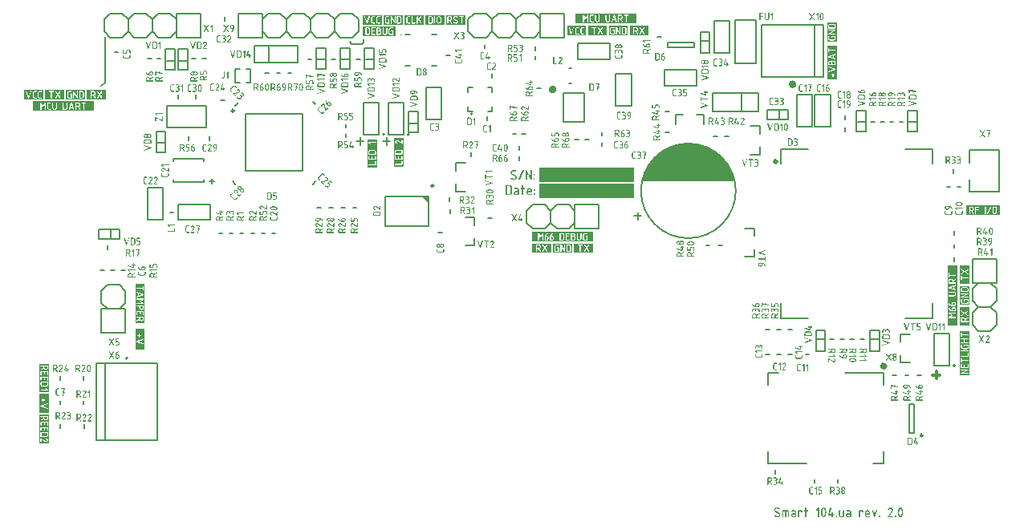
<source format=gto>
G04*
G04 #@! TF.GenerationSoftware,Altium Limited,Altium Designer,19.1.9 (167)*
G04*
G04 Layer_Color=14412276*
%FSLAX44Y44*%
%MOMM*%
G71*
G01*
G75*
%ADD10C,0.2000*%
%ADD11C,0.2500*%
%ADD12C,0.1500*%
%ADD13C,0.1000*%
%ADD14C,0.3000*%
%ADD15C,0.6000*%
%ADD16C,0.4000*%
%ADD17C,0.1270*%
%ADD18R,10.0000X1.5000*%
G36*
X433750Y266950D02*
X426550Y266950D01*
X433750Y259750D01*
X433750Y266950D01*
D02*
G37*
G36*
X756500Y282500D02*
X658500D01*
X661500Y292500D01*
X667500Y302500D01*
X673500Y309500D01*
X685928Y317786D01*
X690833Y320015D01*
X704500Y322500D01*
X720633Y321033D01*
X726319Y319409D01*
X734500Y314500D01*
X739500Y310500D01*
X744500Y306500D01*
X747500Y302500D01*
X751500Y296500D01*
X754500Y289500D01*
X756500Y283500D01*
Y282500D01*
D02*
G37*
G36*
X801045Y-61698D02*
X801202Y-61707D01*
X801387Y-61716D01*
X801590Y-61735D01*
X801803Y-61762D01*
X802034Y-61790D01*
X802265Y-61836D01*
X802506Y-61883D01*
X802746Y-61938D01*
X802977Y-62003D01*
X803208Y-62086D01*
X803421Y-62178D01*
X803615Y-62280D01*
X803634Y-62289D01*
X803671Y-62317D01*
X803736Y-62373D01*
X803810Y-62437D01*
X803874Y-62520D01*
X803939Y-62631D01*
X803976Y-62742D01*
X803994Y-62881D01*
Y-62890D01*
Y-62927D01*
X803985Y-62983D01*
X803967Y-63047D01*
X803948Y-63122D01*
X803911Y-63205D01*
X803856Y-63279D01*
X803791Y-63362D01*
X803782Y-63371D01*
X803754Y-63390D01*
X803717Y-63427D01*
X803661Y-63454D01*
X803588Y-63491D01*
X803514Y-63528D01*
X803421Y-63547D01*
X803319Y-63556D01*
X803273D01*
X803236Y-63547D01*
X803144Y-63528D01*
X803033Y-63491D01*
X803024Y-63482D01*
X802977Y-63473D01*
X802922Y-63445D01*
X802839Y-63417D01*
X802728Y-63390D01*
X802607Y-63343D01*
X802469Y-63306D01*
X802312Y-63260D01*
X802145Y-63223D01*
X801970Y-63177D01*
X801775Y-63140D01*
X801581Y-63112D01*
X801165Y-63057D01*
X800953Y-63047D01*
X800740Y-63038D01*
X800685D01*
X800648Y-63047D01*
X800536Y-63057D01*
X800407Y-63085D01*
X800250Y-63140D01*
X800083Y-63214D01*
X799917Y-63306D01*
X799834Y-63371D01*
X799760Y-63445D01*
X799741Y-63464D01*
X799695Y-63519D01*
X799631Y-63602D01*
X799566Y-63722D01*
X799492Y-63861D01*
X799427Y-64028D01*
X799381Y-64222D01*
X799372Y-64323D01*
X799362Y-64425D01*
Y-64434D01*
Y-64462D01*
Y-64508D01*
X799372Y-64564D01*
X799381Y-64629D01*
X799390Y-64712D01*
X799427Y-64897D01*
X799482Y-65091D01*
X799575Y-65294D01*
X799640Y-65387D01*
X799704Y-65479D01*
X799778Y-65562D01*
X799871Y-65636D01*
X803005Y-67143D01*
X803024Y-67153D01*
X803070Y-67180D01*
X803144Y-67227D01*
X803245Y-67291D01*
X803356Y-67374D01*
X803486Y-67476D01*
X803625Y-67596D01*
X803763Y-67735D01*
X803902Y-67901D01*
X804041Y-68077D01*
X804170Y-68281D01*
X804281Y-68493D01*
X804383Y-68734D01*
X804457Y-68992D01*
X804503Y-69279D01*
X804521Y-69575D01*
Y-69584D01*
Y-69621D01*
X804512Y-69686D01*
Y-69760D01*
X804494Y-69861D01*
X804475Y-69973D01*
X804457Y-70102D01*
X804420Y-70241D01*
X804373Y-70388D01*
X804327Y-70546D01*
X804253Y-70703D01*
X804179Y-70869D01*
X804087Y-71027D01*
X803976Y-71193D01*
X803856Y-71350D01*
X803708Y-71507D01*
X803699Y-71516D01*
X803671Y-71544D01*
X803625Y-71581D01*
X803569Y-71637D01*
X803486Y-71692D01*
X803393Y-71757D01*
X803282Y-71831D01*
X803162Y-71905D01*
X803033Y-71988D01*
X802885Y-72053D01*
X802728Y-72127D01*
X802552Y-72182D01*
X802376Y-72238D01*
X802182Y-72275D01*
X801979Y-72302D01*
X801775Y-72312D01*
X801692D01*
X801637Y-72302D01*
X801581D01*
X801443Y-72293D01*
X801276Y-72275D01*
X801073Y-72247D01*
X800851Y-72219D01*
X800601Y-72164D01*
X800333Y-72108D01*
X800056Y-72025D01*
X799769Y-71933D01*
X799473Y-71822D01*
X799177Y-71692D01*
X798872Y-71535D01*
X798577Y-71359D01*
X798290Y-71156D01*
X798281Y-71147D01*
X798244Y-71119D01*
X798197Y-71063D01*
X798151Y-70999D01*
X798096Y-70925D01*
X798049Y-70832D01*
X798012Y-70721D01*
X798003Y-70601D01*
Y-70592D01*
Y-70555D01*
X798012Y-70509D01*
X798031Y-70444D01*
X798049Y-70370D01*
X798086Y-70296D01*
X798133Y-70213D01*
X798197Y-70139D01*
X798207Y-70130D01*
X798234Y-70111D01*
X798281Y-70074D01*
X798336Y-70037D01*
X798401Y-70000D01*
X798484Y-69963D01*
X798577Y-69945D01*
X798678Y-69935D01*
X798706D01*
X798743Y-69945D01*
X798789D01*
X798845Y-69963D01*
X798909Y-69982D01*
X798983Y-70009D01*
X799057Y-70046D01*
X799066D01*
X799076Y-70056D01*
X799103Y-70074D01*
X799140Y-70093D01*
X799196Y-70120D01*
X799251Y-70157D01*
X799325Y-70194D01*
X799409Y-70241D01*
X799501Y-70287D01*
X799603Y-70342D01*
X799714Y-70398D01*
X799843Y-70462D01*
X799982Y-70536D01*
X800139Y-70610D01*
X800296Y-70684D01*
X800472Y-70768D01*
X800481D01*
X800499Y-70777D01*
X800527Y-70786D01*
X800574Y-70795D01*
X800629Y-70814D01*
X800694Y-70832D01*
X800768Y-70851D01*
X800851Y-70860D01*
X801045Y-70897D01*
X801267Y-70934D01*
X801517Y-70953D01*
X801775Y-70962D01*
X801831D01*
X801868Y-70953D01*
X801979Y-70943D01*
X802117Y-70915D01*
X802265Y-70860D01*
X802432Y-70795D01*
X802598Y-70694D01*
X802682Y-70638D01*
X802756Y-70564D01*
X802765Y-70555D01*
X802774Y-70546D01*
X802820Y-70490D01*
X802885Y-70407D01*
X802959Y-70287D01*
X803033Y-70148D01*
X803098Y-69973D01*
X803144Y-69788D01*
X803162Y-69686D01*
Y-69575D01*
Y-69566D01*
Y-69538D01*
Y-69492D01*
X803153Y-69436D01*
X803144Y-69372D01*
X803135Y-69288D01*
X803088Y-69103D01*
X803014Y-68909D01*
X802968Y-68808D01*
X802913Y-68706D01*
X802839Y-68613D01*
X802756Y-68521D01*
X802663Y-68438D01*
X802561Y-68364D01*
X799482Y-66857D01*
X799464Y-66847D01*
X799418Y-66820D01*
X799344Y-66774D01*
X799251Y-66709D01*
X799140Y-66625D01*
X799011Y-66524D01*
X798882Y-66404D01*
X798743Y-66265D01*
X798604Y-66108D01*
X798475Y-65932D01*
X798345Y-65729D01*
X798234Y-65507D01*
X798142Y-65266D01*
X798068Y-65008D01*
X798022Y-64730D01*
X798003Y-64425D01*
Y-64416D01*
Y-64379D01*
X798012Y-64314D01*
Y-64240D01*
X798031Y-64138D01*
X798049Y-64028D01*
X798068Y-63898D01*
X798105Y-63759D01*
X798142Y-63611D01*
X798197Y-63454D01*
X798262Y-63297D01*
X798336Y-63131D01*
X798428Y-62973D01*
X798540Y-62807D01*
X798660Y-62650D01*
X798798Y-62493D01*
X798808Y-62484D01*
X798835Y-62456D01*
X798882Y-62419D01*
X798946Y-62363D01*
X799020Y-62308D01*
X799113Y-62234D01*
X799224Y-62169D01*
X799344Y-62086D01*
X799482Y-62012D01*
X799631Y-61938D01*
X799788Y-61873D01*
X799954Y-61818D01*
X800139Y-61762D01*
X800333Y-61725D01*
X800527Y-61698D01*
X800740Y-61688D01*
X800916D01*
X801045Y-61698D01*
D02*
G37*
G36*
X891338Y-64786D02*
X891439Y-64813D01*
X891569Y-64860D01*
X891633Y-64897D01*
X891698Y-64943D01*
X891754Y-64998D01*
X891800Y-65063D01*
X891846Y-65137D01*
X891883Y-65229D01*
X891901Y-65331D01*
X891911Y-65451D01*
Y-66487D01*
Y-66496D01*
Y-66515D01*
Y-66552D01*
X891901Y-66589D01*
X891874Y-66700D01*
X891828Y-66820D01*
X891791Y-66884D01*
X891744Y-66949D01*
X891689Y-67005D01*
X891624Y-67060D01*
X891541Y-67097D01*
X891449Y-67134D01*
X891347Y-67153D01*
X891227Y-67162D01*
X891199D01*
X891162Y-67153D01*
X891125D01*
X891014Y-67125D01*
X890894Y-67079D01*
X890829Y-67042D01*
X890764Y-66995D01*
X890709Y-66940D01*
X890653Y-66875D01*
X890616Y-66792D01*
X890579Y-66700D01*
X890561Y-66598D01*
X890552Y-66478D01*
Y-66126D01*
X888813D01*
Y-71637D01*
Y-71646D01*
Y-71664D01*
Y-71701D01*
X888804Y-71738D01*
X888776Y-71849D01*
X888730Y-71969D01*
X888693Y-72034D01*
X888647Y-72099D01*
X888592Y-72154D01*
X888527Y-72210D01*
X888444Y-72247D01*
X888351Y-72284D01*
X888250Y-72302D01*
X888129Y-72312D01*
X888102D01*
X888065Y-72302D01*
X888028D01*
X887917Y-72275D01*
X887796Y-72228D01*
X887732Y-72191D01*
X887667Y-72145D01*
X887612Y-72090D01*
X887556Y-72025D01*
X887519Y-71951D01*
X887482Y-71859D01*
X887464Y-71757D01*
X887454Y-71637D01*
Y-65451D01*
Y-65442D01*
Y-65424D01*
X887464Y-65387D01*
Y-65350D01*
X887491Y-65239D01*
X887538Y-65109D01*
X887575Y-65054D01*
X887621Y-64989D01*
X887676Y-64934D01*
X887741Y-64878D01*
X887815Y-64841D01*
X887907Y-64804D01*
X888009Y-64786D01*
X888129Y-64776D01*
X891291D01*
X891338Y-64786D01*
D02*
G37*
G36*
X827136Y-64786D02*
X827238Y-64813D01*
X827367Y-64860D01*
X827432Y-64897D01*
X827497Y-64943D01*
X827552Y-64998D01*
X827598Y-65063D01*
X827645Y-65137D01*
X827682Y-65230D01*
X827700Y-65331D01*
X827709Y-65451D01*
Y-66487D01*
Y-66496D01*
Y-66515D01*
Y-66552D01*
X827700Y-66589D01*
X827672Y-66700D01*
X827626Y-66820D01*
X827589Y-66884D01*
X827543Y-66949D01*
X827487Y-67005D01*
X827423Y-67060D01*
X827339Y-67097D01*
X827247Y-67134D01*
X827145Y-67153D01*
X827025Y-67162D01*
X826997D01*
X826960Y-67153D01*
X826924D01*
X826813Y-67125D01*
X826692Y-67079D01*
X826628Y-67042D01*
X826563Y-66995D01*
X826507Y-66940D01*
X826452Y-66875D01*
X826415Y-66792D01*
X826378Y-66700D01*
X826359Y-66598D01*
X826350Y-66478D01*
Y-66126D01*
X824612D01*
Y-71637D01*
Y-71646D01*
Y-71664D01*
Y-71701D01*
X824603Y-71738D01*
X824575Y-71849D01*
X824529Y-71969D01*
X824492Y-72034D01*
X824446Y-72099D01*
X824390Y-72154D01*
X824325Y-72210D01*
X824242Y-72247D01*
X824150Y-72284D01*
X824048Y-72302D01*
X823928Y-72312D01*
X823900D01*
X823863Y-72302D01*
X823826D01*
X823715Y-72275D01*
X823595Y-72228D01*
X823530Y-72191D01*
X823466Y-72145D01*
X823410Y-72090D01*
X823355Y-72025D01*
X823318Y-71951D01*
X823281Y-71859D01*
X823262Y-71757D01*
X823253Y-71637D01*
Y-65451D01*
Y-65442D01*
Y-65424D01*
X823262Y-65387D01*
Y-65350D01*
X823290Y-65239D01*
X823336Y-65109D01*
X823373Y-65054D01*
X823419Y-64989D01*
X823475Y-64934D01*
X823540Y-64878D01*
X823614Y-64841D01*
X823706Y-64804D01*
X823808Y-64786D01*
X823928Y-64776D01*
X827090D01*
X827136Y-64786D01*
D02*
G37*
G36*
X906038Y-64786D02*
X906149Y-64813D01*
X906279Y-64860D01*
X906343Y-64897D01*
X906399Y-64943D01*
X906463Y-64989D01*
X906510Y-65054D01*
X906556Y-65137D01*
X906593Y-65220D01*
X906611Y-65322D01*
X906620Y-65442D01*
Y-65461D01*
Y-65498D01*
X906602Y-65544D01*
X906584Y-65581D01*
X904549Y-71775D01*
Y-71785D01*
X904540Y-71794D01*
X904531Y-71821D01*
X904512Y-71859D01*
X904466Y-71942D01*
X904392Y-72043D01*
X904300Y-72145D01*
X904189Y-72228D01*
X904115Y-72265D01*
X904041Y-72284D01*
X903967Y-72302D01*
X903875Y-72312D01*
X903828D01*
X903791Y-72302D01*
X903708Y-72284D01*
X903606Y-72247D01*
X903486Y-72182D01*
X903431Y-72136D01*
X903375Y-72090D01*
X903329Y-72025D01*
X903283Y-71960D01*
X903237Y-71877D01*
X903200Y-71785D01*
X901175Y-65673D01*
Y-65664D01*
X901166Y-65655D01*
X901156Y-65599D01*
X901147Y-65525D01*
X901138Y-65442D01*
Y-65433D01*
Y-65396D01*
X901147Y-65350D01*
X901166Y-65285D01*
X901184Y-65211D01*
X901221Y-65137D01*
X901267Y-65054D01*
X901332Y-64980D01*
X901341Y-64971D01*
X901369Y-64952D01*
X901415Y-64915D01*
X901471Y-64878D01*
X901535Y-64841D01*
X901619Y-64804D01*
X901711Y-64786D01*
X901813Y-64776D01*
X901831D01*
X901896Y-64786D01*
X901970Y-64795D01*
X902072Y-64823D01*
X902173Y-64860D01*
X902275Y-64924D01*
X902358Y-65008D01*
X902414Y-65128D01*
X903865Y-69843D01*
X905280Y-65239D01*
Y-65229D01*
X905289Y-65220D01*
X905308Y-65165D01*
X905354Y-65091D01*
X905419Y-65008D01*
X905502Y-64924D01*
X905613Y-64850D01*
X905761Y-64795D01*
X905835Y-64786D01*
X905927Y-64776D01*
X905992D01*
X906038Y-64786D01*
D02*
G37*
G36*
X871312D02*
X871413Y-64813D01*
X871543Y-64860D01*
X871608Y-64897D01*
X871672Y-64943D01*
X871728Y-64998D01*
X871774Y-65063D01*
X871820Y-65137D01*
X871857Y-65229D01*
X871876Y-65331D01*
X871885Y-65451D01*
Y-71637D01*
Y-71646D01*
Y-71664D01*
Y-71701D01*
X871876Y-71738D01*
X871848Y-71849D01*
X871802Y-71969D01*
X871765Y-72034D01*
X871718Y-72099D01*
X871663Y-72154D01*
X871598Y-72210D01*
X871515Y-72247D01*
X871423Y-72284D01*
X871321Y-72302D01*
X871201Y-72312D01*
X868529Y-72312D01*
X868464Y-72302D01*
X868381Y-72293D01*
X868288Y-72275D01*
X868187Y-72256D01*
X868076Y-72228D01*
X867955Y-72201D01*
X867826Y-72154D01*
X867697Y-72108D01*
X867558Y-72043D01*
X867428Y-71969D01*
X867290Y-71886D01*
X867160Y-71785D01*
X867040Y-71674D01*
X867031Y-71664D01*
X867012Y-71646D01*
X866985Y-71609D01*
X866938Y-71554D01*
X866892Y-71498D01*
X866837Y-71415D01*
X866781Y-71332D01*
X866726Y-71230D01*
X866661Y-71119D01*
X866606Y-70999D01*
X866550Y-70869D01*
X866504Y-70731D01*
X866458Y-70583D01*
X866430Y-70426D01*
X866411Y-70268D01*
X866402Y-70093D01*
Y-65451D01*
Y-65442D01*
Y-65424D01*
X866411Y-65387D01*
Y-65350D01*
X866439Y-65239D01*
X866485Y-65109D01*
X866522Y-65054D01*
X866569Y-64989D01*
X866624Y-64934D01*
X866689Y-64878D01*
X866763Y-64841D01*
X866855Y-64804D01*
X866957Y-64786D01*
X867077Y-64776D01*
X867142D01*
X867188Y-64786D01*
X867290Y-64813D01*
X867419Y-64860D01*
X867484Y-64897D01*
X867549Y-64943D01*
X867604Y-64998D01*
X867650Y-65063D01*
X867697Y-65137D01*
X867734Y-65230D01*
X867752Y-65331D01*
X867761Y-65451D01*
Y-70093D01*
Y-70111D01*
Y-70148D01*
X867770Y-70222D01*
X867789Y-70305D01*
X867826Y-70398D01*
X867863Y-70509D01*
X867928Y-70610D01*
X868011Y-70712D01*
X868020Y-70721D01*
X868057Y-70749D01*
X868113Y-70795D01*
X868187Y-70832D01*
X868270Y-70879D01*
X868381Y-70925D01*
X868492Y-70953D01*
X868621Y-70962D01*
X870526D01*
Y-65451D01*
Y-65442D01*
Y-65424D01*
X870535Y-65387D01*
Y-65350D01*
X870563Y-65239D01*
X870609Y-65109D01*
X870646Y-65054D01*
X870692Y-64989D01*
X870748Y-64934D01*
X870812Y-64878D01*
X870886Y-64841D01*
X870979Y-64804D01*
X871080Y-64786D01*
X871201Y-64776D01*
X871265D01*
X871312Y-64786D01*
D02*
G37*
G36*
X931399Y-61698D02*
X931510Y-61716D01*
X931639Y-61753D01*
X931787Y-61799D01*
X931954Y-61864D01*
X932129Y-61947D01*
X932314Y-62058D01*
X932499Y-62197D01*
X932693Y-62363D01*
X932878Y-62567D01*
X932971Y-62678D01*
X933054Y-62807D01*
X933146Y-62937D01*
X933229Y-63085D01*
X933313Y-63232D01*
X933387Y-63399D01*
X933460Y-63584D01*
X933525Y-63769D01*
X933534Y-63787D01*
X933544Y-63833D01*
X933571Y-63907D01*
X933599Y-64009D01*
X933636Y-64138D01*
X933673Y-64296D01*
X933719Y-64481D01*
X933766Y-64684D01*
X933803Y-64915D01*
X933849Y-65156D01*
X933886Y-65424D01*
X933923Y-65710D01*
X933951Y-66006D01*
X933978Y-66320D01*
X933988Y-66653D01*
X933997Y-66995D01*
Y-67005D01*
Y-67014D01*
Y-67042D01*
Y-67079D01*
Y-67180D01*
X933988Y-67310D01*
X933978Y-67467D01*
X933969Y-67661D01*
X933960Y-67874D01*
X933941Y-68105D01*
X933913Y-68345D01*
X933886Y-68604D01*
X933803Y-69150D01*
X933747Y-69427D01*
X933682Y-69704D01*
X933608Y-69972D01*
X933525Y-70241D01*
Y-70250D01*
X933516Y-70259D01*
X933507Y-70296D01*
X933488Y-70333D01*
X933451Y-70435D01*
X933396Y-70564D01*
X933313Y-70721D01*
X933220Y-70897D01*
X933109Y-71082D01*
X932980Y-71276D01*
X932832Y-71470D01*
X932665Y-71655D01*
X932480Y-71831D01*
X932277Y-71988D01*
X932046Y-72117D01*
X931806Y-72219D01*
X931676Y-72256D01*
X931537Y-72284D01*
X931399Y-72302D01*
X931251Y-72312D01*
X931186D01*
X931103Y-72293D01*
X930992Y-72275D01*
X930863Y-72247D01*
X930715Y-72201D01*
X930548Y-72136D01*
X930372Y-72053D01*
X930188Y-71942D01*
X930003Y-71812D01*
X929809Y-71646D01*
X929624Y-71442D01*
X929531Y-71332D01*
X929439Y-71202D01*
X929355Y-71073D01*
X929263Y-70934D01*
X929189Y-70777D01*
X929106Y-70610D01*
X929032Y-70435D01*
X928967Y-70250D01*
X928958Y-70231D01*
X928949Y-70185D01*
X928930Y-70111D01*
X928893Y-70009D01*
X928866Y-69871D01*
X928829Y-69714D01*
X928782Y-69538D01*
X928745Y-69325D01*
X928699Y-69103D01*
X928662Y-68854D01*
X928616Y-68586D01*
X928588Y-68299D01*
X928560Y-67994D01*
X928533Y-67680D01*
X928523Y-67347D01*
X928514Y-66995D01*
Y-66986D01*
Y-66977D01*
Y-66949D01*
Y-66912D01*
Y-66810D01*
X928523Y-66681D01*
X928533Y-66524D01*
X928542Y-66330D01*
X928551Y-66117D01*
X928570Y-65886D01*
X928597Y-65645D01*
X928625Y-65387D01*
X928708Y-64841D01*
X928755Y-64564D01*
X928819Y-64286D01*
X928884Y-64018D01*
X928967Y-63759D01*
Y-63750D01*
X928976Y-63732D01*
X928986Y-63704D01*
X929004Y-63667D01*
X929041Y-63565D01*
X929106Y-63436D01*
X929180Y-63279D01*
X929272Y-63103D01*
X929383Y-62918D01*
X929513Y-62724D01*
X929670Y-62530D01*
X929836Y-62345D01*
X930021Y-62169D01*
X930225Y-62012D01*
X930456Y-61883D01*
X930696Y-61781D01*
X930826Y-61744D01*
X930964Y-61707D01*
X931103Y-61698D01*
X931251Y-61688D01*
X931325D01*
X931399Y-61698D01*
D02*
G37*
G36*
X926138Y-70453D02*
X926240Y-70481D01*
X926369Y-70527D01*
X926434Y-70564D01*
X926499Y-70610D01*
X926554Y-70666D01*
X926600Y-70731D01*
X926646Y-70805D01*
X926684Y-70897D01*
X926702Y-70999D01*
X926711Y-71119D01*
Y-71637D01*
Y-71646D01*
Y-71664D01*
Y-71701D01*
X926702Y-71738D01*
X926674Y-71849D01*
X926628Y-71969D01*
X926591Y-72034D01*
X926545Y-72099D01*
X926489Y-72154D01*
X926425Y-72210D01*
X926341Y-72247D01*
X926249Y-72284D01*
X926147Y-72302D01*
X926027Y-72312D01*
X925999D01*
X925962Y-72302D01*
X925925D01*
X925814Y-72275D01*
X925694Y-72228D01*
X925630Y-72191D01*
X925565Y-72145D01*
X925509Y-72090D01*
X925454Y-72025D01*
X925417Y-71951D01*
X925380Y-71859D01*
X925361Y-71757D01*
X925352Y-71637D01*
Y-71119D01*
Y-71110D01*
Y-71091D01*
X925361Y-71054D01*
Y-71017D01*
X925389Y-70906D01*
X925435Y-70777D01*
X925472Y-70721D01*
X925518Y-70657D01*
X925574Y-70601D01*
X925639Y-70546D01*
X925713Y-70509D01*
X925805Y-70472D01*
X925907Y-70453D01*
X926027Y-70444D01*
X926092D01*
X926138Y-70453D01*
D02*
G37*
G36*
X920831Y-61698D02*
X920914D01*
X921007Y-61716D01*
X921127Y-61735D01*
X921247Y-61753D01*
X921386Y-61790D01*
X921534Y-61827D01*
X921691Y-61883D01*
X921857Y-61947D01*
X922024Y-62031D01*
X922181Y-62123D01*
X922347Y-62225D01*
X922505Y-62354D01*
X922662Y-62493D01*
X922671Y-62502D01*
X922699Y-62530D01*
X922736Y-62576D01*
X922791Y-62631D01*
X922847Y-62715D01*
X922921Y-62807D01*
X922985Y-62918D01*
X923068Y-63038D01*
X923142Y-63168D01*
X923216Y-63316D01*
X923281Y-63473D01*
X923337Y-63648D01*
X923392Y-63824D01*
X923429Y-64018D01*
X923457Y-64222D01*
X923466Y-64425D01*
Y-64434D01*
Y-64462D01*
Y-64499D01*
X923457Y-64564D01*
X923447Y-64629D01*
X923438Y-64712D01*
X923429Y-64813D01*
X923401Y-64915D01*
X923346Y-65156D01*
X923253Y-65424D01*
X923198Y-65562D01*
X923133Y-65701D01*
X923059Y-65849D01*
X922967Y-65997D01*
X919749Y-70962D01*
X922847D01*
X922893Y-70971D01*
X922995Y-70999D01*
X923124Y-71045D01*
X923189Y-71082D01*
X923253Y-71128D01*
X923309Y-71184D01*
X923355Y-71248D01*
X923401Y-71322D01*
X923438Y-71415D01*
X923457Y-71516D01*
X923466Y-71637D01*
Y-71646D01*
Y-71664D01*
Y-71701D01*
X923457Y-71738D01*
X923429Y-71849D01*
X923383Y-71969D01*
X923346Y-72034D01*
X923300Y-72099D01*
X923244Y-72154D01*
X923179Y-72210D01*
X923096Y-72247D01*
X923004Y-72284D01*
X922902Y-72302D01*
X922782Y-72312D01*
X918631D01*
X918594Y-72302D01*
X918557D01*
X918446Y-72275D01*
X918326Y-72228D01*
X918261Y-72191D01*
X918196Y-72145D01*
X918141Y-72090D01*
X918085Y-72025D01*
X918048Y-71951D01*
X918011Y-71859D01*
X917993Y-71757D01*
X917983Y-71637D01*
Y-71627D01*
Y-71600D01*
X917993Y-71563D01*
X918002Y-71507D01*
X918039Y-71387D01*
X918067Y-71313D01*
X918104Y-71239D01*
X921867Y-65192D01*
X921876Y-65174D01*
X921904Y-65128D01*
X921941Y-65054D01*
X921987Y-64952D01*
X922033Y-64841D01*
X922070Y-64712D01*
X922098Y-64573D01*
X922107Y-64425D01*
Y-64416D01*
Y-64397D01*
Y-64370D01*
X922098Y-64333D01*
X922088Y-64222D01*
X922061Y-64083D01*
X922005Y-63935D01*
X921931Y-63769D01*
X921839Y-63602D01*
X921774Y-63519D01*
X921700Y-63445D01*
Y-63436D01*
X921682Y-63426D01*
X921626Y-63380D01*
X921543Y-63316D01*
X921423Y-63242D01*
X921284Y-63168D01*
X921118Y-63103D01*
X920923Y-63057D01*
X920822Y-63038D01*
X920683D01*
X920646Y-63047D01*
X920591Y-63057D01*
X920517Y-63075D01*
X920434Y-63103D01*
X920350Y-63140D01*
X920249Y-63186D01*
X920138Y-63251D01*
X920017Y-63334D01*
X919897Y-63436D01*
X919777Y-63556D01*
X919648Y-63695D01*
X919509Y-63852D01*
X919380Y-64046D01*
X919250Y-64259D01*
X919241Y-64277D01*
X919213Y-64314D01*
X919167Y-64360D01*
X919111Y-64425D01*
X919028Y-64490D01*
X918926Y-64536D01*
X918797Y-64573D01*
X918658Y-64591D01*
X918631D01*
X918594Y-64582D01*
X918557D01*
X918446Y-64555D01*
X918326Y-64508D01*
X918261Y-64471D01*
X918196Y-64425D01*
X918141Y-64370D01*
X918085Y-64305D01*
X918048Y-64222D01*
X918011Y-64129D01*
X917993Y-64028D01*
X917983Y-63907D01*
Y-63898D01*
Y-63880D01*
X917993Y-63824D01*
X918002Y-63750D01*
X918011Y-63722D01*
X918030Y-63695D01*
Y-63685D01*
X918039Y-63676D01*
X918057Y-63648D01*
X918076Y-63611D01*
X918131Y-63510D01*
X918214Y-63380D01*
X918316Y-63232D01*
X918436Y-63057D01*
X918584Y-62881D01*
X918751Y-62687D01*
X918936Y-62502D01*
X919130Y-62326D01*
X919352Y-62151D01*
X919592Y-62003D01*
X919851Y-61873D01*
X920128Y-61772D01*
X920267Y-61735D01*
X920415Y-61707D01*
X920563Y-61698D01*
X920720Y-61688D01*
X920766D01*
X920831Y-61698D01*
D02*
G37*
G36*
X909293Y-70453D02*
X909394Y-70481D01*
X909524Y-70527D01*
X909588Y-70564D01*
X909653Y-70610D01*
X909709Y-70666D01*
X909755Y-70731D01*
X909801Y-70805D01*
X909838Y-70897D01*
X909856Y-70999D01*
X909866Y-71119D01*
Y-71637D01*
Y-71646D01*
Y-71664D01*
Y-71701D01*
X909856Y-71738D01*
X909829Y-71849D01*
X909782Y-71969D01*
X909746Y-72034D01*
X909699Y-72099D01*
X909644Y-72154D01*
X909579Y-72210D01*
X909496Y-72247D01*
X909404Y-72284D01*
X909302Y-72302D01*
X909182Y-72312D01*
X909154D01*
X909117Y-72302D01*
X909080D01*
X908969Y-72275D01*
X908849Y-72228D01*
X908784Y-72191D01*
X908719Y-72145D01*
X908664Y-72090D01*
X908608Y-72025D01*
X908571Y-71951D01*
X908534Y-71859D01*
X908516Y-71757D01*
X908507Y-71637D01*
Y-71119D01*
Y-71110D01*
Y-71091D01*
X908516Y-71054D01*
Y-71017D01*
X908544Y-70906D01*
X908590Y-70777D01*
X908627Y-70721D01*
X908673Y-70657D01*
X908728Y-70601D01*
X908793Y-70546D01*
X908867Y-70509D01*
X908960Y-70472D01*
X909061Y-70453D01*
X909182Y-70444D01*
X909246D01*
X909293Y-70453D01*
D02*
G37*
G36*
X896617Y-64786D02*
X896700D01*
X896802Y-64804D01*
X896913Y-64823D01*
X897042Y-64841D01*
X897181Y-64878D01*
X897329Y-64915D01*
X897486Y-64971D01*
X897652Y-65035D01*
X897819Y-65109D01*
X897985Y-65202D01*
X898142Y-65313D01*
X898299Y-65433D01*
X898457Y-65571D01*
X898466Y-65581D01*
X898494Y-65609D01*
X898531Y-65655D01*
X898577Y-65710D01*
X898642Y-65793D01*
X898706Y-65886D01*
X898780Y-65988D01*
X898854Y-66108D01*
X898928Y-66247D01*
X899002Y-66394D01*
X899067Y-66552D01*
X899132Y-66727D01*
X899178Y-66912D01*
X899215Y-67097D01*
X899242Y-67300D01*
X899252Y-67513D01*
Y-69223D01*
X895128D01*
Y-70093D01*
Y-70111D01*
Y-70148D01*
X895137Y-70222D01*
X895156Y-70305D01*
X895193Y-70398D01*
X895230Y-70509D01*
X895295Y-70610D01*
X895378Y-70712D01*
X895387Y-70721D01*
X895424Y-70749D01*
X895480Y-70795D01*
X895554Y-70832D01*
X895637Y-70879D01*
X895748Y-70925D01*
X895859Y-70953D01*
X895988Y-70962D01*
X898632D01*
X898679Y-70971D01*
X898780Y-70999D01*
X898910Y-71045D01*
X898974Y-71082D01*
X899039Y-71128D01*
X899095Y-71184D01*
X899141Y-71248D01*
X899187Y-71322D01*
X899224Y-71415D01*
X899242Y-71516D01*
X899252Y-71637D01*
Y-71646D01*
Y-71664D01*
Y-71701D01*
X899242Y-71738D01*
X899215Y-71849D01*
X899169Y-71969D01*
X899132Y-72034D01*
X899085Y-72099D01*
X899030Y-72154D01*
X898965Y-72210D01*
X898882Y-72247D01*
X898790Y-72284D01*
X898688Y-72302D01*
X898568Y-72312D01*
X895896D01*
X895831Y-72302D01*
X895748Y-72293D01*
X895655Y-72275D01*
X895554Y-72256D01*
X895443Y-72228D01*
X895322Y-72201D01*
X895193Y-72154D01*
X895063Y-72108D01*
X894925Y-72043D01*
X894795Y-71969D01*
X894657Y-71886D01*
X894527Y-71785D01*
X894407Y-71674D01*
X894398Y-71664D01*
X894379Y-71646D01*
X894352Y-71609D01*
X894305Y-71553D01*
X894259Y-71498D01*
X894204Y-71415D01*
X894148Y-71332D01*
X894093Y-71230D01*
X894028Y-71119D01*
X893973Y-70999D01*
X893917Y-70869D01*
X893871Y-70731D01*
X893825Y-70583D01*
X893797Y-70426D01*
X893778Y-70268D01*
X893769Y-70093D01*
Y-67513D01*
Y-67504D01*
Y-67467D01*
X893778Y-67402D01*
Y-67328D01*
X893797Y-67227D01*
X893815Y-67116D01*
X893834Y-66986D01*
X893871Y-66847D01*
X893908Y-66700D01*
X893963Y-66542D01*
X894028Y-66385D01*
X894102Y-66219D01*
X894194Y-66062D01*
X894305Y-65895D01*
X894426Y-65738D01*
X894564Y-65581D01*
X894574Y-65571D01*
X894601Y-65544D01*
X894648Y-65507D01*
X894703Y-65451D01*
X894786Y-65396D01*
X894879Y-65322D01*
X894980Y-65257D01*
X895110Y-65174D01*
X895239Y-65100D01*
X895387Y-65026D01*
X895544Y-64961D01*
X895720Y-64906D01*
X895905Y-64850D01*
X896090Y-64813D01*
X896293Y-64786D01*
X896506Y-64776D01*
X896561D01*
X896617Y-64786D01*
D02*
G37*
G36*
X877182D02*
X877266Y-64795D01*
X877358Y-64813D01*
X877460Y-64832D01*
X877571Y-64860D01*
X877691Y-64887D01*
X877821Y-64934D01*
X877950Y-64989D01*
X878089Y-65044D01*
X878218Y-65128D01*
X878357Y-65211D01*
X878486Y-65313D01*
X878606Y-65424D01*
X878616Y-65433D01*
X878634Y-65451D01*
X878662Y-65488D01*
X878708Y-65535D01*
X878754Y-65599D01*
X878810Y-65673D01*
X878875Y-65766D01*
X878930Y-65858D01*
X878995Y-65969D01*
X879050Y-66089D01*
X879106Y-66219D01*
X879152Y-66357D01*
X879198Y-66505D01*
X879226Y-66663D01*
X879244Y-66829D01*
X879254Y-66995D01*
Y-71637D01*
Y-71646D01*
Y-71664D01*
Y-71701D01*
X879244Y-71738D01*
X879217Y-71849D01*
X879170Y-71969D01*
X879133Y-72034D01*
X879087Y-72099D01*
X879032Y-72154D01*
X878967Y-72210D01*
X878884Y-72247D01*
X878791Y-72284D01*
X878690Y-72302D01*
X878569Y-72312D01*
X875897D01*
X875833Y-72302D01*
X875750Y-72293D01*
X875657Y-72275D01*
X875555Y-72256D01*
X875444Y-72228D01*
X875324Y-72201D01*
X875195Y-72154D01*
X875065Y-72108D01*
X874927Y-72043D01*
X874797Y-71969D01*
X874659Y-71886D01*
X874529Y-71785D01*
X874409Y-71674D01*
X874400Y-71664D01*
X874381Y-71646D01*
X874353Y-71609D01*
X874307Y-71553D01*
X874261Y-71498D01*
X874205Y-71415D01*
X874150Y-71332D01*
X874094Y-71230D01*
X874030Y-71119D01*
X873974Y-70999D01*
X873919Y-70869D01*
X873873Y-70731D01*
X873826Y-70583D01*
X873799Y-70426D01*
X873780Y-70268D01*
X873771Y-70093D01*
Y-70083D01*
Y-70065D01*
Y-70037D01*
X873780Y-69991D01*
Y-69935D01*
X873789Y-69880D01*
X873808Y-69732D01*
X873845Y-69556D01*
X873891Y-69372D01*
X873965Y-69177D01*
X874057Y-68983D01*
X874067Y-68974D01*
X874085Y-68937D01*
X874122Y-68881D01*
X874178Y-68808D01*
X874242Y-68724D01*
X874326Y-68632D01*
X874427Y-68530D01*
X874538Y-68428D01*
X874668Y-68327D01*
X874816Y-68225D01*
X874973Y-68133D01*
X875148Y-68049D01*
X875333Y-67975D01*
X875546Y-67920D01*
X875759Y-67883D01*
X875999Y-67874D01*
X877895D01*
Y-66995D01*
Y-66977D01*
Y-66931D01*
X877885Y-66866D01*
X877867Y-66783D01*
X877830Y-66690D01*
X877784Y-66589D01*
X877719Y-66487D01*
X877636Y-66385D01*
X877626Y-66376D01*
X877589Y-66348D01*
X877534Y-66302D01*
X877469Y-66256D01*
X877377Y-66210D01*
X877275Y-66163D01*
X877155Y-66136D01*
X877025Y-66126D01*
X874936D01*
X874899Y-66117D01*
X874853D01*
X874751Y-66089D01*
X874622Y-66043D01*
X874557Y-66006D01*
X874492Y-65960D01*
X874437Y-65904D01*
X874390Y-65840D01*
X874344Y-65766D01*
X874307Y-65673D01*
X874289Y-65571D01*
X874279Y-65451D01*
Y-65442D01*
Y-65424D01*
X874289Y-65387D01*
Y-65350D01*
X874316Y-65239D01*
X874363Y-65109D01*
X874400Y-65054D01*
X874446Y-64989D01*
X874501Y-64934D01*
X874566Y-64878D01*
X874649Y-64841D01*
X874742Y-64804D01*
X874843Y-64786D01*
X874964Y-64776D01*
X877118D01*
X877182Y-64786D01*
D02*
G37*
G36*
X864026Y-70453D02*
X864128Y-70481D01*
X864257Y-70527D01*
X864322Y-70564D01*
X864387Y-70610D01*
X864442Y-70666D01*
X864488Y-70731D01*
X864535Y-70805D01*
X864572Y-70897D01*
X864590Y-70999D01*
X864599Y-71119D01*
Y-71637D01*
Y-71646D01*
Y-71664D01*
Y-71701D01*
X864590Y-71738D01*
X864562Y-71849D01*
X864516Y-71969D01*
X864479Y-72034D01*
X864433Y-72099D01*
X864377Y-72154D01*
X864313Y-72210D01*
X864230Y-72247D01*
X864137Y-72284D01*
X864035Y-72302D01*
X863915Y-72312D01*
X863887D01*
X863850Y-72302D01*
X863813D01*
X863702Y-72275D01*
X863582Y-72228D01*
X863518Y-72191D01*
X863453Y-72145D01*
X863397Y-72090D01*
X863342Y-72025D01*
X863305Y-71951D01*
X863268Y-71859D01*
X863249Y-71757D01*
X863240Y-71637D01*
Y-71119D01*
Y-71110D01*
Y-71091D01*
X863249Y-71054D01*
Y-71017D01*
X863277Y-70906D01*
X863323Y-70777D01*
X863360Y-70721D01*
X863407Y-70657D01*
X863462Y-70601D01*
X863527Y-70546D01*
X863601Y-70509D01*
X863693Y-70472D01*
X863795Y-70453D01*
X863915Y-70444D01*
X863980D01*
X864026Y-70453D01*
D02*
G37*
G36*
X857674Y-61698D02*
X857776Y-61725D01*
X857906Y-61772D01*
X857970Y-61809D01*
X858035Y-61855D01*
X858090Y-61910D01*
X858137Y-61975D01*
X858183Y-62049D01*
X858220Y-62141D01*
X858238Y-62243D01*
X858248Y-62363D01*
Y-62382D01*
Y-62419D01*
X858229Y-62493D01*
X858211Y-62594D01*
X856343Y-68900D01*
X858432D01*
Y-67513D01*
Y-67504D01*
Y-67485D01*
X858442Y-67448D01*
Y-67411D01*
X858469Y-67301D01*
X858516Y-67171D01*
X858553Y-67116D01*
X858599Y-67051D01*
X858654Y-66995D01*
X858719Y-66940D01*
X858793Y-66903D01*
X858885Y-66866D01*
X858987Y-66847D01*
X859107Y-66838D01*
X859172D01*
X859218Y-66847D01*
X859320Y-66875D01*
X859449Y-66921D01*
X859514Y-66958D01*
X859579Y-67005D01*
X859634Y-67060D01*
X859681Y-67125D01*
X859727Y-67199D01*
X859764Y-67291D01*
X859782Y-67393D01*
X859792Y-67513D01*
Y-68900D01*
X860716D01*
X860762Y-68909D01*
X860864Y-68937D01*
X860993Y-68983D01*
X861058Y-69020D01*
X861123Y-69066D01*
X861178Y-69122D01*
X861225Y-69187D01*
X861271Y-69261D01*
X861308Y-69353D01*
X861326Y-69455D01*
X861336Y-69575D01*
Y-69584D01*
Y-69603D01*
Y-69640D01*
X861326Y-69677D01*
X861299Y-69788D01*
X861252Y-69908D01*
X861215Y-69973D01*
X861169Y-70037D01*
X861114Y-70093D01*
X861049Y-70148D01*
X860966Y-70185D01*
X860873Y-70222D01*
X860772Y-70241D01*
X860651Y-70250D01*
X859792D01*
Y-71637D01*
Y-71646D01*
Y-71664D01*
Y-71701D01*
X859782Y-71738D01*
X859755Y-71849D01*
X859708Y-71969D01*
X859671Y-72034D01*
X859625Y-72099D01*
X859570Y-72154D01*
X859505Y-72210D01*
X859422Y-72247D01*
X859329Y-72284D01*
X859228Y-72302D01*
X859107Y-72312D01*
X859080D01*
X859043Y-72302D01*
X859006D01*
X858895Y-72275D01*
X858775Y-72228D01*
X858710Y-72191D01*
X858645Y-72145D01*
X858590Y-72090D01*
X858534Y-72025D01*
X858497Y-71951D01*
X858460Y-71859D01*
X858442Y-71757D01*
X858432Y-71637D01*
Y-70250D01*
X855474D01*
X855437Y-70241D01*
X855400D01*
X855289Y-70213D01*
X855169Y-70167D01*
X855104Y-70130D01*
X855039Y-70083D01*
X854984Y-70028D01*
X854928Y-69963D01*
X854891Y-69889D01*
X854854Y-69797D01*
X854836Y-69695D01*
X854827Y-69575D01*
Y-69566D01*
Y-69556D01*
Y-69510D01*
X854836Y-69446D01*
X854845Y-69390D01*
X856925Y-62095D01*
Y-62086D01*
X856935Y-62077D01*
X856953Y-62031D01*
X856990Y-61966D01*
X857055Y-61892D01*
X857138Y-61818D01*
X857249Y-61753D01*
X857388Y-61707D01*
X857471Y-61688D01*
X857628D01*
X857674Y-61698D01*
D02*
G37*
G36*
X850343D02*
X850453Y-61716D01*
X850583Y-61753D01*
X850731Y-61799D01*
X850897Y-61864D01*
X851073Y-61947D01*
X851258Y-62058D01*
X851443Y-62197D01*
X851637Y-62363D01*
X851822Y-62567D01*
X851914Y-62678D01*
X851998Y-62807D01*
X852090Y-62937D01*
X852173Y-63085D01*
X852256Y-63232D01*
X852330Y-63399D01*
X852404Y-63584D01*
X852469Y-63769D01*
X852478Y-63787D01*
X852488Y-63833D01*
X852515Y-63907D01*
X852543Y-64009D01*
X852580Y-64138D01*
X852617Y-64296D01*
X852663Y-64481D01*
X852709Y-64684D01*
X852746Y-64915D01*
X852793Y-65156D01*
X852830Y-65424D01*
X852867Y-65710D01*
X852894Y-66006D01*
X852922Y-66320D01*
X852931Y-66653D01*
X852941Y-66995D01*
Y-67005D01*
Y-67014D01*
Y-67042D01*
Y-67079D01*
Y-67180D01*
X852931Y-67310D01*
X852922Y-67467D01*
X852913Y-67661D01*
X852904Y-67874D01*
X852885Y-68105D01*
X852857Y-68345D01*
X852830Y-68604D01*
X852746Y-69150D01*
X852691Y-69427D01*
X852626Y-69704D01*
X852552Y-69973D01*
X852469Y-70241D01*
Y-70250D01*
X852460Y-70259D01*
X852451Y-70296D01*
X852432Y-70333D01*
X852395Y-70435D01*
X852340Y-70564D01*
X852256Y-70721D01*
X852164Y-70897D01*
X852053Y-71082D01*
X851924Y-71276D01*
X851776Y-71470D01*
X851609Y-71655D01*
X851424Y-71831D01*
X851221Y-71988D01*
X850990Y-72117D01*
X850749Y-72219D01*
X850620Y-72256D01*
X850481Y-72284D01*
X850343Y-72302D01*
X850195Y-72312D01*
X850130D01*
X850047Y-72293D01*
X849936Y-72275D01*
X849806Y-72247D01*
X849658Y-72201D01*
X849492Y-72136D01*
X849316Y-72053D01*
X849131Y-71942D01*
X848947Y-71812D01*
X848752Y-71646D01*
X848567Y-71442D01*
X848475Y-71332D01*
X848382Y-71202D01*
X848299Y-71073D01*
X848207Y-70934D01*
X848133Y-70777D01*
X848050Y-70610D01*
X847976Y-70435D01*
X847911Y-70250D01*
X847902Y-70231D01*
X847893Y-70185D01*
X847874Y-70111D01*
X847837Y-70009D01*
X847809Y-69871D01*
X847772Y-69714D01*
X847726Y-69538D01*
X847689Y-69325D01*
X847643Y-69103D01*
X847606Y-68854D01*
X847560Y-68586D01*
X847532Y-68299D01*
X847504Y-67994D01*
X847476Y-67680D01*
X847467Y-67347D01*
X847458Y-66995D01*
Y-66986D01*
Y-66977D01*
Y-66949D01*
Y-66912D01*
Y-66810D01*
X847467Y-66681D01*
X847476Y-66524D01*
X847486Y-66330D01*
X847495Y-66117D01*
X847513Y-65886D01*
X847541Y-65645D01*
X847569Y-65387D01*
X847652Y-64841D01*
X847698Y-64564D01*
X847763Y-64286D01*
X847828Y-64018D01*
X847911Y-63759D01*
Y-63750D01*
X847920Y-63732D01*
X847930Y-63704D01*
X847948Y-63667D01*
X847985Y-63565D01*
X848050Y-63436D01*
X848124Y-63279D01*
X848216Y-63103D01*
X848327Y-62918D01*
X848456Y-62724D01*
X848614Y-62530D01*
X848780Y-62345D01*
X848965Y-62169D01*
X849168Y-62012D01*
X849399Y-61883D01*
X849640Y-61781D01*
X849769Y-61744D01*
X849908Y-61707D01*
X850047Y-61698D01*
X850195Y-61688D01*
X850269D01*
X850343Y-61698D01*
D02*
G37*
G36*
X845045D02*
X845146Y-61725D01*
X845276Y-61772D01*
X845341Y-61809D01*
X845405Y-61855D01*
X845461Y-61910D01*
X845507Y-61975D01*
X845553Y-62049D01*
X845590Y-62141D01*
X845609Y-62243D01*
X845618Y-62363D01*
Y-71637D01*
Y-71646D01*
Y-71664D01*
Y-71701D01*
X845609Y-71738D01*
X845581Y-71849D01*
X845535Y-71969D01*
X845498Y-72034D01*
X845452Y-72099D01*
X845396Y-72154D01*
X845331Y-72210D01*
X845248Y-72247D01*
X845156Y-72284D01*
X845054Y-72302D01*
X844934Y-72312D01*
X844906D01*
X844869Y-72302D01*
X844832D01*
X844721Y-72275D01*
X844601Y-72228D01*
X844536Y-72191D01*
X844472Y-72145D01*
X844416Y-72090D01*
X844361Y-72025D01*
X844324Y-71951D01*
X844287Y-71859D01*
X844268Y-71757D01*
X844259Y-71637D01*
Y-63769D01*
X843353Y-64906D01*
X843344Y-64915D01*
X843316Y-64934D01*
X843279Y-64971D01*
X843223Y-64998D01*
X843149Y-65035D01*
X843066Y-65072D01*
X842974Y-65091D01*
X842872Y-65100D01*
X842844D01*
X842807Y-65091D01*
X842770D01*
X842660Y-65063D01*
X842539Y-65017D01*
X842475Y-64980D01*
X842410Y-64934D01*
X842354Y-64878D01*
X842299Y-64813D01*
X842262Y-64739D01*
X842225Y-64647D01*
X842206Y-64545D01*
X842197Y-64425D01*
Y-64416D01*
Y-64379D01*
X842206Y-64323D01*
X842225Y-64259D01*
X842243Y-64185D01*
X842280Y-64111D01*
X842327Y-64028D01*
X842391Y-63954D01*
X844351Y-62123D01*
Y-62114D01*
X844370Y-62104D01*
X844407Y-62058D01*
X844462Y-61984D01*
X844536Y-61901D01*
X844629Y-61827D01*
X844731Y-61753D01*
X844832Y-61707D01*
X844878Y-61688D01*
X844999D01*
X845045Y-61698D01*
D02*
G37*
G36*
X831380D02*
X831481Y-61725D01*
X831611Y-61772D01*
X831676Y-61809D01*
X831740Y-61855D01*
X831796Y-61910D01*
X831842Y-61975D01*
X831888Y-62049D01*
X831925Y-62141D01*
X831944Y-62243D01*
X831953Y-62363D01*
Y-64776D01*
X833405D01*
X833451Y-64786D01*
X833553Y-64813D01*
X833682Y-64860D01*
X833747Y-64897D01*
X833811Y-64943D01*
X833867Y-64998D01*
X833913Y-65063D01*
X833959Y-65137D01*
X833996Y-65230D01*
X834015Y-65331D01*
X834024Y-65451D01*
Y-65461D01*
Y-65479D01*
Y-65516D01*
X834015Y-65553D01*
X833987Y-65664D01*
X833941Y-65784D01*
X833904Y-65849D01*
X833858Y-65914D01*
X833802Y-65969D01*
X833737Y-66025D01*
X833654Y-66062D01*
X833562Y-66098D01*
X833460Y-66117D01*
X833340Y-66126D01*
X831953D01*
Y-71637D01*
Y-71646D01*
Y-71664D01*
Y-71701D01*
X831944Y-71738D01*
X831916Y-71849D01*
X831870Y-71969D01*
X831833Y-72034D01*
X831787Y-72099D01*
X831731Y-72154D01*
X831666Y-72210D01*
X831583Y-72247D01*
X831491Y-72284D01*
X831389Y-72302D01*
X831269Y-72312D01*
X831241D01*
X831204Y-72302D01*
X831167D01*
X831056Y-72275D01*
X830936Y-72228D01*
X830871Y-72191D01*
X830807Y-72145D01*
X830751Y-72090D01*
X830696Y-72025D01*
X830659Y-71951D01*
X830622Y-71859D01*
X830603Y-71757D01*
X830594Y-71637D01*
Y-66126D01*
X830215D01*
X830178Y-66117D01*
X830141D01*
X830030Y-66089D01*
X829910Y-66043D01*
X829845Y-66006D01*
X829780Y-65960D01*
X829725Y-65904D01*
X829669Y-65840D01*
X829632Y-65766D01*
X829595Y-65673D01*
X829577Y-65571D01*
X829568Y-65451D01*
Y-65442D01*
Y-65424D01*
X829577Y-65387D01*
Y-65350D01*
X829605Y-65239D01*
X829651Y-65109D01*
X829688Y-65054D01*
X829734Y-64989D01*
X829790Y-64934D01*
X829854Y-64878D01*
X829928Y-64841D01*
X830021Y-64804D01*
X830122Y-64786D01*
X830243Y-64776D01*
X830594D01*
Y-62363D01*
Y-62354D01*
Y-62336D01*
X830603Y-62299D01*
Y-62262D01*
X830631Y-62151D01*
X830677Y-62021D01*
X830714Y-61966D01*
X830760Y-61901D01*
X830816Y-61846D01*
X830881Y-61790D01*
X830955Y-61753D01*
X831047Y-61716D01*
X831149Y-61698D01*
X831269Y-61688D01*
X831334D01*
X831380Y-61698D01*
D02*
G37*
G36*
X819296Y-64786D02*
X819379Y-64795D01*
X819472Y-64813D01*
X819573Y-64832D01*
X819684Y-64860D01*
X819804Y-64887D01*
X819934Y-64934D01*
X820063Y-64989D01*
X820202Y-65044D01*
X820331Y-65128D01*
X820470Y-65211D01*
X820600Y-65313D01*
X820720Y-65424D01*
X820729Y-65433D01*
X820747Y-65451D01*
X820775Y-65488D01*
X820821Y-65535D01*
X820868Y-65599D01*
X820923Y-65673D01*
X820988Y-65766D01*
X821043Y-65858D01*
X821108Y-65969D01*
X821163Y-66089D01*
X821219Y-66219D01*
X821265Y-66357D01*
X821311Y-66505D01*
X821339Y-66663D01*
X821358Y-66829D01*
X821367Y-66995D01*
Y-71637D01*
Y-71646D01*
Y-71664D01*
Y-71701D01*
X821358Y-71738D01*
X821330Y-71849D01*
X821284Y-71969D01*
X821247Y-72034D01*
X821200Y-72099D01*
X821145Y-72154D01*
X821080Y-72210D01*
X820997Y-72247D01*
X820905Y-72284D01*
X820803Y-72302D01*
X820683Y-72312D01*
X818011D01*
X817946Y-72302D01*
X817863Y-72293D01*
X817770Y-72275D01*
X817669Y-72256D01*
X817558Y-72228D01*
X817438Y-72201D01*
X817308Y-72154D01*
X817179Y-72108D01*
X817040Y-72043D01*
X816910Y-71969D01*
X816772Y-71886D01*
X816642Y-71785D01*
X816522Y-71674D01*
X816513Y-71664D01*
X816494Y-71646D01*
X816467Y-71609D01*
X816421Y-71554D01*
X816374Y-71498D01*
X816319Y-71415D01*
X816263Y-71332D01*
X816208Y-71230D01*
X816143Y-71119D01*
X816088Y-70999D01*
X816032Y-70869D01*
X815986Y-70731D01*
X815940Y-70583D01*
X815912Y-70426D01*
X815893Y-70268D01*
X815884Y-70093D01*
Y-70083D01*
Y-70065D01*
Y-70037D01*
X815893Y-69991D01*
Y-69935D01*
X815903Y-69880D01*
X815921Y-69732D01*
X815958Y-69556D01*
X816004Y-69372D01*
X816078Y-69177D01*
X816171Y-68983D01*
X816180Y-68974D01*
X816199Y-68937D01*
X816236Y-68882D01*
X816291Y-68808D01*
X816356Y-68724D01*
X816439Y-68632D01*
X816541Y-68530D01*
X816652Y-68428D01*
X816781Y-68327D01*
X816929Y-68225D01*
X817086Y-68133D01*
X817262Y-68049D01*
X817447Y-67975D01*
X817659Y-67920D01*
X817872Y-67883D01*
X818112Y-67874D01*
X820008D01*
Y-66995D01*
Y-66977D01*
Y-66931D01*
X819998Y-66866D01*
X819980Y-66783D01*
X819943Y-66690D01*
X819897Y-66589D01*
X819832Y-66487D01*
X819749Y-66385D01*
X819740Y-66376D01*
X819703Y-66348D01*
X819647Y-66302D01*
X819583Y-66256D01*
X819490Y-66210D01*
X819388Y-66163D01*
X819268Y-66136D01*
X819139Y-66126D01*
X817049D01*
X817012Y-66117D01*
X816966D01*
X816864Y-66089D01*
X816735Y-66043D01*
X816670Y-66006D01*
X816605Y-65960D01*
X816550Y-65904D01*
X816504Y-65840D01*
X816457Y-65766D01*
X816421Y-65673D01*
X816402Y-65571D01*
X816393Y-65451D01*
Y-65442D01*
Y-65424D01*
X816402Y-65387D01*
Y-65350D01*
X816430Y-65239D01*
X816476Y-65109D01*
X816513Y-65054D01*
X816559Y-64989D01*
X816615Y-64934D01*
X816679Y-64878D01*
X816763Y-64841D01*
X816855Y-64804D01*
X816957Y-64786D01*
X817077Y-64776D01*
X819231D01*
X819296Y-64786D01*
D02*
G37*
G36*
X811890D02*
X811973Y-64795D01*
X812066Y-64813D01*
X812168Y-64832D01*
X812278Y-64860D01*
X812399Y-64887D01*
X812528Y-64934D01*
X812657Y-64989D01*
X812796Y-65044D01*
X812926Y-65128D01*
X813064Y-65211D01*
X813194Y-65313D01*
X813314Y-65424D01*
X813323Y-65433D01*
X813342Y-65451D01*
X813369Y-65488D01*
X813416Y-65535D01*
X813462Y-65599D01*
X813517Y-65673D01*
X813582Y-65766D01*
X813637Y-65858D01*
X813702Y-65969D01*
X813758Y-66089D01*
X813813Y-66219D01*
X813859Y-66357D01*
X813906Y-66505D01*
X813933Y-66663D01*
X813952Y-66829D01*
X813961Y-66995D01*
Y-71637D01*
Y-71646D01*
Y-71664D01*
Y-71701D01*
X813952Y-71738D01*
X813924Y-71849D01*
X813878Y-71969D01*
X813841Y-72034D01*
X813795Y-72099D01*
X813739Y-72154D01*
X813674Y-72210D01*
X813591Y-72247D01*
X813499Y-72284D01*
X813397Y-72302D01*
X813277Y-72312D01*
X813249D01*
X813212Y-72302D01*
X813175D01*
X813064Y-72275D01*
X812944Y-72228D01*
X812879Y-72191D01*
X812815Y-72145D01*
X812759Y-72090D01*
X812704Y-72025D01*
X812667Y-71951D01*
X812630Y-71859D01*
X812611Y-71757D01*
X812602Y-71637D01*
Y-66995D01*
Y-66977D01*
Y-66931D01*
X812593Y-66866D01*
X812574Y-66783D01*
X812537Y-66690D01*
X812491Y-66589D01*
X812426Y-66487D01*
X812343Y-66385D01*
X812334Y-66376D01*
X812297Y-66348D01*
X812242Y-66302D01*
X812177Y-66256D01*
X812084Y-66210D01*
X811983Y-66163D01*
X811862Y-66136D01*
X811733Y-66126D01*
X810873D01*
Y-71637D01*
Y-71646D01*
Y-71664D01*
Y-71701D01*
X810864Y-71738D01*
X810836Y-71849D01*
X810790Y-71969D01*
X810753Y-72034D01*
X810707Y-72099D01*
X810651Y-72154D01*
X810586Y-72210D01*
X810503Y-72247D01*
X810411Y-72284D01*
X810309Y-72302D01*
X810189Y-72312D01*
X810161D01*
X810124Y-72302D01*
X810087D01*
X809976Y-72275D01*
X809856Y-72228D01*
X809791Y-72191D01*
X809727Y-72145D01*
X809671Y-72090D01*
X809616Y-72025D01*
X809579Y-71951D01*
X809542Y-71859D01*
X809523Y-71757D01*
X809514Y-71637D01*
Y-66126D01*
X807785D01*
Y-71637D01*
Y-71646D01*
Y-71664D01*
Y-71701D01*
X807776Y-71738D01*
X807748Y-71849D01*
X807702Y-71969D01*
X807665Y-72034D01*
X807619Y-72099D01*
X807563Y-72154D01*
X807498Y-72210D01*
X807415Y-72247D01*
X807323Y-72284D01*
X807221Y-72302D01*
X807101Y-72312D01*
X807073D01*
X807036Y-72302D01*
X806999D01*
X806888Y-72275D01*
X806768Y-72228D01*
X806703Y-72191D01*
X806639Y-72145D01*
X806583Y-72090D01*
X806528Y-72025D01*
X806491Y-71951D01*
X806454Y-71859D01*
X806435Y-71757D01*
X806426Y-71637D01*
Y-65451D01*
Y-65442D01*
Y-65424D01*
X806435Y-65387D01*
Y-65350D01*
X806463Y-65239D01*
X806509Y-65109D01*
X806546Y-65054D01*
X806592Y-64989D01*
X806648Y-64934D01*
X806713Y-64878D01*
X806786Y-64841D01*
X806879Y-64804D01*
X806981Y-64786D01*
X807101Y-64776D01*
X811825D01*
X811890Y-64786D01*
D02*
G37*
G36*
X585000Y207000D02*
X565000D01*
Y217000D01*
X585000D01*
Y207000D01*
D02*
G37*
G36*
X134000Y105073D02*
X124000D01*
Y127000D01*
X134000D01*
Y105073D01*
D02*
G37*
G36*
X1004000Y174000D02*
X994000D01*
Y194000D01*
X1004000D01*
Y174000D01*
D02*
G37*
G36*
X80000Y367000D02*
Y357000D01*
X16000D01*
Y367000D01*
X80000D01*
D02*
G37*
G36*
X472000Y458000D02*
Y448000D01*
X452000D01*
Y458000D01*
X472000D01*
D02*
G37*
G36*
X599500Y436500D02*
X579500D01*
Y446500D01*
X599500D01*
Y436500D01*
D02*
G37*
G36*
X71000Y369000D02*
X51000D01*
Y379000D01*
X71000D01*
Y369000D01*
D02*
G37*
G36*
X1036000Y247000D02*
X1001000D01*
Y257000D01*
X1036000D01*
Y247000D01*
D02*
G37*
G36*
X665500Y436500D02*
X645500D01*
Y446500D01*
X665500D01*
Y436500D01*
D02*
G37*
G36*
X864000Y390500D02*
X854000D01*
Y425500D01*
X864000D01*
Y390500D01*
D02*
G37*
G36*
X1004000Y152000D02*
X994000D01*
Y172000D01*
X1004000D01*
Y152000D01*
D02*
G37*
G36*
X379000Y297000D02*
X369000D01*
Y327000D01*
X379000D01*
Y297000D01*
D02*
G37*
G36*
X607000Y207000D02*
X587000D01*
Y217000D01*
X607000D01*
Y207000D01*
D02*
G37*
G36*
X563000D02*
X543000D01*
Y217000D01*
X563000D01*
Y207000D01*
D02*
G37*
G36*
X450000Y448000D02*
X430000D01*
Y458000D01*
X450000D01*
Y448000D01*
D02*
G37*
G36*
X134000Y133000D02*
X124000D01*
Y174000D01*
X134000D01*
Y133000D01*
D02*
G37*
G36*
X384000Y448000D02*
X364000D01*
Y458000D01*
X384000D01*
Y448000D01*
D02*
G37*
G36*
X621500Y446500D02*
Y436500D01*
X601500D01*
Y446500D01*
X621500D01*
D02*
G37*
G36*
X1004000Y130000D02*
X994000D01*
Y150000D01*
X1004000D01*
Y130000D01*
D02*
G37*
G36*
X607000Y219000D02*
X543000D01*
Y229000D01*
X607000D01*
Y219000D01*
D02*
G37*
G36*
X864000Y430000D02*
X854000D01*
Y450000D01*
X864000D01*
Y430000D01*
D02*
G37*
G36*
X652500Y449500D02*
X588500D01*
Y459500D01*
X652500D01*
Y449500D01*
D02*
G37*
G36*
X33000Y38000D02*
X23000D01*
Y58000D01*
X33000D01*
Y38000D01*
D02*
G37*
G36*
Y6000D02*
X23000D01*
Y36000D01*
X33000D01*
Y6000D01*
D02*
G37*
G36*
X399000Y446000D02*
Y436000D01*
X364000D01*
Y446000D01*
X399000D01*
D02*
G37*
G36*
X33000Y60000D02*
X23000D01*
Y90000D01*
X33000D01*
Y60000D01*
D02*
G37*
G36*
X407000Y298000D02*
X397000D01*
Y328000D01*
X407000D01*
Y298000D01*
D02*
G37*
G36*
X93000Y379000D02*
Y369000D01*
X73000D01*
Y379000D01*
X93000D01*
D02*
G37*
G36*
X49000Y369000D02*
X29000D01*
Y379000D01*
X49000D01*
Y369000D01*
D02*
G37*
G36*
X27000D02*
X7000D01*
Y379000D01*
X27000D01*
Y369000D01*
D02*
G37*
G36*
X991000Y130000D02*
X981000D01*
Y194000D01*
X991000D01*
Y130000D01*
D02*
G37*
G36*
X1004000Y78000D02*
X994000D01*
Y124000D01*
X1004000D01*
Y78000D01*
D02*
G37*
G36*
X406000Y448000D02*
X386000D01*
Y458000D01*
X406000D01*
Y448000D01*
D02*
G37*
G36*
X643500Y436500D02*
X623500D01*
Y446500D01*
X643500D01*
Y436500D01*
D02*
G37*
G36*
X428000Y448000D02*
X408000D01*
Y458000D01*
X428000D01*
Y448000D01*
D02*
G37*
G36*
X545252Y274500D02*
X545353Y274472D01*
X545483Y274426D01*
X545547Y274389D01*
X545612Y274342D01*
X545668Y274287D01*
X545714Y274222D01*
X545760Y274148D01*
X545797Y274056D01*
X545816Y273954D01*
X545825Y273834D01*
Y273316D01*
Y273307D01*
Y273288D01*
Y273251D01*
X545816Y273214D01*
X545788Y273104D01*
X545742Y272983D01*
X545705Y272919D01*
X545658Y272854D01*
X545603Y272799D01*
X545538Y272743D01*
X545455Y272706D01*
X545363Y272669D01*
X545261Y272651D01*
X545141Y272641D01*
X545113D01*
X545076Y272651D01*
X545039D01*
X544928Y272678D01*
X544808Y272724D01*
X544743Y272761D01*
X544678Y272808D01*
X544623Y272863D01*
X544567Y272928D01*
X544530Y273002D01*
X544493Y273094D01*
X544475Y273196D01*
X544466Y273316D01*
Y273834D01*
Y273843D01*
Y273862D01*
X544475Y273899D01*
Y273936D01*
X544503Y274047D01*
X544549Y274176D01*
X544586Y274231D01*
X544632Y274296D01*
X544688Y274352D01*
X544752Y274407D01*
X544826Y274444D01*
X544919Y274481D01*
X545020Y274500D01*
X545141Y274509D01*
X545205D01*
X545252Y274500D01*
D02*
G37*
G36*
Y270376D02*
X545353Y270348D01*
X545483Y270302D01*
X545547Y270265D01*
X545612Y270219D01*
X545668Y270163D01*
X545714Y270099D01*
X545760Y270025D01*
X545797Y269932D01*
X545816Y269831D01*
X545825Y269710D01*
Y269193D01*
Y269183D01*
Y269165D01*
Y269128D01*
X545816Y269091D01*
X545788Y268980D01*
X545742Y268860D01*
X545705Y268795D01*
X545658Y268730D01*
X545603Y268675D01*
X545538Y268619D01*
X545455Y268582D01*
X545363Y268545D01*
X545261Y268527D01*
X545141Y268518D01*
X545113D01*
X545076Y268527D01*
X545039D01*
X544928Y268555D01*
X544808Y268601D01*
X544743Y268638D01*
X544678Y268684D01*
X544623Y268740D01*
X544567Y268804D01*
X544530Y268878D01*
X544493Y268971D01*
X544475Y269072D01*
X544466Y269193D01*
Y269710D01*
Y269720D01*
Y269738D01*
X544475Y269775D01*
Y269812D01*
X544503Y269923D01*
X544549Y270053D01*
X544586Y270108D01*
X544632Y270173D01*
X544688Y270228D01*
X544752Y270284D01*
X544826Y270321D01*
X544919Y270358D01*
X545020Y270376D01*
X545141Y270385D01*
X545205D01*
X545252Y270376D01*
D02*
G37*
G36*
X539945Y275526D02*
X540028D01*
X540130Y275507D01*
X540241Y275489D01*
X540370Y275470D01*
X540509Y275434D01*
X540657Y275396D01*
X540814Y275341D01*
X540980Y275276D01*
X541147Y275202D01*
X541313Y275110D01*
X541470Y274999D01*
X541627Y274879D01*
X541785Y274740D01*
X541794Y274731D01*
X541822Y274703D01*
X541858Y274657D01*
X541905Y274601D01*
X541969Y274518D01*
X542034Y274426D01*
X542108Y274324D01*
X542182Y274204D01*
X542256Y274065D01*
X542330Y273917D01*
X542395Y273760D01*
X542459Y273584D01*
X542506Y273399D01*
X542543Y273214D01*
X542570Y273011D01*
X542580Y272799D01*
Y271088D01*
X538456D01*
Y270219D01*
Y270201D01*
Y270163D01*
X538465Y270089D01*
X538484Y270006D01*
X538521Y269914D01*
X538558Y269803D01*
X538623Y269701D01*
X538706Y269599D01*
X538715Y269590D01*
X538752Y269562D01*
X538807Y269516D01*
X538881Y269479D01*
X538965Y269433D01*
X539076Y269387D01*
X539187Y269359D01*
X539316Y269350D01*
X541960D01*
X542006Y269341D01*
X542108Y269313D01*
X542238Y269267D01*
X542302Y269230D01*
X542367Y269183D01*
X542422Y269128D01*
X542469Y269063D01*
X542515Y268989D01*
X542552Y268897D01*
X542570Y268795D01*
X542580Y268675D01*
Y268666D01*
Y268647D01*
Y268610D01*
X542570Y268573D01*
X542543Y268462D01*
X542496Y268342D01*
X542459Y268277D01*
X542413Y268213D01*
X542358Y268157D01*
X542293Y268102D01*
X542210Y268065D01*
X542117Y268028D01*
X542016Y268009D01*
X541895Y268000D01*
X539224D01*
X539159Y268009D01*
X539076Y268018D01*
X538983Y268037D01*
X538881Y268055D01*
X538770Y268083D01*
X538650Y268111D01*
X538521Y268157D01*
X538391Y268203D01*
X538253Y268268D01*
X538123Y268342D01*
X537985Y268425D01*
X537855Y268527D01*
X537735Y268638D01*
X537726Y268647D01*
X537707Y268666D01*
X537679Y268703D01*
X537633Y268758D01*
X537587Y268814D01*
X537532Y268897D01*
X537476Y268980D01*
X537421Y269082D01*
X537356Y269193D01*
X537300Y269313D01*
X537245Y269442D01*
X537199Y269581D01*
X537152Y269729D01*
X537125Y269886D01*
X537106Y270043D01*
X537097Y270219D01*
Y272799D01*
Y272808D01*
Y272845D01*
X537106Y272909D01*
Y272983D01*
X537125Y273085D01*
X537143Y273196D01*
X537162Y273326D01*
X537199Y273464D01*
X537236Y273612D01*
X537291Y273769D01*
X537356Y273926D01*
X537430Y274093D01*
X537522Y274250D01*
X537633Y274416D01*
X537753Y274574D01*
X537892Y274731D01*
X537901Y274740D01*
X537929Y274768D01*
X537975Y274805D01*
X538031Y274860D01*
X538114Y274916D01*
X538206Y274990D01*
X538308Y275054D01*
X538438Y275138D01*
X538567Y275212D01*
X538715Y275285D01*
X538872Y275350D01*
X539048Y275406D01*
X539233Y275461D01*
X539418Y275498D01*
X539621Y275526D01*
X539834Y275535D01*
X539889D01*
X539945Y275526D01*
D02*
G37*
G36*
X532594Y278614D02*
X532696Y278586D01*
X532826Y278540D01*
X532890Y278503D01*
X532955Y278457D01*
X533010Y278401D01*
X533057Y278337D01*
X533103Y278263D01*
X533140Y278170D01*
X533158Y278069D01*
X533168Y277948D01*
Y275535D01*
X534619D01*
X534665Y275526D01*
X534767Y275498D01*
X534897Y275452D01*
X534961Y275415D01*
X535026Y275369D01*
X535081Y275313D01*
X535128Y275249D01*
X535174Y275175D01*
X535211Y275082D01*
X535229Y274980D01*
X535239Y274860D01*
Y274851D01*
Y274832D01*
Y274795D01*
X535229Y274758D01*
X535202Y274648D01*
X535155Y274527D01*
X535118Y274463D01*
X535072Y274398D01*
X535017Y274342D01*
X534952Y274287D01*
X534869Y274250D01*
X534776Y274213D01*
X534675Y274195D01*
X534554Y274185D01*
X533168D01*
Y268675D01*
Y268666D01*
Y268647D01*
Y268610D01*
X533158Y268573D01*
X533131Y268462D01*
X533084Y268342D01*
X533047Y268277D01*
X533001Y268213D01*
X532946Y268157D01*
X532881Y268102D01*
X532798Y268065D01*
X532705Y268028D01*
X532604Y268009D01*
X532483Y268000D01*
X532456D01*
X532419Y268009D01*
X532382D01*
X532271Y268037D01*
X532151Y268083D01*
X532086Y268120D01*
X532021Y268166D01*
X531966Y268222D01*
X531910Y268287D01*
X531873Y268361D01*
X531836Y268453D01*
X531818Y268555D01*
X531809Y268675D01*
Y274185D01*
X531429D01*
X531392Y274195D01*
X531356D01*
X531245Y274222D01*
X531124Y274268D01*
X531060Y274305D01*
X530995Y274352D01*
X530939Y274407D01*
X530884Y274472D01*
X530847Y274546D01*
X530810Y274638D01*
X530792Y274740D01*
X530782Y274860D01*
Y274869D01*
Y274888D01*
X530792Y274925D01*
Y274962D01*
X530819Y275073D01*
X530865Y275202D01*
X530902Y275258D01*
X530949Y275322D01*
X531004Y275378D01*
X531069Y275434D01*
X531143Y275470D01*
X531235Y275507D01*
X531337Y275526D01*
X531457Y275535D01*
X531809D01*
Y277948D01*
Y277957D01*
Y277976D01*
X531818Y278013D01*
Y278050D01*
X531846Y278161D01*
X531892Y278290D01*
X531929Y278346D01*
X531975Y278410D01*
X532030Y278466D01*
X532095Y278521D01*
X532169Y278559D01*
X532262Y278596D01*
X532363Y278614D01*
X532483Y278623D01*
X532548D01*
X532594Y278614D01*
D02*
G37*
G36*
X526825Y275526D02*
X526908Y275517D01*
X527001Y275498D01*
X527103Y275480D01*
X527213Y275452D01*
X527334Y275424D01*
X527463Y275378D01*
X527593Y275322D01*
X527731Y275267D01*
X527861Y275184D01*
X527999Y275101D01*
X528129Y274999D01*
X528249Y274888D01*
X528258Y274879D01*
X528277Y274860D01*
X528304Y274823D01*
X528351Y274777D01*
X528397Y274712D01*
X528452Y274638D01*
X528517Y274546D01*
X528573Y274453D01*
X528637Y274342D01*
X528693Y274222D01*
X528748Y274093D01*
X528794Y273954D01*
X528841Y273806D01*
X528868Y273649D01*
X528887Y273483D01*
X528896Y273316D01*
Y268675D01*
Y268666D01*
Y268647D01*
Y268610D01*
X528887Y268573D01*
X528859Y268462D01*
X528813Y268342D01*
X528776Y268277D01*
X528730Y268213D01*
X528674Y268157D01*
X528610Y268102D01*
X528526Y268065D01*
X528434Y268028D01*
X528332Y268009D01*
X528212Y268000D01*
X525540D01*
X525475Y268009D01*
X525392Y268018D01*
X525300Y268037D01*
X525198Y268055D01*
X525087Y268083D01*
X524967Y268111D01*
X524837Y268157D01*
X524708Y268203D01*
X524569Y268268D01*
X524440Y268342D01*
X524301Y268425D01*
X524172Y268527D01*
X524051Y268638D01*
X524042Y268647D01*
X524024Y268666D01*
X523996Y268703D01*
X523950Y268758D01*
X523904Y268814D01*
X523848Y268897D01*
X523793Y268980D01*
X523737Y269082D01*
X523672Y269193D01*
X523617Y269313D01*
X523561Y269442D01*
X523515Y269581D01*
X523469Y269729D01*
X523441Y269886D01*
X523423Y270043D01*
X523414Y270219D01*
Y270228D01*
Y270247D01*
Y270274D01*
X523423Y270321D01*
Y270376D01*
X523432Y270432D01*
X523451Y270579D01*
X523487Y270755D01*
X523534Y270940D01*
X523608Y271134D01*
X523700Y271328D01*
X523709Y271338D01*
X523728Y271375D01*
X523765Y271430D01*
X523820Y271504D01*
X523885Y271587D01*
X523968Y271680D01*
X524070Y271781D01*
X524181Y271883D01*
X524310Y271985D01*
X524458Y272087D01*
X524615Y272179D01*
X524791Y272262D01*
X524976Y272336D01*
X525189Y272392D01*
X525401Y272429D01*
X525642Y272438D01*
X527537D01*
Y273316D01*
Y273335D01*
Y273381D01*
X527528Y273446D01*
X527509Y273529D01*
X527472Y273621D01*
X527426Y273723D01*
X527361Y273825D01*
X527278Y273926D01*
X527269Y273936D01*
X527232Y273963D01*
X527176Y274010D01*
X527112Y274056D01*
X527019Y274102D01*
X526918Y274148D01*
X526797Y274176D01*
X526668Y274185D01*
X524578D01*
X524541Y274195D01*
X524495D01*
X524394Y274222D01*
X524264Y274268D01*
X524199Y274305D01*
X524135Y274352D01*
X524079Y274407D01*
X524033Y274472D01*
X523987Y274546D01*
X523950Y274638D01*
X523931Y274740D01*
X523922Y274860D01*
Y274869D01*
Y274888D01*
X523931Y274925D01*
Y274962D01*
X523959Y275073D01*
X524005Y275202D01*
X524042Y275258D01*
X524088Y275322D01*
X524144Y275378D01*
X524209Y275434D01*
X524292Y275470D01*
X524384Y275507D01*
X524486Y275526D01*
X524606Y275535D01*
X526760D01*
X526825Y275526D01*
D02*
G37*
G36*
X518883Y278614D02*
X518966D01*
X519068Y278596D01*
X519179Y278577D01*
X519308Y278559D01*
X519447Y278521D01*
X519595Y278484D01*
X519752Y278429D01*
X519919Y278364D01*
X520085Y278290D01*
X520252Y278198D01*
X520409Y278087D01*
X520566Y277967D01*
X520723Y277828D01*
X520732Y277819D01*
X520760Y277791D01*
X520797Y277745D01*
X520843Y277689D01*
X520908Y277606D01*
X520973Y277514D01*
X521047Y277412D01*
X521121Y277292D01*
X521194Y277153D01*
X521269Y277005D01*
X521333Y276848D01*
X521398Y276672D01*
X521444Y276488D01*
X521481Y276303D01*
X521509Y276099D01*
X521518Y275886D01*
Y270737D01*
Y270727D01*
Y270690D01*
X521509Y270626D01*
Y270543D01*
X521490Y270450D01*
X521472Y270339D01*
X521453Y270210D01*
X521416Y270071D01*
X521379Y269923D01*
X521324Y269766D01*
X521259Y269599D01*
X521176Y269442D01*
X521084Y269276D01*
X520982Y269109D01*
X520853Y268952D01*
X520714Y268795D01*
X520704Y268786D01*
X520677Y268758D01*
X520631Y268721D01*
X520575Y268675D01*
X520492Y268610D01*
X520399Y268545D01*
X520289Y268472D01*
X520168Y268398D01*
X520039Y268324D01*
X519891Y268250D01*
X519725Y268185D01*
X519558Y268120D01*
X519373Y268074D01*
X519179Y268037D01*
X518985Y268009D01*
X518772Y268000D01*
X515647D01*
X515610Y268009D01*
X515573D01*
X515462Y268037D01*
X515342Y268083D01*
X515277Y268120D01*
X515213Y268166D01*
X515157Y268222D01*
X515102Y268287D01*
X515065Y268361D01*
X515028Y268453D01*
X515009Y268555D01*
X515000Y268675D01*
Y277948D01*
Y277957D01*
Y277976D01*
X515009Y278013D01*
Y278050D01*
X515037Y278161D01*
X515083Y278290D01*
X515120Y278346D01*
X515166Y278410D01*
X515222Y278466D01*
X515287Y278521D01*
X515361Y278559D01*
X515453Y278596D01*
X515555Y278614D01*
X515675Y278623D01*
X518828D01*
X518883Y278614D01*
D02*
G37*
G36*
X523042Y294614D02*
X523199Y294605D01*
X523384Y294596D01*
X523587Y294577D01*
X523800Y294549D01*
X524031Y294522D01*
X524262Y294475D01*
X524503Y294429D01*
X524743Y294374D01*
X524974Y294309D01*
X525205Y294226D01*
X525418Y294133D01*
X525612Y294032D01*
X525631Y294022D01*
X525668Y293995D01*
X525732Y293939D01*
X525806Y293874D01*
X525871Y293791D01*
X525936Y293680D01*
X525973Y293569D01*
X525991Y293431D01*
Y293421D01*
Y293384D01*
X525982Y293329D01*
X525963Y293264D01*
X525945Y293190D01*
X525908Y293107D01*
X525853Y293033D01*
X525788Y292950D01*
X525779Y292941D01*
X525751Y292922D01*
X525714Y292885D01*
X525658Y292857D01*
X525584Y292820D01*
X525510Y292783D01*
X525418Y292765D01*
X525316Y292756D01*
X525270D01*
X525233Y292765D01*
X525141Y292783D01*
X525030Y292820D01*
X525020Y292830D01*
X524974Y292839D01*
X524919Y292866D01*
X524836Y292894D01*
X524725Y292922D01*
X524604Y292968D01*
X524466Y293005D01*
X524309Y293051D01*
X524142Y293088D01*
X523966Y293135D01*
X523772Y293172D01*
X523578Y293199D01*
X523162Y293255D01*
X522949Y293264D01*
X522737Y293273D01*
X522681D01*
X522644Y293264D01*
X522533Y293255D01*
X522404Y293227D01*
X522247Y293172D01*
X522080Y293098D01*
X521914Y293005D01*
X521831Y292941D01*
X521757Y292866D01*
X521738Y292848D01*
X521692Y292793D01*
X521627Y292709D01*
X521562Y292589D01*
X521488Y292451D01*
X521424Y292284D01*
X521378Y292090D01*
X521368Y291988D01*
X521359Y291887D01*
Y291877D01*
Y291849D01*
Y291803D01*
X521368Y291748D01*
X521378Y291683D01*
X521387Y291600D01*
X521424Y291415D01*
X521479Y291221D01*
X521572Y291017D01*
X521637Y290925D01*
X521701Y290833D01*
X521775Y290749D01*
X521868Y290675D01*
X525002Y289168D01*
X525020Y289159D01*
X525067Y289131D01*
X525141Y289085D01*
X525242Y289020D01*
X525353Y288937D01*
X525483Y288836D01*
X525621Y288715D01*
X525760Y288577D01*
X525899Y288410D01*
X526037Y288235D01*
X526167Y288031D01*
X526278Y287818D01*
X526380Y287578D01*
X526453Y287319D01*
X526500Y287033D01*
X526518Y286737D01*
Y286728D01*
Y286691D01*
X526509Y286626D01*
Y286552D01*
X526490Y286450D01*
X526472Y286339D01*
X526453Y286210D01*
X526416Y286071D01*
X526370Y285923D01*
X526324Y285766D01*
X526250Y285609D01*
X526176Y285442D01*
X526084Y285285D01*
X525973Y285119D01*
X525853Y284962D01*
X525704Y284804D01*
X525695Y284795D01*
X525668Y284767D01*
X525621Y284730D01*
X525566Y284675D01*
X525483Y284620D01*
X525390Y284555D01*
X525279Y284481D01*
X525159Y284407D01*
X525030Y284324D01*
X524882Y284259D01*
X524725Y284185D01*
X524549Y284130D01*
X524373Y284074D01*
X524179Y284037D01*
X523976Y284009D01*
X523772Y284000D01*
X523689D01*
X523633Y284009D01*
X523578D01*
X523439Y284018D01*
X523273Y284037D01*
X523069Y284065D01*
X522848Y284093D01*
X522598Y284148D01*
X522330Y284203D01*
X522052Y284287D01*
X521766Y284379D01*
X521470Y284490D01*
X521174Y284620D01*
X520869Y284777D01*
X520573Y284952D01*
X520287Y285156D01*
X520277Y285165D01*
X520240Y285193D01*
X520194Y285248D01*
X520148Y285313D01*
X520093Y285387D01*
X520046Y285479D01*
X520009Y285590D01*
X520000Y285711D01*
Y285720D01*
Y285757D01*
X520009Y285803D01*
X520028Y285868D01*
X520046Y285942D01*
X520083Y286016D01*
X520129Y286099D01*
X520194Y286173D01*
X520203Y286182D01*
X520231Y286201D01*
X520277Y286238D01*
X520333Y286274D01*
X520398Y286311D01*
X520481Y286348D01*
X520573Y286367D01*
X520675Y286376D01*
X520703D01*
X520740Y286367D01*
X520786D01*
X520841Y286348D01*
X520906Y286330D01*
X520980Y286302D01*
X521054Y286265D01*
X521063D01*
X521073Y286256D01*
X521100Y286238D01*
X521137Y286219D01*
X521193Y286191D01*
X521248Y286154D01*
X521322Y286117D01*
X521405Y286071D01*
X521498Y286025D01*
X521600Y285969D01*
X521710Y285914D01*
X521840Y285849D01*
X521979Y285775D01*
X522136Y285701D01*
X522293Y285627D01*
X522469Y285544D01*
X522478D01*
X522496Y285535D01*
X522524Y285525D01*
X522570Y285516D01*
X522626Y285498D01*
X522691Y285479D01*
X522764Y285461D01*
X522848Y285452D01*
X523042Y285415D01*
X523264Y285378D01*
X523513Y285359D01*
X523772Y285350D01*
X523828D01*
X523865Y285359D01*
X523976Y285368D01*
X524114Y285396D01*
X524262Y285452D01*
X524429Y285516D01*
X524595Y285618D01*
X524678Y285674D01*
X524752Y285747D01*
X524762Y285757D01*
X524771Y285766D01*
X524817Y285821D01*
X524882Y285905D01*
X524956Y286025D01*
X525030Y286164D01*
X525094Y286339D01*
X525141Y286524D01*
X525159Y286626D01*
Y286737D01*
Y286746D01*
Y286774D01*
Y286820D01*
X525150Y286875D01*
X525141Y286940D01*
X525131Y287023D01*
X525085Y287208D01*
X525011Y287402D01*
X524965Y287504D01*
X524909Y287606D01*
X524836Y287698D01*
X524752Y287791D01*
X524660Y287874D01*
X524558Y287948D01*
X521479Y289455D01*
X521461Y289464D01*
X521415Y289492D01*
X521341Y289538D01*
X521248Y289603D01*
X521137Y289686D01*
X521008Y289788D01*
X520878Y289908D01*
X520740Y290047D01*
X520601Y290204D01*
X520471Y290380D01*
X520342Y290583D01*
X520231Y290805D01*
X520139Y291045D01*
X520065Y291304D01*
X520019Y291581D01*
X520000Y291887D01*
Y291896D01*
Y291933D01*
X520009Y291998D01*
Y292071D01*
X520028Y292173D01*
X520046Y292284D01*
X520065Y292414D01*
X520102Y292552D01*
X520139Y292700D01*
X520194Y292857D01*
X520259Y293015D01*
X520333Y293181D01*
X520425Y293338D01*
X520536Y293505D01*
X520656Y293662D01*
X520795Y293819D01*
X520804Y293828D01*
X520832Y293856D01*
X520878Y293893D01*
X520943Y293948D01*
X521017Y294004D01*
X521110Y294078D01*
X521220Y294142D01*
X521341Y294226D01*
X521479Y294300D01*
X521627Y294374D01*
X521784Y294438D01*
X521951Y294494D01*
X522136Y294549D01*
X522330Y294586D01*
X522524Y294614D01*
X522737Y294623D01*
X522912D01*
X523042Y294614D01*
D02*
G37*
G36*
X544982Y290500D02*
X545083Y290472D01*
X545213Y290426D01*
X545277Y290389D01*
X545342Y290343D01*
X545398Y290287D01*
X545444Y290222D01*
X545490Y290148D01*
X545527Y290056D01*
X545546Y289954D01*
X545555Y289834D01*
Y289316D01*
Y289307D01*
Y289289D01*
Y289251D01*
X545546Y289214D01*
X545518Y289104D01*
X545472Y288983D01*
X545435Y288919D01*
X545388Y288854D01*
X545333Y288799D01*
X545268Y288743D01*
X545185Y288706D01*
X545093Y288669D01*
X544991Y288651D01*
X544871Y288641D01*
X544843D01*
X544806Y288651D01*
X544769D01*
X544658Y288678D01*
X544538Y288724D01*
X544473Y288762D01*
X544408Y288808D01*
X544353Y288863D01*
X544297Y288928D01*
X544260Y289002D01*
X544224Y289094D01*
X544205Y289196D01*
X544196Y289316D01*
Y289834D01*
Y289843D01*
Y289862D01*
X544205Y289899D01*
Y289936D01*
X544233Y290047D01*
X544279Y290176D01*
X544316Y290232D01*
X544362Y290296D01*
X544418Y290352D01*
X544482Y290407D01*
X544556Y290444D01*
X544649Y290481D01*
X544751Y290500D01*
X544871Y290509D01*
X544935D01*
X544982Y290500D01*
D02*
G37*
G36*
X541727Y294614D02*
X541829Y294586D01*
X541958Y294540D01*
X542023Y294503D01*
X542088Y294457D01*
X542143Y294401D01*
X542189Y294337D01*
X542236Y294263D01*
X542273Y294170D01*
X542291Y294069D01*
X542300Y293948D01*
Y284675D01*
Y284666D01*
Y284647D01*
Y284610D01*
X542291Y284573D01*
X542263Y284462D01*
X542217Y284342D01*
X542180Y284277D01*
X542134Y284213D01*
X542079Y284157D01*
X542014Y284102D01*
X541940Y284065D01*
X541847Y284028D01*
X541746Y284009D01*
X541626Y284000D01*
X541607D01*
X541561Y284009D01*
X541487Y284018D01*
X541394Y284046D01*
X541302Y284083D01*
X541200Y284148D01*
X541108Y284231D01*
X541034Y284342D01*
X537141Y291822D01*
Y284675D01*
Y284666D01*
Y284647D01*
Y284610D01*
X537132Y284573D01*
X537104Y284462D01*
X537058Y284342D01*
X537021Y284277D01*
X536975Y284213D01*
X536919Y284157D01*
X536855Y284102D01*
X536772Y284065D01*
X536679Y284028D01*
X536577Y284009D01*
X536457Y284000D01*
X536429D01*
X536393Y284009D01*
X536356D01*
X536245Y284037D01*
X536124Y284083D01*
X536060Y284120D01*
X535995Y284166D01*
X535939Y284222D01*
X535884Y284287D01*
X535847Y284361D01*
X535810Y284453D01*
X535792Y284555D01*
X535782Y284675D01*
Y293948D01*
Y293958D01*
Y293976D01*
X535792Y294013D01*
Y294050D01*
X535819Y294161D01*
X535866Y294290D01*
X535902Y294346D01*
X535949Y294411D01*
X536004Y294466D01*
X536069Y294522D01*
X536143Y294559D01*
X536235Y294596D01*
X536337Y294614D01*
X536457Y294623D01*
X536476D01*
X536522Y294614D01*
X536596Y294605D01*
X536688Y294577D01*
X536790Y294531D01*
X536892Y294457D01*
X536993Y294364D01*
X537077Y294235D01*
X540941Y286838D01*
Y293948D01*
Y293958D01*
Y293976D01*
X540951Y294013D01*
Y294050D01*
X540978Y294161D01*
X541025Y294290D01*
X541062Y294346D01*
X541108Y294411D01*
X541163Y294466D01*
X541228Y294522D01*
X541302Y294559D01*
X541394Y294596D01*
X541496Y294614D01*
X541616Y294623D01*
X541681D01*
X541727Y294614D01*
D02*
G37*
G36*
X544982Y286376D02*
X545083Y286348D01*
X545213Y286302D01*
X545277Y286265D01*
X545342Y286219D01*
X545398Y286164D01*
X545444Y286099D01*
X545490Y286025D01*
X545527Y285932D01*
X545546Y285831D01*
X545555Y285711D01*
Y285193D01*
Y285184D01*
Y285165D01*
Y285128D01*
X545546Y285091D01*
X545518Y284980D01*
X545472Y284860D01*
X545435Y284795D01*
X545388Y284730D01*
X545333Y284675D01*
X545268Y284620D01*
X545185Y284583D01*
X545093Y284545D01*
X544991Y284527D01*
X544871Y284518D01*
X544843D01*
X544806Y284527D01*
X544769D01*
X544658Y284555D01*
X544538Y284601D01*
X544473Y284638D01*
X544408Y284684D01*
X544353Y284740D01*
X544297Y284804D01*
X544260Y284878D01*
X544224Y284971D01*
X544205Y285072D01*
X544196Y285193D01*
Y285711D01*
Y285720D01*
Y285738D01*
X544205Y285775D01*
Y285812D01*
X544233Y285923D01*
X544279Y286052D01*
X544316Y286108D01*
X544362Y286173D01*
X544418Y286228D01*
X544482Y286284D01*
X544556Y286321D01*
X544649Y286358D01*
X544751Y286376D01*
X544871Y286385D01*
X544935D01*
X544982Y286376D01*
D02*
G37*
G36*
X533304Y294614D02*
X533369Y294596D01*
X533443Y294577D01*
X533526Y294540D01*
X533600Y294485D01*
X533684Y294420D01*
X533693Y294411D01*
X533721Y294383D01*
X533748Y294346D01*
X533794Y294290D01*
X533831Y294226D01*
X533859Y294142D01*
X533887Y294059D01*
X533896Y293958D01*
Y293948D01*
Y293930D01*
Y293902D01*
X533887Y293865D01*
X533868Y293773D01*
X533831Y293671D01*
X529708Y284398D01*
X529699Y284379D01*
X529671Y284333D01*
X529634Y284268D01*
X529569Y284203D01*
X529486Y284130D01*
X529375Y284065D01*
X529246Y284018D01*
X529181Y284009D01*
X529098Y284000D01*
X529051D01*
X528996Y284009D01*
X528931Y284028D01*
X528857Y284046D01*
X528774Y284083D01*
X528700Y284130D01*
X528617Y284194D01*
X528608Y284203D01*
X528589Y284231D01*
X528552Y284277D01*
X528515Y284333D01*
X528478Y284398D01*
X528441Y284481D01*
X528423Y284573D01*
X528414Y284675D01*
Y284684D01*
Y284703D01*
Y284730D01*
X528423Y284767D01*
X528441Y284851D01*
X528469Y284934D01*
X532593Y294226D01*
Y294235D01*
X532602Y294244D01*
X532630Y294290D01*
X532676Y294355D01*
X532731Y294429D01*
X532814Y294494D01*
X532925Y294559D01*
X533055Y294605D01*
X533129Y294623D01*
X533249D01*
X533304Y294614D01*
D02*
G37*
G36*
X465228Y440461D02*
X465305Y440440D01*
X465402Y440405D01*
X465450Y440377D01*
X465499Y440343D01*
X465540Y440301D01*
X465575Y440252D01*
X465610Y440197D01*
X465638Y440128D01*
X465651Y440051D01*
X465658Y439961D01*
Y439954D01*
Y439934D01*
X465651Y439906D01*
X465644Y439864D01*
X465624Y439809D01*
X465603Y439753D01*
X465568Y439691D01*
X465520Y439621D01*
X463419Y436480D01*
X465533Y433346D01*
X465540Y433339D01*
X465554Y433311D01*
X465575Y433277D01*
X465596Y433228D01*
X465638Y433124D01*
X465651Y433062D01*
X465658Y433006D01*
Y432999D01*
Y432985D01*
Y432958D01*
X465651Y432930D01*
X465631Y432847D01*
X465596Y432757D01*
X465568Y432708D01*
X465533Y432659D01*
X465492Y432618D01*
X465443Y432576D01*
X465381Y432548D01*
X465312Y432521D01*
X465235Y432507D01*
X465145Y432500D01*
X465104D01*
X465048Y432507D01*
X464993Y432521D01*
X464930Y432548D01*
X464861Y432576D01*
X464799Y432625D01*
X464750Y432687D01*
X462829Y435669D01*
X460936Y432722D01*
X460929Y432715D01*
X460908Y432687D01*
X460874Y432653D01*
X460825Y432611D01*
X460763Y432569D01*
X460693Y432535D01*
X460603Y432507D01*
X460506Y432500D01*
X460485D01*
X460458Y432507D01*
X460430D01*
X460347Y432528D01*
X460257Y432562D01*
X460208Y432590D01*
X460159Y432625D01*
X460118Y432666D01*
X460076Y432715D01*
X460048Y432770D01*
X460021Y432840D01*
X460007Y432916D01*
X460000Y433006D01*
Y433013D01*
Y433034D01*
X460007Y433062D01*
Y433096D01*
X460035Y433180D01*
X460048Y433228D01*
X460076Y433270D01*
X462240Y436480D01*
X460076Y439691D01*
Y439698D01*
X460062Y439712D01*
X460056Y439739D01*
X460042Y439767D01*
X460028Y439809D01*
X460014Y439857D01*
X460007Y439906D01*
X460000Y439961D01*
Y439968D01*
Y439982D01*
X460007Y440010D01*
Y440037D01*
X460028Y440121D01*
X460062Y440218D01*
X460090Y440259D01*
X460125Y440308D01*
X460166Y440350D01*
X460215Y440391D01*
X460270Y440419D01*
X460340Y440447D01*
X460416Y440461D01*
X460506Y440467D01*
X460555D01*
X460603Y440453D01*
X460666Y440440D01*
X460735Y440412D01*
X460804Y440370D01*
X460874Y440315D01*
X460936Y440239D01*
X462829Y437319D01*
X464757Y440294D01*
X464764Y440301D01*
X464778Y440322D01*
X464805Y440350D01*
X464847Y440384D01*
X464902Y440412D01*
X464965Y440440D01*
X465048Y440461D01*
X465145Y440467D01*
X465194D01*
X465228Y440461D01*
D02*
G37*
G36*
X469236D02*
X469299D01*
X469368Y440447D01*
X469458Y440433D01*
X469548Y440419D01*
X469652Y440391D01*
X469763Y440356D01*
X469881Y440322D01*
X470006Y440266D01*
X470131Y440211D01*
X470249Y440141D01*
X470374Y440058D01*
X470491Y439968D01*
X470609Y439857D01*
X470616Y439850D01*
X470637Y439829D01*
X470665Y439795D01*
X470706Y439753D01*
X470748Y439691D01*
X470803Y439621D01*
X470852Y439545D01*
X470914Y439448D01*
X470970Y439351D01*
X471025Y439240D01*
X471074Y439122D01*
X471115Y438997D01*
X471157Y438859D01*
X471185Y438720D01*
X471206Y438567D01*
X471213Y438415D01*
Y438401D01*
Y438373D01*
X471206Y438318D01*
X471199Y438248D01*
X471192Y438165D01*
X471171Y438068D01*
X471150Y437957D01*
X471115Y437839D01*
X471074Y437715D01*
X471025Y437590D01*
X470963Y437458D01*
X470887Y437333D01*
X470797Y437208D01*
X470692Y437084D01*
X470575Y436973D01*
X470436Y436869D01*
X470443Y436862D01*
X470471Y436841D01*
X470505Y436813D01*
X470561Y436772D01*
X470616Y436716D01*
X470679Y436647D01*
X470755Y436570D01*
X470824Y436480D01*
X470894Y436376D01*
X470970Y436258D01*
X471032Y436133D01*
X471095Y435995D01*
X471143Y435842D01*
X471178Y435683D01*
X471206Y435509D01*
X471213Y435322D01*
Y434552D01*
Y434546D01*
Y434518D01*
X471206Y434469D01*
Y434407D01*
X471192Y434338D01*
X471178Y434254D01*
X471164Y434157D01*
X471136Y434053D01*
X471102Y433942D01*
X471067Y433824D01*
X471012Y433700D01*
X470956Y433582D01*
X470887Y433457D01*
X470803Y433332D01*
X470713Y433214D01*
X470602Y433096D01*
X470596Y433089D01*
X470575Y433069D01*
X470540Y433041D01*
X470498Y433006D01*
X470436Y432958D01*
X470367Y432909D01*
X470283Y432854D01*
X470193Y432798D01*
X470096Y432743D01*
X469985Y432687D01*
X469867Y432639D01*
X469736Y432590D01*
X469604Y432556D01*
X469458Y432528D01*
X469306Y432507D01*
X469153Y432500D01*
X467586D01*
X467558Y432507D01*
X467531D01*
X467447Y432528D01*
X467357Y432562D01*
X467309Y432590D01*
X467260Y432625D01*
X467219Y432666D01*
X467177Y432715D01*
X467149Y432770D01*
X467121Y432840D01*
X467108Y432916D01*
X467101Y433006D01*
Y433013D01*
Y433027D01*
X467108Y433055D01*
Y433083D01*
X467128Y433166D01*
X467163Y433263D01*
X467191Y433304D01*
X467225Y433353D01*
X467267Y433395D01*
X467316Y433436D01*
X467371Y433464D01*
X467440Y433492D01*
X467517Y433506D01*
X467607Y433512D01*
X469195D01*
X469222Y433519D01*
X469306Y433526D01*
X469410Y433547D01*
X469521Y433589D01*
X469646Y433637D01*
X469770Y433713D01*
X469833Y433755D01*
X469888Y433811D01*
X469895Y433817D01*
X469902Y433824D01*
X469937Y433866D01*
X469985Y433928D01*
X470041Y434019D01*
X470096Y434123D01*
X470145Y434254D01*
X470179Y434393D01*
X470193Y434469D01*
Y434552D01*
Y435329D01*
Y435336D01*
Y435350D01*
Y435371D01*
X470186Y435398D01*
X470179Y435482D01*
X470159Y435579D01*
X470117Y435690D01*
X470061Y435815D01*
X469992Y435939D01*
X469944Y436002D01*
X469888Y436057D01*
Y436064D01*
X469874Y436071D01*
X469833Y436106D01*
X469770Y436154D01*
X469680Y436217D01*
X469576Y436272D01*
X469451Y436321D01*
X469313Y436355D01*
X469236Y436369D01*
X468363D01*
X468335Y436376D01*
X468307D01*
X468224Y436397D01*
X468134Y436432D01*
X468085Y436459D01*
X468037Y436494D01*
X467995Y436536D01*
X467953Y436584D01*
X467926Y436640D01*
X467898Y436709D01*
X467884Y436785D01*
X467877Y436875D01*
Y436882D01*
Y436896D01*
X467884Y436924D01*
Y436952D01*
X467905Y437035D01*
X467940Y437132D01*
X467967Y437174D01*
X468002Y437222D01*
X468044Y437264D01*
X468092Y437305D01*
X468148Y437333D01*
X468217Y437361D01*
X468293Y437375D01*
X468383Y437382D01*
X469202D01*
X469229Y437389D01*
X469313Y437396D01*
X469410Y437416D01*
X469528Y437458D01*
X469646Y437506D01*
X469770Y437583D01*
X469833Y437624D01*
X469888Y437680D01*
X469895Y437687D01*
X469902Y437694D01*
X469937Y437735D01*
X469985Y437798D01*
X470041Y437888D01*
X470096Y437992D01*
X470145Y438117D01*
X470179Y438262D01*
X470193Y438339D01*
Y438422D01*
Y438429D01*
Y438443D01*
Y438463D01*
X470186Y438491D01*
X470179Y438574D01*
X470159Y438671D01*
X470117Y438782D01*
X470061Y438907D01*
X469992Y439032D01*
X469944Y439094D01*
X469888Y439150D01*
Y439157D01*
X469874Y439164D01*
X469833Y439198D01*
X469770Y439247D01*
X469680Y439302D01*
X469576Y439358D01*
X469451Y439407D01*
X469306Y439441D01*
X469229Y439455D01*
X467586D01*
X467558Y439462D01*
X467531D01*
X467447Y439483D01*
X467357Y439517D01*
X467309Y439545D01*
X467260Y439580D01*
X467219Y439621D01*
X467177Y439670D01*
X467149Y439725D01*
X467121Y439795D01*
X467108Y439871D01*
X467101Y439961D01*
Y439968D01*
Y439982D01*
X467108Y440010D01*
Y440037D01*
X467128Y440121D01*
X467163Y440218D01*
X467191Y440259D01*
X467225Y440308D01*
X467267Y440350D01*
X467316Y440391D01*
X467371Y440419D01*
X467440Y440447D01*
X467517Y440461D01*
X467607Y440467D01*
X469188D01*
X469236Y440461D01*
D02*
G37*
G36*
X495662Y418960D02*
X495739Y418940D01*
X495836Y418905D01*
X495884Y418877D01*
X495933Y418843D01*
X495974Y418801D01*
X496009Y418752D01*
X496044Y418697D01*
X496071Y418628D01*
X496085Y418551D01*
X496092Y418461D01*
Y418447D01*
Y418420D01*
X496078Y418364D01*
X496064Y418288D01*
X494664Y413559D01*
X496231D01*
Y414599D01*
Y414606D01*
Y414620D01*
X496238Y414647D01*
Y414675D01*
X496259Y414758D01*
X496293Y414855D01*
X496321Y414897D01*
X496356Y414946D01*
X496397Y414987D01*
X496446Y415029D01*
X496501Y415056D01*
X496571Y415084D01*
X496647Y415098D01*
X496737Y415105D01*
X496786D01*
X496820Y415098D01*
X496897Y415077D01*
X496994Y415043D01*
X497042Y415015D01*
X497091Y414980D01*
X497132Y414939D01*
X497167Y414890D01*
X497202Y414835D01*
X497229Y414765D01*
X497243Y414689D01*
X497250Y414599D01*
Y413559D01*
X497944D01*
X497978Y413552D01*
X498055Y413531D01*
X498152Y413496D01*
X498200Y413469D01*
X498249Y413434D01*
X498290Y413392D01*
X498325Y413344D01*
X498360Y413288D01*
X498387Y413219D01*
X498401Y413143D01*
X498408Y413052D01*
Y413046D01*
Y413032D01*
Y413004D01*
X498401Y412976D01*
X498381Y412893D01*
X498346Y412803D01*
X498318Y412754D01*
X498283Y412706D01*
X498242Y412664D01*
X498193Y412623D01*
X498131Y412595D01*
X498061Y412567D01*
X497985Y412553D01*
X497895Y412546D01*
X497250D01*
Y411506D01*
Y411499D01*
Y411485D01*
Y411458D01*
X497243Y411430D01*
X497223Y411347D01*
X497188Y411257D01*
X497160Y411208D01*
X497125Y411160D01*
X497084Y411118D01*
X497035Y411076D01*
X496973Y411049D01*
X496903Y411021D01*
X496827Y411007D01*
X496737Y411000D01*
X496716D01*
X496688Y411007D01*
X496661D01*
X496578Y411028D01*
X496487Y411062D01*
X496439Y411090D01*
X496390Y411125D01*
X496349Y411166D01*
X496307Y411215D01*
X496279Y411270D01*
X496252Y411340D01*
X496238Y411416D01*
X496231Y411506D01*
Y412546D01*
X494012D01*
X493984Y412553D01*
X493956D01*
X493873Y412574D01*
X493783Y412609D01*
X493735Y412636D01*
X493686Y412671D01*
X493644Y412713D01*
X493603Y412761D01*
X493575Y412817D01*
X493547Y412886D01*
X493534Y412962D01*
X493526Y413052D01*
Y413059D01*
Y413066D01*
Y413101D01*
X493534Y413150D01*
X493540Y413191D01*
X495101Y418662D01*
Y418669D01*
X495107Y418676D01*
X495121Y418711D01*
X495149Y418759D01*
X495198Y418815D01*
X495260Y418870D01*
X495343Y418919D01*
X495447Y418954D01*
X495510Y418967D01*
X495628D01*
X495662Y418960D01*
D02*
G37*
G36*
X491682D02*
X491758Y418940D01*
X491855Y418905D01*
X491904Y418877D01*
X491953Y418843D01*
X491994Y418801D01*
X492029Y418752D01*
X492063Y418697D01*
X492091Y418628D01*
X492105Y418551D01*
X492112Y418461D01*
Y418454D01*
Y418440D01*
Y418413D01*
X492105Y418385D01*
X492084Y418302D01*
X492050Y418212D01*
X492022Y418163D01*
X491987Y418115D01*
X491945Y418073D01*
X491897Y418031D01*
X491835Y418004D01*
X491765Y417976D01*
X491689Y417962D01*
X491599Y417955D01*
X490011D01*
X489983Y417948D01*
X489900Y417941D01*
X489796Y417920D01*
X489678Y417879D01*
X489560Y417823D01*
X489435Y417754D01*
X489373Y417705D01*
X489318Y417650D01*
X489304Y417636D01*
X489269Y417594D01*
X489220Y417532D01*
X489172Y417442D01*
X489116Y417338D01*
X489068Y417213D01*
X489033Y417067D01*
X489026Y416991D01*
X489019Y416915D01*
Y413052D01*
Y413046D01*
Y413032D01*
Y413011D01*
X489026Y412983D01*
X489033Y412900D01*
X489054Y412796D01*
X489096Y412678D01*
X489144Y412553D01*
X489220Y412428D01*
X489262Y412366D01*
X489318Y412311D01*
X489324D01*
X489331Y412297D01*
X489373Y412262D01*
X489435Y412214D01*
X489525Y412165D01*
X489630Y412109D01*
X489754Y412061D01*
X489900Y412026D01*
X489976Y412019D01*
X490052Y412012D01*
X491647D01*
X491682Y412005D01*
X491758Y411985D01*
X491855Y411950D01*
X491904Y411922D01*
X491953Y411888D01*
X491994Y411846D01*
X492029Y411797D01*
X492063Y411742D01*
X492091Y411673D01*
X492105Y411596D01*
X492112Y411506D01*
Y411499D01*
Y411485D01*
Y411458D01*
X492105Y411430D01*
X492084Y411347D01*
X492050Y411257D01*
X492022Y411208D01*
X491987Y411160D01*
X491945Y411118D01*
X491897Y411076D01*
X491835Y411049D01*
X491765Y411021D01*
X491689Y411007D01*
X491599Y411000D01*
X490018D01*
X489969Y411007D01*
X489907D01*
X489838Y411021D01*
X489754Y411035D01*
X489657Y411049D01*
X489553Y411076D01*
X489442Y411104D01*
X489324Y411146D01*
X489200Y411194D01*
X489082Y411250D01*
X488957Y411319D01*
X488832Y411402D01*
X488714Y411492D01*
X488596Y411596D01*
X488589Y411603D01*
X488569Y411624D01*
X488541Y411659D01*
X488506Y411707D01*
X488458Y411763D01*
X488409Y411832D01*
X488354Y411915D01*
X488298Y412005D01*
X488243Y412109D01*
X488187Y412220D01*
X488139Y412338D01*
X488090Y412463D01*
X488055Y412602D01*
X488028Y412747D01*
X488007Y412893D01*
X488000Y413052D01*
Y416915D01*
Y416922D01*
Y416950D01*
X488007Y416998D01*
Y417061D01*
X488021Y417130D01*
X488035Y417213D01*
X488049Y417310D01*
X488076Y417414D01*
X488104Y417525D01*
X488146Y417643D01*
X488194Y417761D01*
X488250Y417886D01*
X488319Y418010D01*
X488402Y418128D01*
X488492Y418253D01*
X488596Y418364D01*
X488603Y418371D01*
X488624Y418392D01*
X488659Y418420D01*
X488707Y418461D01*
X488763Y418503D01*
X488832Y418558D01*
X488915Y418607D01*
X489005Y418669D01*
X489109Y418725D01*
X489220Y418780D01*
X489338Y418829D01*
X489463Y418870D01*
X489602Y418912D01*
X489747Y418940D01*
X489893Y418960D01*
X490052Y418967D01*
X491647D01*
X491682Y418960D01*
D02*
G37*
G36*
X1027756Y211961D02*
X1027832Y211940D01*
X1027929Y211905D01*
X1027978Y211877D01*
X1028026Y211843D01*
X1028068Y211801D01*
X1028103Y211752D01*
X1028137Y211697D01*
X1028165Y211628D01*
X1028179Y211551D01*
X1028186Y211461D01*
Y204506D01*
Y204499D01*
Y204485D01*
Y204458D01*
X1028179Y204430D01*
X1028158Y204347D01*
X1028123Y204257D01*
X1028096Y204208D01*
X1028061Y204160D01*
X1028019Y204118D01*
X1027971Y204076D01*
X1027908Y204049D01*
X1027839Y204021D01*
X1027763Y204007D01*
X1027673Y204000D01*
X1027652D01*
X1027624Y204007D01*
X1027597D01*
X1027513Y204028D01*
X1027423Y204062D01*
X1027375Y204090D01*
X1027326Y204125D01*
X1027284Y204166D01*
X1027243Y204215D01*
X1027215Y204270D01*
X1027187Y204340D01*
X1027173Y204416D01*
X1027167Y204506D01*
Y210407D01*
X1026487Y209554D01*
X1026480Y209547D01*
X1026459Y209534D01*
X1026432Y209506D01*
X1026390Y209485D01*
X1026335Y209457D01*
X1026272Y209429D01*
X1026203Y209416D01*
X1026126Y209409D01*
X1026106D01*
X1026078Y209416D01*
X1026050D01*
X1025967Y209436D01*
X1025877Y209471D01*
X1025828Y209499D01*
X1025780Y209534D01*
X1025738Y209575D01*
X1025696Y209624D01*
X1025669Y209679D01*
X1025641Y209748D01*
X1025627Y209825D01*
X1025620Y209915D01*
Y209922D01*
Y209949D01*
X1025627Y209991D01*
X1025641Y210040D01*
X1025655Y210095D01*
X1025683Y210151D01*
X1025717Y210213D01*
X1025766Y210268D01*
X1027236Y211642D01*
Y211648D01*
X1027250Y211655D01*
X1027278Y211690D01*
X1027319Y211745D01*
X1027375Y211808D01*
X1027444Y211863D01*
X1027520Y211919D01*
X1027597Y211954D01*
X1027631Y211967D01*
X1027721D01*
X1027756Y211961D01*
D02*
G37*
G36*
X1021446D02*
X1021522Y211940D01*
X1021619Y211905D01*
X1021668Y211877D01*
X1021716Y211843D01*
X1021758Y211801D01*
X1021793Y211752D01*
X1021827Y211697D01*
X1021855Y211628D01*
X1021869Y211551D01*
X1021876Y211461D01*
Y211447D01*
Y211420D01*
X1021862Y211364D01*
X1021848Y211288D01*
X1020447Y206559D01*
X1022014D01*
Y207599D01*
Y207606D01*
Y207620D01*
X1022021Y207647D01*
Y207675D01*
X1022042Y207758D01*
X1022077Y207855D01*
X1022105Y207897D01*
X1022139Y207946D01*
X1022181Y207987D01*
X1022229Y208029D01*
X1022285Y208057D01*
X1022354Y208084D01*
X1022430Y208098D01*
X1022521Y208105D01*
X1022569D01*
X1022604Y208098D01*
X1022680Y208077D01*
X1022777Y208043D01*
X1022826Y208015D01*
X1022874Y207980D01*
X1022916Y207939D01*
X1022951Y207890D01*
X1022985Y207835D01*
X1023013Y207765D01*
X1023027Y207689D01*
X1023034Y207599D01*
Y206559D01*
X1023727D01*
X1023762Y206552D01*
X1023838Y206531D01*
X1023935Y206496D01*
X1023984Y206469D01*
X1024032Y206434D01*
X1024074Y206392D01*
X1024109Y206344D01*
X1024143Y206288D01*
X1024171Y206219D01*
X1024185Y206143D01*
X1024192Y206052D01*
Y206046D01*
Y206032D01*
Y206004D01*
X1024185Y205976D01*
X1024164Y205893D01*
X1024129Y205803D01*
X1024102Y205754D01*
X1024067Y205706D01*
X1024025Y205664D01*
X1023977Y205623D01*
X1023914Y205595D01*
X1023845Y205567D01*
X1023769Y205553D01*
X1023679Y205546D01*
X1023034D01*
Y204506D01*
Y204499D01*
Y204485D01*
Y204458D01*
X1023027Y204430D01*
X1023006Y204347D01*
X1022971Y204257D01*
X1022944Y204208D01*
X1022909Y204160D01*
X1022867Y204118D01*
X1022819Y204076D01*
X1022756Y204049D01*
X1022687Y204021D01*
X1022611Y204007D01*
X1022521Y204000D01*
X1022500D01*
X1022472Y204007D01*
X1022444D01*
X1022361Y204028D01*
X1022271Y204062D01*
X1022223Y204090D01*
X1022174Y204125D01*
X1022132Y204166D01*
X1022091Y204215D01*
X1022063Y204270D01*
X1022035Y204340D01*
X1022021Y204416D01*
X1022014Y204506D01*
Y205546D01*
X1019796D01*
X1019768Y205553D01*
X1019740D01*
X1019657Y205574D01*
X1019567Y205609D01*
X1019518Y205637D01*
X1019470Y205671D01*
X1019428Y205713D01*
X1019386Y205761D01*
X1019359Y205817D01*
X1019331Y205886D01*
X1019317Y205962D01*
X1019310Y206052D01*
Y206059D01*
Y206066D01*
Y206101D01*
X1019317Y206150D01*
X1019324Y206191D01*
X1020884Y211662D01*
Y211669D01*
X1020891Y211676D01*
X1020905Y211711D01*
X1020933Y211759D01*
X1020981Y211815D01*
X1021044Y211870D01*
X1021127Y211919D01*
X1021231Y211954D01*
X1021293Y211967D01*
X1021411D01*
X1021446Y211961D01*
D02*
G37*
G36*
X1015538D02*
X1015614Y211954D01*
X1015697Y211947D01*
X1015801Y211933D01*
X1015912Y211905D01*
X1016037Y211877D01*
X1016176Y211843D01*
X1016315Y211794D01*
X1016453Y211739D01*
X1016606Y211669D01*
X1016751Y211586D01*
X1016897Y211489D01*
X1017036Y211378D01*
X1017174Y211253D01*
X1017181Y211246D01*
X1017202Y211218D01*
X1017244Y211184D01*
X1017285Y211128D01*
X1017341Y211059D01*
X1017403Y210976D01*
X1017466Y210879D01*
X1017535Y210768D01*
X1017597Y210650D01*
X1017660Y210518D01*
X1017722Y210373D01*
X1017778Y210227D01*
X1017826Y210061D01*
X1017861Y209894D01*
X1017882Y209714D01*
X1017889Y209527D01*
Y209520D01*
Y209506D01*
Y209485D01*
Y209450D01*
X1017882Y209416D01*
Y209367D01*
X1017868Y209256D01*
X1017847Y209124D01*
X1017812Y208965D01*
X1017771Y208799D01*
X1017715Y208618D01*
X1017639Y208438D01*
X1017549Y208251D01*
X1017431Y208063D01*
X1017299Y207883D01*
X1017140Y207717D01*
X1017050Y207633D01*
X1016953Y207557D01*
X1016849Y207488D01*
X1016738Y207419D01*
X1016613Y207363D01*
X1016488Y207308D01*
X1017833Y204700D01*
Y204693D01*
X1017840Y204687D01*
X1017861Y204645D01*
X1017882Y204583D01*
X1017889Y204506D01*
Y204499D01*
Y204471D01*
X1017882Y204437D01*
X1017868Y204388D01*
X1017847Y204333D01*
X1017819Y204270D01*
X1017785Y204215D01*
X1017729Y204153D01*
X1017722Y204146D01*
X1017701Y204132D01*
X1017674Y204104D01*
X1017625Y204076D01*
X1017577Y204049D01*
X1017514Y204021D01*
X1017452Y204007D01*
X1017375Y204000D01*
X1017362D01*
X1017320Y204007D01*
X1017264Y204014D01*
X1017202Y204028D01*
X1017126Y204056D01*
X1017057Y204097D01*
X1016987Y204146D01*
X1016939Y204222D01*
X1015510Y207093D01*
X1014019D01*
Y204506D01*
Y204499D01*
Y204485D01*
Y204458D01*
X1014012Y204430D01*
X1013992Y204347D01*
X1013957Y204257D01*
X1013929Y204208D01*
X1013895Y204160D01*
X1013853Y204118D01*
X1013804Y204076D01*
X1013742Y204049D01*
X1013673Y204021D01*
X1013596Y204007D01*
X1013506Y204000D01*
X1013485D01*
X1013458Y204007D01*
X1013430D01*
X1013347Y204028D01*
X1013257Y204062D01*
X1013208Y204090D01*
X1013159Y204125D01*
X1013118Y204166D01*
X1013076Y204215D01*
X1013048Y204270D01*
X1013021Y204340D01*
X1013007Y204416D01*
X1013000Y204506D01*
Y211461D01*
Y211468D01*
Y211482D01*
X1013007Y211510D01*
Y211537D01*
X1013028Y211621D01*
X1013062Y211718D01*
X1013090Y211759D01*
X1013125Y211808D01*
X1013166Y211849D01*
X1013215Y211891D01*
X1013270Y211919D01*
X1013340Y211947D01*
X1013416Y211961D01*
X1013506Y211967D01*
X1015489D01*
X1015538Y211961D01*
D02*
G37*
G36*
X1026784Y233960D02*
X1026867Y233947D01*
X1026964Y233919D01*
X1027075Y233884D01*
X1027200Y233836D01*
X1027331Y233773D01*
X1027470Y233690D01*
X1027609Y233586D01*
X1027755Y233461D01*
X1027893Y233309D01*
X1027962Y233225D01*
X1028025Y233128D01*
X1028094Y233031D01*
X1028157Y232920D01*
X1028219Y232809D01*
X1028275Y232685D01*
X1028330Y232546D01*
X1028379Y232407D01*
X1028385Y232393D01*
X1028392Y232359D01*
X1028413Y232303D01*
X1028434Y232227D01*
X1028462Y232130D01*
X1028490Y232012D01*
X1028524Y231873D01*
X1028559Y231721D01*
X1028587Y231547D01*
X1028621Y231367D01*
X1028649Y231166D01*
X1028677Y230951D01*
X1028698Y230729D01*
X1028718Y230493D01*
X1028725Y230244D01*
X1028732Y229987D01*
Y229980D01*
Y229973D01*
Y229953D01*
Y229925D01*
Y229848D01*
X1028725Y229751D01*
X1028718Y229634D01*
X1028711Y229488D01*
X1028705Y229328D01*
X1028691Y229155D01*
X1028670Y228975D01*
X1028649Y228781D01*
X1028587Y228372D01*
X1028545Y228164D01*
X1028496Y227955D01*
X1028441Y227754D01*
X1028379Y227553D01*
Y227546D01*
X1028372Y227539D01*
X1028365Y227512D01*
X1028351Y227484D01*
X1028323Y227408D01*
X1028281Y227311D01*
X1028219Y227193D01*
X1028150Y227061D01*
X1028066Y226922D01*
X1027970Y226777D01*
X1027859Y226631D01*
X1027734Y226492D01*
X1027595Y226361D01*
X1027442Y226243D01*
X1027269Y226146D01*
X1027089Y226069D01*
X1026992Y226042D01*
X1026888Y226021D01*
X1026784Y226007D01*
X1026673Y226000D01*
X1026624D01*
X1026562Y226014D01*
X1026479Y226028D01*
X1026382Y226049D01*
X1026271Y226083D01*
X1026146Y226132D01*
X1026014Y226194D01*
X1025875Y226277D01*
X1025737Y226374D01*
X1025591Y226499D01*
X1025452Y226652D01*
X1025383Y226735D01*
X1025314Y226832D01*
X1025251Y226929D01*
X1025182Y227033D01*
X1025126Y227151D01*
X1025064Y227276D01*
X1025009Y227408D01*
X1024960Y227546D01*
X1024953Y227560D01*
X1024946Y227595D01*
X1024932Y227650D01*
X1024905Y227727D01*
X1024884Y227831D01*
X1024856Y227948D01*
X1024821Y228080D01*
X1024794Y228240D01*
X1024759Y228406D01*
X1024731Y228593D01*
X1024697Y228794D01*
X1024676Y229009D01*
X1024655Y229238D01*
X1024634Y229474D01*
X1024627Y229724D01*
X1024620Y229987D01*
Y229994D01*
Y230001D01*
Y230022D01*
Y230050D01*
Y230126D01*
X1024627Y230223D01*
X1024634Y230341D01*
X1024641Y230486D01*
X1024648Y230646D01*
X1024662Y230819D01*
X1024683Y231000D01*
X1024704Y231194D01*
X1024766Y231603D01*
X1024800Y231811D01*
X1024849Y232019D01*
X1024898Y232220D01*
X1024960Y232414D01*
Y232421D01*
X1024967Y232435D01*
X1024974Y232456D01*
X1024988Y232484D01*
X1025015Y232560D01*
X1025064Y232657D01*
X1025119Y232775D01*
X1025189Y232906D01*
X1025272Y233045D01*
X1025369Y233191D01*
X1025487Y233336D01*
X1025612Y233475D01*
X1025751Y233607D01*
X1025903Y233725D01*
X1026076Y233822D01*
X1026257Y233898D01*
X1026354Y233926D01*
X1026458Y233953D01*
X1026562Y233960D01*
X1026673Y233967D01*
X1026728D01*
X1026784Y233960D01*
D02*
G37*
G36*
X1020446D02*
X1020522Y233940D01*
X1020619Y233905D01*
X1020668Y233877D01*
X1020716Y233843D01*
X1020758Y233801D01*
X1020793Y233752D01*
X1020827Y233697D01*
X1020855Y233628D01*
X1020869Y233551D01*
X1020876Y233461D01*
Y233447D01*
Y233420D01*
X1020862Y233364D01*
X1020848Y233288D01*
X1019447Y228559D01*
X1021014D01*
Y229599D01*
Y229606D01*
Y229620D01*
X1021021Y229647D01*
Y229675D01*
X1021042Y229758D01*
X1021077Y229855D01*
X1021105Y229897D01*
X1021139Y229946D01*
X1021181Y229987D01*
X1021229Y230029D01*
X1021285Y230056D01*
X1021354Y230084D01*
X1021431Y230098D01*
X1021521Y230105D01*
X1021569D01*
X1021604Y230098D01*
X1021680Y230077D01*
X1021777Y230043D01*
X1021826Y230015D01*
X1021874Y229980D01*
X1021916Y229939D01*
X1021951Y229890D01*
X1021985Y229835D01*
X1022013Y229765D01*
X1022027Y229689D01*
X1022034Y229599D01*
Y228559D01*
X1022727D01*
X1022762Y228552D01*
X1022838Y228531D01*
X1022935Y228496D01*
X1022984Y228469D01*
X1023032Y228434D01*
X1023074Y228392D01*
X1023109Y228344D01*
X1023143Y228288D01*
X1023171Y228219D01*
X1023185Y228143D01*
X1023192Y228053D01*
Y228046D01*
Y228032D01*
Y228004D01*
X1023185Y227976D01*
X1023164Y227893D01*
X1023129Y227803D01*
X1023102Y227754D01*
X1023067Y227706D01*
X1023025Y227664D01*
X1022977Y227623D01*
X1022914Y227595D01*
X1022845Y227567D01*
X1022769Y227553D01*
X1022679Y227546D01*
X1022034D01*
Y226506D01*
Y226499D01*
Y226485D01*
Y226458D01*
X1022027Y226430D01*
X1022006Y226347D01*
X1021971Y226257D01*
X1021944Y226208D01*
X1021909Y226159D01*
X1021867Y226118D01*
X1021819Y226076D01*
X1021756Y226049D01*
X1021687Y226021D01*
X1021611Y226007D01*
X1021521Y226000D01*
X1021500D01*
X1021472Y226007D01*
X1021444D01*
X1021361Y226028D01*
X1021271Y226062D01*
X1021223Y226090D01*
X1021174Y226125D01*
X1021132Y226166D01*
X1021091Y226215D01*
X1021063Y226270D01*
X1021035Y226340D01*
X1021021Y226416D01*
X1021014Y226506D01*
Y227546D01*
X1018795D01*
X1018768Y227553D01*
X1018740D01*
X1018657Y227574D01*
X1018567Y227609D01*
X1018518Y227637D01*
X1018470Y227671D01*
X1018428Y227713D01*
X1018386Y227761D01*
X1018359Y227817D01*
X1018331Y227886D01*
X1018317Y227962D01*
X1018310Y228053D01*
Y228060D01*
Y228066D01*
Y228101D01*
X1018317Y228150D01*
X1018324Y228191D01*
X1019884Y233662D01*
Y233669D01*
X1019891Y233676D01*
X1019905Y233711D01*
X1019933Y233759D01*
X1019981Y233815D01*
X1020044Y233870D01*
X1020127Y233919D01*
X1020231Y233953D01*
X1020293Y233967D01*
X1020411D01*
X1020446Y233960D01*
D02*
G37*
G36*
X1014538D02*
X1014614Y233953D01*
X1014697Y233947D01*
X1014801Y233933D01*
X1014912Y233905D01*
X1015037Y233877D01*
X1015176Y233843D01*
X1015315Y233794D01*
X1015453Y233739D01*
X1015606Y233669D01*
X1015751Y233586D01*
X1015897Y233489D01*
X1016036Y233378D01*
X1016174Y233253D01*
X1016181Y233246D01*
X1016202Y233218D01*
X1016244Y233184D01*
X1016285Y233128D01*
X1016341Y233059D01*
X1016403Y232976D01*
X1016466Y232879D01*
X1016535Y232768D01*
X1016597Y232650D01*
X1016660Y232518D01*
X1016722Y232372D01*
X1016778Y232227D01*
X1016826Y232061D01*
X1016861Y231894D01*
X1016882Y231714D01*
X1016889Y231527D01*
Y231520D01*
Y231506D01*
Y231485D01*
Y231450D01*
X1016882Y231416D01*
Y231367D01*
X1016868Y231256D01*
X1016847Y231124D01*
X1016812Y230965D01*
X1016771Y230798D01*
X1016715Y230618D01*
X1016639Y230438D01*
X1016549Y230251D01*
X1016431Y230063D01*
X1016299Y229883D01*
X1016140Y229717D01*
X1016050Y229634D01*
X1015953Y229557D01*
X1015848Y229488D01*
X1015738Y229419D01*
X1015613Y229363D01*
X1015488Y229308D01*
X1016833Y226700D01*
Y226693D01*
X1016840Y226686D01*
X1016861Y226645D01*
X1016882Y226583D01*
X1016889Y226506D01*
Y226499D01*
Y226472D01*
X1016882Y226437D01*
X1016868Y226388D01*
X1016847Y226333D01*
X1016819Y226270D01*
X1016785Y226215D01*
X1016729Y226153D01*
X1016722Y226146D01*
X1016701Y226132D01*
X1016674Y226104D01*
X1016625Y226076D01*
X1016577Y226049D01*
X1016514Y226021D01*
X1016452Y226007D01*
X1016376Y226000D01*
X1016362D01*
X1016320Y226007D01*
X1016264Y226014D01*
X1016202Y226028D01*
X1016126Y226056D01*
X1016057Y226097D01*
X1015987Y226146D01*
X1015939Y226222D01*
X1014510Y229093D01*
X1013019D01*
Y226506D01*
Y226499D01*
Y226485D01*
Y226458D01*
X1013012Y226430D01*
X1012992Y226347D01*
X1012957Y226257D01*
X1012929Y226208D01*
X1012895Y226159D01*
X1012853Y226118D01*
X1012804Y226076D01*
X1012742Y226049D01*
X1012673Y226021D01*
X1012596Y226007D01*
X1012506Y226000D01*
X1012485D01*
X1012458Y226007D01*
X1012430D01*
X1012347Y226028D01*
X1012257Y226062D01*
X1012208Y226090D01*
X1012160Y226125D01*
X1012118Y226166D01*
X1012076Y226215D01*
X1012048Y226270D01*
X1012021Y226340D01*
X1012007Y226416D01*
X1012000Y226506D01*
Y233461D01*
Y233468D01*
Y233482D01*
X1012007Y233510D01*
Y233538D01*
X1012028Y233621D01*
X1012062Y233718D01*
X1012090Y233759D01*
X1012125Y233808D01*
X1012166Y233850D01*
X1012215Y233891D01*
X1012270Y233919D01*
X1012340Y233947D01*
X1012416Y233960D01*
X1012506Y233967D01*
X1014489D01*
X1014538Y233960D01*
D02*
G37*
G36*
X1025972Y222960D02*
X1026035D01*
X1026104Y222947D01*
X1026194Y222933D01*
X1026291Y222919D01*
X1026395Y222891D01*
X1026506Y222863D01*
X1026624Y222822D01*
X1026742Y222773D01*
X1026867Y222718D01*
X1026992Y222648D01*
X1027110Y222565D01*
X1027234Y222475D01*
X1027345Y222371D01*
X1027352Y222364D01*
X1027373Y222343D01*
X1027401Y222309D01*
X1027442Y222267D01*
X1027484Y222205D01*
X1027540Y222135D01*
X1027588Y222059D01*
X1027651Y221969D01*
X1027706Y221865D01*
X1027761Y221754D01*
X1027810Y221636D01*
X1027852Y221511D01*
X1027893Y221380D01*
X1027921Y221234D01*
X1027942Y221081D01*
X1027949Y220929D01*
Y218599D01*
Y218592D01*
Y218578D01*
Y218550D01*
X1027942Y218509D01*
Y218460D01*
X1027935Y218405D01*
X1027928Y218335D01*
X1027921Y218259D01*
X1027907Y218183D01*
X1027893Y218093D01*
X1027852Y217892D01*
X1027789Y217670D01*
X1027713Y217434D01*
X1027609Y217177D01*
X1027553Y217052D01*
X1027484Y216921D01*
X1027415Y216782D01*
X1027331Y216650D01*
X1027248Y216519D01*
X1027151Y216380D01*
X1027047Y216248D01*
X1026936Y216116D01*
X1026812Y215985D01*
X1026680Y215860D01*
X1026541Y215735D01*
X1026388Y215610D01*
X1026229Y215492D01*
X1026056Y215381D01*
X1026049Y215374D01*
X1026028Y215368D01*
X1025993Y215347D01*
X1025952Y215319D01*
X1025903Y215291D01*
X1025841Y215264D01*
X1025702Y215194D01*
X1025556Y215118D01*
X1025397Y215062D01*
X1025251Y215014D01*
X1025182Y215007D01*
X1025119Y215000D01*
X1025085D01*
X1025043Y215007D01*
X1024995Y215021D01*
X1024939Y215035D01*
X1024877Y215062D01*
X1024821Y215097D01*
X1024759Y215146D01*
X1024752Y215153D01*
X1024738Y215173D01*
X1024710Y215208D01*
X1024683Y215250D01*
X1024655Y215298D01*
X1024627Y215361D01*
X1024613Y215430D01*
X1024606Y215506D01*
Y215513D01*
Y215520D01*
X1024613Y215562D01*
X1024620Y215624D01*
X1024641Y215693D01*
X1024676Y215770D01*
X1024724Y215846D01*
X1024794Y215908D01*
X1024884Y215950D01*
X1024891D01*
X1024905Y215957D01*
X1024925Y215964D01*
X1024953Y215978D01*
X1025022Y216005D01*
X1025119Y216040D01*
X1025223Y216089D01*
X1025334Y216137D01*
X1025452Y216200D01*
X1025556Y216262D01*
X1025563D01*
X1025570Y216269D01*
X1025612Y216297D01*
X1025667Y216338D01*
X1025744Y216401D01*
X1025841Y216477D01*
X1025945Y216560D01*
X1026056Y216664D01*
X1026173Y216782D01*
X1026291Y216914D01*
X1026409Y217052D01*
X1026520Y217198D01*
X1026624Y217365D01*
X1026721Y217531D01*
X1026798Y217711D01*
X1026860Y217899D01*
X1026895Y218093D01*
X1025854D01*
X1025806Y218100D01*
X1025744D01*
X1025674Y218113D01*
X1025591Y218127D01*
X1025494Y218141D01*
X1025390Y218169D01*
X1025279Y218197D01*
X1025161Y218238D01*
X1025036Y218287D01*
X1024918Y218342D01*
X1024794Y218412D01*
X1024669Y218495D01*
X1024551Y218585D01*
X1024433Y218689D01*
X1024426Y218696D01*
X1024405Y218717D01*
X1024378Y218751D01*
X1024343Y218793D01*
X1024294Y218855D01*
X1024246Y218925D01*
X1024190Y219001D01*
X1024135Y219098D01*
X1024079Y219195D01*
X1024024Y219306D01*
X1023975Y219424D01*
X1023927Y219556D01*
X1023892Y219694D01*
X1023864Y219833D01*
X1023844Y219986D01*
X1023837Y220145D01*
Y220915D01*
Y220922D01*
Y220949D01*
X1023844Y220998D01*
Y221061D01*
X1023857Y221130D01*
X1023871Y221213D01*
X1023885Y221310D01*
X1023913Y221414D01*
X1023941Y221525D01*
X1023982Y221643D01*
X1024031Y221761D01*
X1024086Y221886D01*
X1024156Y222010D01*
X1024239Y222128D01*
X1024329Y222253D01*
X1024433Y222364D01*
X1024440Y222371D01*
X1024461Y222392D01*
X1024495Y222420D01*
X1024537Y222461D01*
X1024599Y222503D01*
X1024669Y222558D01*
X1024745Y222607D01*
X1024842Y222669D01*
X1024939Y222725D01*
X1025050Y222780D01*
X1025168Y222829D01*
X1025300Y222870D01*
X1025439Y222912D01*
X1025577Y222940D01*
X1025730Y222960D01*
X1025889Y222967D01*
X1025931D01*
X1025972Y222960D01*
D02*
G37*
G36*
X1020446D02*
X1020508D01*
X1020578Y222947D01*
X1020668Y222933D01*
X1020758Y222919D01*
X1020862Y222891D01*
X1020973Y222857D01*
X1021091Y222822D01*
X1021216Y222766D01*
X1021340Y222711D01*
X1021458Y222642D01*
X1021583Y222558D01*
X1021701Y222468D01*
X1021819Y222357D01*
X1021826Y222350D01*
X1021847Y222330D01*
X1021874Y222295D01*
X1021916Y222253D01*
X1021957Y222191D01*
X1022013Y222121D01*
X1022061Y222045D01*
X1022124Y221948D01*
X1022179Y221851D01*
X1022235Y221740D01*
X1022283Y221622D01*
X1022325Y221497D01*
X1022367Y221359D01*
X1022394Y221220D01*
X1022415Y221067D01*
X1022422Y220915D01*
Y220901D01*
Y220873D01*
X1022415Y220818D01*
X1022408Y220749D01*
X1022401Y220665D01*
X1022381Y220568D01*
X1022360Y220457D01*
X1022325Y220339D01*
X1022283Y220215D01*
X1022235Y220090D01*
X1022172Y219958D01*
X1022096Y219833D01*
X1022006Y219708D01*
X1021902Y219583D01*
X1021784Y219473D01*
X1021646Y219368D01*
X1021652Y219362D01*
X1021680Y219341D01*
X1021715Y219313D01*
X1021770Y219272D01*
X1021826Y219216D01*
X1021888Y219147D01*
X1021964Y219070D01*
X1022034Y218980D01*
X1022103Y218876D01*
X1022179Y218758D01*
X1022242Y218633D01*
X1022304Y218495D01*
X1022353Y218342D01*
X1022387Y218183D01*
X1022415Y218009D01*
X1022422Y217822D01*
Y217052D01*
Y217046D01*
Y217018D01*
X1022415Y216969D01*
Y216907D01*
X1022401Y216838D01*
X1022387Y216754D01*
X1022374Y216657D01*
X1022346Y216553D01*
X1022311Y216442D01*
X1022277Y216324D01*
X1022221Y216200D01*
X1022166Y216082D01*
X1022096Y215957D01*
X1022013Y215832D01*
X1021923Y215714D01*
X1021812Y215596D01*
X1021805Y215589D01*
X1021784Y215569D01*
X1021749Y215541D01*
X1021708Y215506D01*
X1021646Y215458D01*
X1021576Y215409D01*
X1021493Y215354D01*
X1021403Y215298D01*
X1021306Y215243D01*
X1021195Y215187D01*
X1021077Y215139D01*
X1020945Y215090D01*
X1020813Y215056D01*
X1020668Y215028D01*
X1020515Y215007D01*
X1020363Y215000D01*
X1018795D01*
X1018768Y215007D01*
X1018740D01*
X1018657Y215028D01*
X1018567Y215062D01*
X1018518Y215090D01*
X1018470Y215125D01*
X1018428Y215166D01*
X1018386Y215215D01*
X1018359Y215270D01*
X1018331Y215340D01*
X1018317Y215416D01*
X1018310Y215506D01*
Y215513D01*
Y215527D01*
X1018317Y215555D01*
Y215583D01*
X1018338Y215666D01*
X1018372Y215763D01*
X1018400Y215804D01*
X1018435Y215853D01*
X1018477Y215895D01*
X1018525Y215936D01*
X1018581Y215964D01*
X1018650Y215992D01*
X1018726Y216005D01*
X1018816Y216012D01*
X1020404D01*
X1020432Y216019D01*
X1020515Y216026D01*
X1020619Y216047D01*
X1020730Y216089D01*
X1020855Y216137D01*
X1020980Y216213D01*
X1021042Y216255D01*
X1021098Y216311D01*
X1021105Y216318D01*
X1021112Y216324D01*
X1021146Y216366D01*
X1021195Y216428D01*
X1021250Y216519D01*
X1021306Y216623D01*
X1021354Y216754D01*
X1021389Y216893D01*
X1021403Y216969D01*
Y217052D01*
Y217829D01*
Y217836D01*
Y217850D01*
Y217871D01*
X1021396Y217899D01*
X1021389Y217982D01*
X1021368Y218079D01*
X1021327Y218190D01*
X1021271Y218314D01*
X1021202Y218439D01*
X1021153Y218502D01*
X1021098Y218557D01*
Y218564D01*
X1021084Y218571D01*
X1021042Y218606D01*
X1020980Y218654D01*
X1020890Y218717D01*
X1020786Y218772D01*
X1020661Y218821D01*
X1020522Y218855D01*
X1020446Y218869D01*
X1019572D01*
X1019544Y218876D01*
X1019517D01*
X1019434Y218897D01*
X1019343Y218932D01*
X1019295Y218959D01*
X1019246Y218994D01*
X1019205Y219036D01*
X1019163Y219084D01*
X1019135Y219140D01*
X1019108Y219209D01*
X1019094Y219285D01*
X1019087Y219375D01*
Y219382D01*
Y219396D01*
X1019094Y219424D01*
Y219452D01*
X1019115Y219535D01*
X1019149Y219632D01*
X1019177Y219674D01*
X1019212Y219722D01*
X1019253Y219764D01*
X1019302Y219805D01*
X1019357Y219833D01*
X1019426Y219861D01*
X1019503Y219875D01*
X1019593Y219882D01*
X1020411D01*
X1020439Y219889D01*
X1020522Y219895D01*
X1020619Y219916D01*
X1020737Y219958D01*
X1020855Y220007D01*
X1020980Y220083D01*
X1021042Y220124D01*
X1021098Y220180D01*
X1021105Y220187D01*
X1021112Y220194D01*
X1021146Y220235D01*
X1021195Y220298D01*
X1021250Y220388D01*
X1021306Y220492D01*
X1021354Y220617D01*
X1021389Y220762D01*
X1021403Y220839D01*
Y220922D01*
Y220929D01*
Y220943D01*
Y220963D01*
X1021396Y220991D01*
X1021389Y221074D01*
X1021368Y221171D01*
X1021327Y221282D01*
X1021271Y221407D01*
X1021202Y221532D01*
X1021153Y221594D01*
X1021098Y221650D01*
Y221657D01*
X1021084Y221664D01*
X1021042Y221698D01*
X1020980Y221747D01*
X1020890Y221803D01*
X1020786Y221858D01*
X1020661Y221907D01*
X1020515Y221941D01*
X1020439Y221955D01*
X1018795D01*
X1018768Y221962D01*
X1018740D01*
X1018657Y221983D01*
X1018567Y222017D01*
X1018518Y222045D01*
X1018470Y222080D01*
X1018428Y222121D01*
X1018386Y222170D01*
X1018359Y222225D01*
X1018331Y222295D01*
X1018317Y222371D01*
X1018310Y222461D01*
Y222468D01*
Y222482D01*
X1018317Y222510D01*
Y222537D01*
X1018338Y222621D01*
X1018372Y222718D01*
X1018400Y222759D01*
X1018435Y222808D01*
X1018477Y222850D01*
X1018525Y222891D01*
X1018581Y222919D01*
X1018650Y222947D01*
X1018726Y222960D01*
X1018816Y222967D01*
X1020397D01*
X1020446Y222960D01*
D02*
G37*
G36*
X1014538D02*
X1014614Y222953D01*
X1014697Y222947D01*
X1014801Y222933D01*
X1014912Y222905D01*
X1015037Y222877D01*
X1015176Y222843D01*
X1015315Y222794D01*
X1015453Y222739D01*
X1015606Y222669D01*
X1015751Y222586D01*
X1015897Y222489D01*
X1016036Y222378D01*
X1016174Y222253D01*
X1016181Y222246D01*
X1016202Y222218D01*
X1016244Y222184D01*
X1016285Y222128D01*
X1016341Y222059D01*
X1016403Y221976D01*
X1016466Y221879D01*
X1016535Y221768D01*
X1016597Y221650D01*
X1016660Y221518D01*
X1016722Y221373D01*
X1016778Y221227D01*
X1016826Y221061D01*
X1016861Y220894D01*
X1016882Y220714D01*
X1016889Y220527D01*
Y220520D01*
Y220506D01*
Y220485D01*
Y220450D01*
X1016882Y220416D01*
Y220367D01*
X1016868Y220256D01*
X1016847Y220124D01*
X1016812Y219965D01*
X1016771Y219799D01*
X1016715Y219618D01*
X1016639Y219438D01*
X1016549Y219251D01*
X1016431Y219063D01*
X1016299Y218883D01*
X1016140Y218717D01*
X1016050Y218633D01*
X1015953Y218557D01*
X1015848Y218488D01*
X1015738Y218419D01*
X1015613Y218363D01*
X1015488Y218308D01*
X1016833Y215700D01*
Y215693D01*
X1016840Y215686D01*
X1016861Y215645D01*
X1016882Y215583D01*
X1016889Y215506D01*
Y215499D01*
Y215471D01*
X1016882Y215437D01*
X1016868Y215388D01*
X1016847Y215333D01*
X1016819Y215270D01*
X1016785Y215215D01*
X1016729Y215153D01*
X1016722Y215146D01*
X1016701Y215132D01*
X1016674Y215104D01*
X1016625Y215076D01*
X1016577Y215049D01*
X1016514Y215021D01*
X1016452Y215007D01*
X1016376Y215000D01*
X1016362D01*
X1016320Y215007D01*
X1016264Y215014D01*
X1016202Y215028D01*
X1016126Y215056D01*
X1016057Y215097D01*
X1015987Y215146D01*
X1015939Y215222D01*
X1014510Y218093D01*
X1013019D01*
Y215506D01*
Y215499D01*
Y215485D01*
Y215458D01*
X1013012Y215430D01*
X1012992Y215347D01*
X1012957Y215257D01*
X1012929Y215208D01*
X1012895Y215159D01*
X1012853Y215118D01*
X1012804Y215076D01*
X1012742Y215049D01*
X1012673Y215021D01*
X1012596Y215007D01*
X1012506Y215000D01*
X1012485D01*
X1012458Y215007D01*
X1012430D01*
X1012347Y215028D01*
X1012257Y215062D01*
X1012208Y215090D01*
X1012160Y215125D01*
X1012118Y215166D01*
X1012076Y215215D01*
X1012048Y215270D01*
X1012021Y215340D01*
X1012007Y215416D01*
X1012000Y215506D01*
Y222461D01*
Y222468D01*
Y222482D01*
X1012007Y222510D01*
Y222537D01*
X1012028Y222621D01*
X1012062Y222718D01*
X1012090Y222759D01*
X1012125Y222808D01*
X1012166Y222850D01*
X1012215Y222891D01*
X1012270Y222919D01*
X1012340Y222947D01*
X1012416Y222960D01*
X1012506Y222967D01*
X1014489D01*
X1014538Y222960D01*
D02*
G37*
G36*
X526228Y247960D02*
X526305Y247940D01*
X526402Y247905D01*
X526450Y247877D01*
X526499Y247843D01*
X526540Y247801D01*
X526575Y247752D01*
X526610Y247697D01*
X526637Y247628D01*
X526651Y247551D01*
X526658Y247461D01*
Y247454D01*
Y247433D01*
X526651Y247406D01*
X526644Y247364D01*
X526624Y247309D01*
X526603Y247253D01*
X526568Y247191D01*
X526520Y247121D01*
X524419Y243980D01*
X526534Y240846D01*
X526540Y240839D01*
X526554Y240811D01*
X526575Y240777D01*
X526596Y240728D01*
X526637Y240624D01*
X526651Y240562D01*
X526658Y240506D01*
Y240499D01*
Y240485D01*
Y240458D01*
X526651Y240430D01*
X526631Y240347D01*
X526596Y240257D01*
X526568Y240208D01*
X526534Y240159D01*
X526492Y240118D01*
X526443Y240076D01*
X526381Y240049D01*
X526312Y240021D01*
X526235Y240007D01*
X526145Y240000D01*
X526104D01*
X526048Y240007D01*
X525993Y240021D01*
X525930Y240049D01*
X525861Y240076D01*
X525798Y240125D01*
X525750Y240187D01*
X523829Y243169D01*
X521936Y240222D01*
X521929Y240215D01*
X521908Y240187D01*
X521874Y240153D01*
X521825Y240111D01*
X521763Y240069D01*
X521693Y240035D01*
X521603Y240007D01*
X521506Y240000D01*
X521485D01*
X521458Y240007D01*
X521430D01*
X521347Y240028D01*
X521257Y240062D01*
X521208Y240090D01*
X521160Y240125D01*
X521118Y240166D01*
X521076Y240215D01*
X521049Y240270D01*
X521021Y240340D01*
X521007Y240416D01*
X521000Y240506D01*
Y240513D01*
Y240534D01*
X521007Y240562D01*
Y240596D01*
X521035Y240680D01*
X521049Y240728D01*
X521076Y240770D01*
X523240Y243980D01*
X521076Y247191D01*
Y247198D01*
X521062Y247212D01*
X521055Y247239D01*
X521042Y247267D01*
X521028Y247309D01*
X521014Y247357D01*
X521007Y247406D01*
X521000Y247461D01*
Y247468D01*
Y247482D01*
X521007Y247510D01*
Y247537D01*
X521028Y247621D01*
X521062Y247718D01*
X521090Y247759D01*
X521125Y247808D01*
X521166Y247850D01*
X521215Y247891D01*
X521270Y247919D01*
X521340Y247947D01*
X521416Y247960D01*
X521506Y247967D01*
X521555D01*
X521603Y247953D01*
X521666Y247940D01*
X521735Y247912D01*
X521804Y247870D01*
X521874Y247815D01*
X521936Y247739D01*
X523829Y244819D01*
X525757Y247794D01*
X525764Y247801D01*
X525778Y247822D01*
X525805Y247850D01*
X525847Y247884D01*
X525902Y247912D01*
X525965Y247940D01*
X526048Y247960D01*
X526145Y247967D01*
X526194D01*
X526228Y247960D01*
D02*
G37*
G36*
X530236D02*
X530313Y247940D01*
X530410Y247905D01*
X530458Y247877D01*
X530507Y247843D01*
X530548Y247801D01*
X530583Y247752D01*
X530618Y247697D01*
X530645Y247628D01*
X530659Y247551D01*
X530666Y247461D01*
Y247447D01*
Y247420D01*
X530652Y247364D01*
X530639Y247288D01*
X529238Y242559D01*
X530805D01*
Y243599D01*
Y243606D01*
Y243620D01*
X530812Y243647D01*
Y243675D01*
X530833Y243758D01*
X530867Y243855D01*
X530895Y243897D01*
X530930Y243946D01*
X530971Y243987D01*
X531020Y244029D01*
X531075Y244056D01*
X531145Y244084D01*
X531221Y244098D01*
X531311Y244105D01*
X531360D01*
X531394Y244098D01*
X531471Y244077D01*
X531568Y244043D01*
X531616Y244015D01*
X531665Y243980D01*
X531706Y243939D01*
X531741Y243890D01*
X531776Y243835D01*
X531804Y243765D01*
X531817Y243689D01*
X531824Y243599D01*
Y242559D01*
X532518D01*
X532552Y242552D01*
X532629Y242531D01*
X532726Y242496D01*
X532774Y242469D01*
X532823Y242434D01*
X532864Y242392D01*
X532899Y242344D01*
X532934Y242288D01*
X532962Y242219D01*
X532975Y242143D01*
X532982Y242052D01*
Y242046D01*
Y242032D01*
Y242004D01*
X532975Y241976D01*
X532955Y241893D01*
X532920Y241803D01*
X532892Y241754D01*
X532858Y241706D01*
X532816Y241664D01*
X532767Y241623D01*
X532705Y241595D01*
X532636Y241567D01*
X532559Y241553D01*
X532469Y241546D01*
X531824D01*
Y240506D01*
Y240499D01*
Y240485D01*
Y240458D01*
X531817Y240430D01*
X531796Y240347D01*
X531762Y240257D01*
X531734Y240208D01*
X531699Y240159D01*
X531658Y240118D01*
X531609Y240076D01*
X531547Y240049D01*
X531478Y240021D01*
X531401Y240007D01*
X531311Y240000D01*
X531290D01*
X531263Y240007D01*
X531235D01*
X531152Y240028D01*
X531062Y240062D01*
X531013Y240090D01*
X530964Y240125D01*
X530923Y240166D01*
X530881Y240215D01*
X530854Y240270D01*
X530826Y240340D01*
X530812Y240416D01*
X530805Y240506D01*
Y241546D01*
X528586D01*
X528558Y241553D01*
X528531D01*
X528447Y241574D01*
X528357Y241609D01*
X528309Y241637D01*
X528260Y241671D01*
X528218Y241713D01*
X528177Y241761D01*
X528149Y241817D01*
X528121Y241886D01*
X528108Y241962D01*
X528101Y242052D01*
Y242059D01*
Y242066D01*
Y242101D01*
X528108Y242150D01*
X528115Y242191D01*
X529675Y247662D01*
Y247669D01*
X529682Y247676D01*
X529696Y247711D01*
X529723Y247759D01*
X529772Y247815D01*
X529834Y247870D01*
X529917Y247919D01*
X530021Y247953D01*
X530084Y247967D01*
X530202D01*
X530236Y247960D01*
D02*
G37*
G36*
X1019228Y119960D02*
X1019305Y119940D01*
X1019402Y119905D01*
X1019450Y119877D01*
X1019499Y119843D01*
X1019540Y119801D01*
X1019575Y119752D01*
X1019610Y119697D01*
X1019638Y119628D01*
X1019651Y119551D01*
X1019658Y119461D01*
Y119454D01*
Y119433D01*
X1019651Y119406D01*
X1019644Y119364D01*
X1019624Y119309D01*
X1019603Y119253D01*
X1019568Y119191D01*
X1019520Y119121D01*
X1017419Y115980D01*
X1019533Y112846D01*
X1019540Y112839D01*
X1019554Y112811D01*
X1019575Y112777D01*
X1019596Y112728D01*
X1019638Y112624D01*
X1019651Y112562D01*
X1019658Y112506D01*
Y112499D01*
Y112485D01*
Y112458D01*
X1019651Y112430D01*
X1019631Y112347D01*
X1019596Y112257D01*
X1019568Y112208D01*
X1019533Y112160D01*
X1019492Y112118D01*
X1019443Y112076D01*
X1019381Y112049D01*
X1019312Y112021D01*
X1019235Y112007D01*
X1019145Y112000D01*
X1019104D01*
X1019048Y112007D01*
X1018993Y112021D01*
X1018930Y112049D01*
X1018861Y112076D01*
X1018799Y112125D01*
X1018750Y112187D01*
X1016829Y115169D01*
X1014936Y112222D01*
X1014929Y112215D01*
X1014908Y112187D01*
X1014874Y112153D01*
X1014825Y112111D01*
X1014763Y112069D01*
X1014693Y112035D01*
X1014603Y112007D01*
X1014506Y112000D01*
X1014485D01*
X1014458Y112007D01*
X1014430D01*
X1014347Y112028D01*
X1014257Y112062D01*
X1014208Y112090D01*
X1014159Y112125D01*
X1014118Y112166D01*
X1014076Y112215D01*
X1014048Y112270D01*
X1014021Y112340D01*
X1014007Y112416D01*
X1014000Y112506D01*
Y112513D01*
Y112534D01*
X1014007Y112562D01*
Y112596D01*
X1014035Y112680D01*
X1014048Y112728D01*
X1014076Y112770D01*
X1016240Y115980D01*
X1014076Y119191D01*
Y119198D01*
X1014062Y119212D01*
X1014055Y119239D01*
X1014042Y119267D01*
X1014028Y119309D01*
X1014014Y119357D01*
X1014007Y119406D01*
X1014000Y119461D01*
Y119468D01*
Y119482D01*
X1014007Y119510D01*
Y119537D01*
X1014028Y119621D01*
X1014062Y119718D01*
X1014090Y119759D01*
X1014125Y119808D01*
X1014166Y119850D01*
X1014215Y119891D01*
X1014270Y119919D01*
X1014340Y119947D01*
X1014416Y119960D01*
X1014506Y119967D01*
X1014555D01*
X1014603Y119953D01*
X1014666Y119940D01*
X1014735Y119912D01*
X1014804Y119870D01*
X1014874Y119815D01*
X1014936Y119739D01*
X1016829Y116819D01*
X1018757Y119794D01*
X1018764Y119801D01*
X1018778Y119822D01*
X1018805Y119850D01*
X1018847Y119884D01*
X1018903Y119912D01*
X1018965Y119940D01*
X1019048Y119960D01*
X1019145Y119967D01*
X1019194D01*
X1019228Y119960D01*
D02*
G37*
G36*
X1023236D02*
X1023299D01*
X1023368Y119947D01*
X1023458Y119933D01*
X1023548Y119919D01*
X1023652Y119891D01*
X1023763Y119863D01*
X1023881Y119822D01*
X1024006Y119773D01*
X1024131Y119711D01*
X1024249Y119642D01*
X1024374Y119565D01*
X1024491Y119468D01*
X1024609Y119364D01*
X1024616Y119357D01*
X1024637Y119336D01*
X1024665Y119302D01*
X1024706Y119260D01*
X1024748Y119198D01*
X1024803Y119128D01*
X1024852Y119045D01*
X1024914Y118955D01*
X1024970Y118858D01*
X1025025Y118747D01*
X1025074Y118629D01*
X1025116Y118497D01*
X1025157Y118366D01*
X1025185Y118220D01*
X1025206Y118067D01*
X1025213Y117915D01*
Y117908D01*
Y117887D01*
Y117859D01*
X1025206Y117811D01*
X1025199Y117762D01*
X1025192Y117700D01*
X1025185Y117624D01*
X1025164Y117547D01*
X1025123Y117367D01*
X1025053Y117166D01*
X1025012Y117062D01*
X1024963Y116958D01*
X1024908Y116847D01*
X1024838Y116736D01*
X1022425Y113012D01*
X1024748D01*
X1024783Y113006D01*
X1024859Y112985D01*
X1024956Y112950D01*
X1025005Y112922D01*
X1025053Y112888D01*
X1025095Y112846D01*
X1025129Y112797D01*
X1025164Y112742D01*
X1025192Y112673D01*
X1025206Y112596D01*
X1025213Y112506D01*
Y112499D01*
Y112485D01*
Y112458D01*
X1025206Y112430D01*
X1025185Y112347D01*
X1025150Y112257D01*
X1025123Y112208D01*
X1025088Y112160D01*
X1025046Y112118D01*
X1024998Y112076D01*
X1024935Y112049D01*
X1024866Y112021D01*
X1024790Y112007D01*
X1024699Y112000D01*
X1021586D01*
X1021558Y112007D01*
X1021531D01*
X1021447Y112028D01*
X1021357Y112062D01*
X1021309Y112090D01*
X1021260Y112125D01*
X1021218Y112166D01*
X1021177Y112215D01*
X1021149Y112270D01*
X1021121Y112340D01*
X1021108Y112416D01*
X1021101Y112506D01*
Y112513D01*
Y112534D01*
X1021108Y112562D01*
X1021115Y112603D01*
X1021142Y112693D01*
X1021163Y112749D01*
X1021191Y112804D01*
X1024013Y117339D01*
X1024020Y117353D01*
X1024041Y117388D01*
X1024069Y117443D01*
X1024103Y117520D01*
X1024138Y117603D01*
X1024165Y117700D01*
X1024186Y117804D01*
X1024193Y117915D01*
Y117922D01*
Y117936D01*
Y117956D01*
X1024186Y117984D01*
X1024179Y118067D01*
X1024159Y118171D01*
X1024117Y118282D01*
X1024062Y118407D01*
X1023992Y118532D01*
X1023944Y118594D01*
X1023888Y118650D01*
Y118657D01*
X1023874Y118664D01*
X1023833Y118698D01*
X1023770Y118747D01*
X1023680Y118802D01*
X1023576Y118858D01*
X1023451Y118906D01*
X1023306Y118941D01*
X1023229Y118955D01*
X1023125D01*
X1023098Y118948D01*
X1023056Y118941D01*
X1023001Y118927D01*
X1022938Y118906D01*
X1022876Y118879D01*
X1022800Y118844D01*
X1022716Y118795D01*
X1022626Y118733D01*
X1022536Y118657D01*
X1022446Y118567D01*
X1022349Y118463D01*
X1022245Y118345D01*
X1022148Y118199D01*
X1022051Y118040D01*
X1022044Y118026D01*
X1022023Y117998D01*
X1021988Y117963D01*
X1021947Y117915D01*
X1021884Y117866D01*
X1021808Y117832D01*
X1021711Y117804D01*
X1021607Y117790D01*
X1021586D01*
X1021558Y117797D01*
X1021531D01*
X1021447Y117818D01*
X1021357Y117852D01*
X1021309Y117880D01*
X1021260Y117915D01*
X1021218Y117956D01*
X1021177Y118005D01*
X1021149Y118067D01*
X1021121Y118137D01*
X1021108Y118213D01*
X1021101Y118303D01*
Y118310D01*
Y118324D01*
X1021108Y118366D01*
X1021115Y118421D01*
X1021121Y118442D01*
X1021135Y118463D01*
Y118470D01*
X1021142Y118476D01*
X1021156Y118497D01*
X1021170Y118525D01*
X1021212Y118601D01*
X1021274Y118698D01*
X1021350Y118809D01*
X1021440Y118941D01*
X1021551Y119073D01*
X1021676Y119219D01*
X1021815Y119357D01*
X1021961Y119489D01*
X1022127Y119621D01*
X1022307Y119732D01*
X1022501Y119829D01*
X1022709Y119905D01*
X1022813Y119933D01*
X1022924Y119953D01*
X1023035Y119960D01*
X1023153Y119967D01*
X1023188D01*
X1023236Y119960D01*
D02*
G37*
G36*
X944089Y379516D02*
X944172Y379495D01*
X944262Y379460D01*
X944311Y379433D01*
X944360Y379398D01*
X944401Y379356D01*
X944443Y379308D01*
X944471Y379245D01*
X944498Y379176D01*
X944512Y379100D01*
X944519Y379010D01*
Y378635D01*
X947646Y377949D01*
X947653D01*
X947660Y377942D01*
X947702Y377928D01*
X947757Y377900D01*
X947820Y377859D01*
X947889Y377796D01*
X947944Y377713D01*
X947986Y377602D01*
X947993Y377540D01*
X948000Y377470D01*
Y377449D01*
X947993Y377422D01*
Y377387D01*
X947972Y377311D01*
X947938Y377214D01*
X947910Y377165D01*
X947875Y377117D01*
X947834Y377075D01*
X947785Y377040D01*
X947730Y377006D01*
X947660Y376978D01*
X947584Y376964D01*
X947494Y376957D01*
X947487D01*
X947480D01*
X947452D01*
X947418D01*
X947383Y376964D01*
X944526Y377630D01*
X944519Y377463D01*
Y377443D01*
X944512Y377415D01*
Y377387D01*
X944491Y377304D01*
X944457Y377214D01*
X944429Y377165D01*
X944394Y377117D01*
X944353Y377075D01*
X944304Y377033D01*
X944249Y377006D01*
X944179Y376978D01*
X944103Y376964D01*
X944013Y376957D01*
X944006D01*
X943992D01*
X943964Y376964D01*
X943937D01*
X943853Y376985D01*
X943756Y377020D01*
X943715Y377047D01*
X943666Y377082D01*
X943624Y377123D01*
X943583Y377172D01*
X943555Y377228D01*
X943527Y377297D01*
X943514Y377373D01*
X943507Y377463D01*
Y377817D01*
X941045Y378406D01*
Y375896D01*
X941038Y375868D01*
Y375841D01*
X941017Y375757D01*
X940983Y375667D01*
X940955Y375619D01*
X940920Y375570D01*
X940879Y375529D01*
X940830Y375487D01*
X940775Y375459D01*
X940705Y375432D01*
X940629Y375418D01*
X940539Y375411D01*
X940532D01*
X940518D01*
X940490Y375418D01*
X940462D01*
X940379Y375438D01*
X940282Y375473D01*
X940241Y375501D01*
X940192Y375536D01*
X940151Y375577D01*
X940109Y375626D01*
X940081Y375681D01*
X940053Y375751D01*
X940040Y375827D01*
X940033Y375917D01*
Y379058D01*
X940040Y379086D01*
X940060Y379169D01*
X940095Y379259D01*
X940123Y379308D01*
X940151Y379349D01*
X940192Y379398D01*
X940241Y379433D01*
X940296Y379467D01*
X940366Y379495D01*
X940435Y379509D01*
X940525Y379516D01*
X940532D01*
X940553D01*
X940587D01*
X940622Y379509D01*
X943507Y378843D01*
Y379058D01*
X943514Y379093D01*
X943534Y379169D01*
X943569Y379266D01*
X943597Y379315D01*
X943632Y379363D01*
X943673Y379405D01*
X943722Y379440D01*
X943777Y379474D01*
X943846Y379502D01*
X943923Y379516D01*
X944013Y379523D01*
X944020D01*
X944034D01*
X944061D01*
X944089Y379516D01*
D02*
G37*
G36*
X946031Y373982D02*
X946093D01*
X946162Y373968D01*
X946246Y373955D01*
X946343Y373941D01*
X946447Y373913D01*
X946558Y373885D01*
X946676Y373844D01*
X946800Y373795D01*
X946918Y373733D01*
X947043Y373663D01*
X947168Y373587D01*
X947286Y373490D01*
X947404Y373386D01*
X947411Y373379D01*
X947431Y373358D01*
X947459Y373324D01*
X947494Y373282D01*
X947542Y373219D01*
X947591Y373150D01*
X947646Y373067D01*
X947702Y372977D01*
X947757Y372880D01*
X947813Y372769D01*
X947861Y372644D01*
X947910Y372519D01*
X947944Y372380D01*
X947972Y372235D01*
X947993Y372089D01*
X948000Y371930D01*
Y369586D01*
X947993Y369558D01*
Y369531D01*
X947972Y369447D01*
X947938Y369357D01*
X947910Y369309D01*
X947875Y369260D01*
X947834Y369218D01*
X947785Y369177D01*
X947730Y369149D01*
X947660Y369121D01*
X947584Y369108D01*
X947494Y369101D01*
X940539D01*
X940532D01*
X940518D01*
X940490Y369108D01*
X940462D01*
X940379Y369128D01*
X940282Y369163D01*
X940241Y369191D01*
X940192Y369225D01*
X940151Y369267D01*
X940109Y369316D01*
X940081Y369371D01*
X940053Y369440D01*
X940040Y369517D01*
X940033Y369607D01*
Y371971D01*
X940040Y372013D01*
Y372075D01*
X940053Y372152D01*
X940067Y372235D01*
X940081Y372332D01*
X940109Y372436D01*
X940137Y372547D01*
X940178Y372665D01*
X940227Y372790D01*
X940282Y372914D01*
X940352Y373039D01*
X940435Y373157D01*
X940525Y373275D01*
X940629Y373393D01*
X940636Y373400D01*
X940657Y373421D01*
X940691Y373448D01*
X940733Y373483D01*
X940795Y373532D01*
X940865Y373580D01*
X940941Y373636D01*
X941031Y373691D01*
X941135Y373746D01*
X941246Y373802D01*
X941364Y373851D01*
X941496Y373899D01*
X941634Y373934D01*
X941773Y373961D01*
X941926Y373982D01*
X942085Y373989D01*
X945947D01*
X945954D01*
X945982D01*
X946031Y373982D01*
D02*
G37*
G36*
X940643Y367645D02*
X940698Y367631D01*
X947619Y365322D01*
X947626D01*
X947633Y365315D01*
X947681Y365294D01*
X947737Y365266D01*
X947806Y365210D01*
X947882Y365148D01*
X947938Y365058D01*
X947986Y364954D01*
X947993Y364898D01*
X948000Y364829D01*
Y364795D01*
X947993Y364767D01*
X947979Y364704D01*
X947952Y364628D01*
X947910Y364545D01*
X947840Y364462D01*
X947792Y364420D01*
X947743Y364385D01*
X947688Y364358D01*
X947619Y364330D01*
X940698Y362021D01*
X940684D01*
X940650Y362014D01*
X940601Y362007D01*
X940539Y362000D01*
X940532D01*
X940518D01*
X940490Y362007D01*
X940462D01*
X940379Y362028D01*
X940282Y362062D01*
X940241Y362090D01*
X940192Y362125D01*
X940151Y362166D01*
X940109Y362215D01*
X940081Y362270D01*
X940053Y362340D01*
X940040Y362416D01*
X940033Y362506D01*
Y362520D01*
X940040Y362569D01*
X940053Y362631D01*
X940074Y362707D01*
X940116Y362790D01*
X940178Y362867D01*
X940220Y362908D01*
X940261Y362936D01*
X940317Y362971D01*
X940379Y362992D01*
X946142Y364822D01*
X940379Y366660D01*
X940372D01*
X940366Y366667D01*
X940324Y366681D01*
X940268Y366715D01*
X940206Y366764D01*
X940144Y366826D01*
X940088Y366909D01*
X940046Y367020D01*
X940040Y367076D01*
X940033Y367145D01*
Y367194D01*
X940040Y367228D01*
X940060Y367305D01*
X940095Y367402D01*
X940123Y367450D01*
X940157Y367499D01*
X940199Y367540D01*
X940248Y367575D01*
X940303Y367610D01*
X940372Y367637D01*
X940449Y367651D01*
X940539Y367658D01*
X940546D01*
X940553D01*
X940594D01*
X940643Y367645D01*
D02*
G37*
G36*
X892031Y379516D02*
X892093D01*
X892162Y379502D01*
X892253Y379488D01*
X892350Y379474D01*
X892454Y379446D01*
X892565Y379419D01*
X892682Y379377D01*
X892800Y379329D01*
X892925Y379266D01*
X893050Y379197D01*
X893168Y379121D01*
X893286Y379024D01*
X893404Y378919D01*
X893411Y378913D01*
X893431Y378892D01*
X893459Y378857D01*
X893494Y378815D01*
X893542Y378753D01*
X893591Y378684D01*
X893646Y378601D01*
X893702Y378510D01*
X893757Y378413D01*
X893813Y378302D01*
X893861Y378177D01*
X893910Y378053D01*
X893944Y377914D01*
X893972Y377768D01*
X893993Y377623D01*
X894000Y377463D01*
Y377429D01*
X893993Y377380D01*
Y377318D01*
X893979Y377248D01*
X893965Y377158D01*
X893951Y377061D01*
X893924Y376957D01*
X893896Y376846D01*
X893854Y376728D01*
X893806Y376610D01*
X893750Y376486D01*
X893681Y376361D01*
X893605Y376243D01*
X893515Y376125D01*
X893411Y376007D01*
X893404Y376000D01*
X893383Y375979D01*
X893348Y375952D01*
X893307Y375917D01*
X893244Y375868D01*
X893175Y375820D01*
X893099Y375764D01*
X893008Y375709D01*
X892904Y375653D01*
X892793Y375598D01*
X892676Y375549D01*
X892551Y375501D01*
X892412Y375466D01*
X892266Y375438D01*
X892121Y375418D01*
X891961Y375411D01*
X889631D01*
X889624D01*
X889618D01*
X889597D01*
X889569D01*
X889500Y375418D01*
X889403Y375425D01*
X889285Y375438D01*
X889146Y375459D01*
X888994Y375487D01*
X888827Y375522D01*
X888647Y375570D01*
X888460Y375633D01*
X888259Y375702D01*
X888057Y375792D01*
X887856Y375896D01*
X887648Y376014D01*
X887447Y376153D01*
X887253Y376312D01*
X887246Y376319D01*
X887218Y376347D01*
X887177Y376381D01*
X887128Y376430D01*
X887059Y376499D01*
X886990Y376576D01*
X886906Y376659D01*
X886823Y376756D01*
X886733Y376867D01*
X886636Y376978D01*
X886546Y377103D01*
X886456Y377234D01*
X886372Y377366D01*
X886289Y377505D01*
X886213Y377650D01*
X886151Y377796D01*
Y377803D01*
X886143Y377810D01*
X886130Y377845D01*
X886116Y377900D01*
X886088Y377962D01*
X886053Y378108D01*
X886040Y378177D01*
X886033Y378240D01*
Y378288D01*
X886040Y378316D01*
X886060Y378399D01*
X886095Y378497D01*
X886123Y378538D01*
X886157Y378587D01*
X886199Y378628D01*
X886248Y378670D01*
X886303Y378698D01*
X886372Y378725D01*
X886449Y378739D01*
X886539Y378746D01*
X886546D01*
X886553D01*
X886573D01*
X886601Y378739D01*
X886664Y378732D01*
X886740Y378711D01*
X886823Y378677D01*
X886892Y378628D01*
X886955Y378559D01*
X886983Y378510D01*
X886996Y378462D01*
Y378455D01*
X887003Y378427D01*
X887017Y378379D01*
X887038Y378323D01*
X887066Y378254D01*
X887101Y378171D01*
X887149Y378074D01*
X887197Y377970D01*
X887260Y377865D01*
X887329Y377748D01*
X887406Y377630D01*
X887503Y377505D01*
X887600Y377380D01*
X887718Y377262D01*
X887842Y377137D01*
X887981Y377020D01*
X887988Y377013D01*
X888009Y376999D01*
X888044Y376971D01*
X888085Y376943D01*
X888141Y376902D01*
X888203Y376860D01*
X888272Y376818D01*
X888356Y376770D01*
X888529Y376666D01*
X888723Y376576D01*
X888820Y376541D01*
X888917Y376506D01*
X889021Y376479D01*
X889118Y376458D01*
Y377505D01*
X889125Y377547D01*
Y377609D01*
X889139Y377685D01*
X889153Y377768D01*
X889167Y377865D01*
X889195Y377976D01*
X889222Y378087D01*
X889264Y378205D01*
X889313Y378323D01*
X889375Y378448D01*
X889444Y378573D01*
X889520Y378698D01*
X889618Y378815D01*
X889722Y378926D01*
X889728Y378933D01*
X889749Y378954D01*
X889784Y378982D01*
X889826Y379016D01*
X889888Y379065D01*
X889957Y379114D01*
X890034Y379169D01*
X890124Y379225D01*
X890228Y379280D01*
X890339Y379336D01*
X890457Y379384D01*
X890581Y379433D01*
X890720Y379467D01*
X890866Y379495D01*
X891011Y379516D01*
X891171Y379523D01*
X891947D01*
X891954D01*
X891982D01*
X892031Y379516D01*
D02*
G37*
G36*
Y373982D02*
X892093D01*
X892162Y373968D01*
X892246Y373955D01*
X892343Y373941D01*
X892447Y373913D01*
X892558Y373885D01*
X892676Y373844D01*
X892800Y373795D01*
X892918Y373733D01*
X893043Y373663D01*
X893168Y373587D01*
X893286Y373490D01*
X893404Y373386D01*
X893411Y373379D01*
X893431Y373358D01*
X893459Y373324D01*
X893494Y373282D01*
X893542Y373219D01*
X893591Y373150D01*
X893646Y373067D01*
X893702Y372977D01*
X893757Y372880D01*
X893813Y372769D01*
X893861Y372644D01*
X893910Y372519D01*
X893944Y372380D01*
X893972Y372235D01*
X893993Y372089D01*
X894000Y371930D01*
Y369586D01*
X893993Y369558D01*
Y369531D01*
X893972Y369447D01*
X893938Y369357D01*
X893910Y369309D01*
X893875Y369260D01*
X893834Y369218D01*
X893785Y369177D01*
X893730Y369149D01*
X893660Y369121D01*
X893584Y369108D01*
X893494Y369101D01*
X886539D01*
X886532D01*
X886518D01*
X886490Y369108D01*
X886462D01*
X886379Y369128D01*
X886282Y369163D01*
X886241Y369191D01*
X886192Y369225D01*
X886151Y369267D01*
X886109Y369316D01*
X886081Y369371D01*
X886053Y369440D01*
X886040Y369517D01*
X886033Y369607D01*
Y371971D01*
X886040Y372013D01*
Y372075D01*
X886053Y372152D01*
X886067Y372235D01*
X886081Y372332D01*
X886109Y372436D01*
X886137Y372547D01*
X886178Y372665D01*
X886227Y372790D01*
X886282Y372914D01*
X886352Y373039D01*
X886435Y373157D01*
X886525Y373275D01*
X886629Y373393D01*
X886636Y373400D01*
X886657Y373421D01*
X886691Y373448D01*
X886733Y373483D01*
X886795Y373532D01*
X886865Y373580D01*
X886941Y373636D01*
X887031Y373691D01*
X887135Y373746D01*
X887246Y373802D01*
X887364Y373851D01*
X887496Y373899D01*
X887634Y373934D01*
X887773Y373961D01*
X887926Y373982D01*
X888085Y373989D01*
X891947D01*
X891954D01*
X891982D01*
X892031Y373982D01*
D02*
G37*
G36*
X886643Y367645D02*
X886698Y367631D01*
X893619Y365322D01*
X893625D01*
X893633Y365315D01*
X893681Y365294D01*
X893736Y365266D01*
X893806Y365210D01*
X893882Y365148D01*
X893938Y365058D01*
X893986Y364954D01*
X893993Y364898D01*
X894000Y364829D01*
Y364795D01*
X893993Y364767D01*
X893979Y364704D01*
X893951Y364628D01*
X893910Y364545D01*
X893840Y364462D01*
X893792Y364420D01*
X893743Y364385D01*
X893688Y364358D01*
X893619Y364330D01*
X886698Y362021D01*
X886684D01*
X886650Y362014D01*
X886601Y362007D01*
X886539Y362000D01*
X886532D01*
X886518D01*
X886490Y362007D01*
X886462D01*
X886379Y362028D01*
X886282Y362062D01*
X886241Y362090D01*
X886192Y362125D01*
X886151Y362166D01*
X886109Y362215D01*
X886081Y362270D01*
X886053Y362340D01*
X886040Y362416D01*
X886033Y362506D01*
Y362520D01*
X886040Y362569D01*
X886053Y362631D01*
X886074Y362707D01*
X886116Y362790D01*
X886178Y362867D01*
X886220Y362908D01*
X886261Y362936D01*
X886317Y362971D01*
X886379Y362992D01*
X892142Y364822D01*
X886379Y366660D01*
X886372D01*
X886365Y366667D01*
X886324Y366681D01*
X886268Y366715D01*
X886206Y366764D01*
X886143Y366826D01*
X886088Y366909D01*
X886047Y367020D01*
X886040Y367076D01*
X886033Y367145D01*
Y367194D01*
X886040Y367228D01*
X886060Y367305D01*
X886095Y367402D01*
X886123Y367450D01*
X886157Y367499D01*
X886199Y367540D01*
X886248Y367575D01*
X886303Y367610D01*
X886372Y367637D01*
X886449Y367651D01*
X886539Y367658D01*
X886546D01*
X886553D01*
X886594D01*
X886643Y367645D01*
D02*
G37*
G36*
X836024Y130286D02*
X836107Y130265D01*
X836197Y130230D01*
X836246Y130202D01*
X836294Y130168D01*
X836336Y130126D01*
X836377Y130077D01*
X836405Y130015D01*
X836433Y129946D01*
X836447Y129869D01*
X836454Y129779D01*
Y129134D01*
X837494D01*
X837501D01*
X837515D01*
X837542D01*
X837570Y129128D01*
X837653Y129107D01*
X837743Y129072D01*
X837792Y129044D01*
X837840Y129010D01*
X837882Y128968D01*
X837924Y128919D01*
X837952Y128857D01*
X837979Y128788D01*
X837993Y128711D01*
X838000Y128621D01*
Y128601D01*
X837993Y128573D01*
Y128545D01*
X837972Y128462D01*
X837938Y128372D01*
X837910Y128323D01*
X837875Y128275D01*
X837834Y128233D01*
X837785Y128191D01*
X837730Y128164D01*
X837660Y128136D01*
X837584Y128122D01*
X837494Y128115D01*
X836454D01*
Y125896D01*
X836447Y125868D01*
Y125841D01*
X836426Y125758D01*
X836391Y125667D01*
X836364Y125619D01*
X836329Y125570D01*
X836287Y125529D01*
X836239Y125487D01*
X836183Y125459D01*
X836114Y125431D01*
X836038Y125418D01*
X835947Y125411D01*
X835940D01*
X835934D01*
X835899D01*
X835850Y125418D01*
X835809Y125425D01*
X830338Y126985D01*
X830331D01*
X830324Y126992D01*
X830289Y127006D01*
X830241Y127033D01*
X830185Y127082D01*
X830130Y127144D01*
X830081Y127227D01*
X830046Y127331D01*
X830033Y127394D01*
Y127512D01*
X830040Y127547D01*
X830060Y127623D01*
X830095Y127720D01*
X830123Y127768D01*
X830157Y127817D01*
X830199Y127858D01*
X830248Y127893D01*
X830303Y127928D01*
X830372Y127956D01*
X830449Y127970D01*
X830539Y127976D01*
X830553D01*
X830580D01*
X830636Y127963D01*
X830712Y127949D01*
X835441Y126548D01*
Y128115D01*
X834401D01*
X834394D01*
X834380D01*
X834353Y128122D01*
X834325D01*
X834242Y128143D01*
X834145Y128177D01*
X834103Y128205D01*
X834054Y128240D01*
X834013Y128281D01*
X833971Y128330D01*
X833943Y128385D01*
X833916Y128455D01*
X833902Y128531D01*
X833895Y128621D01*
Y128670D01*
X833902Y128705D01*
X833923Y128781D01*
X833957Y128878D01*
X833985Y128926D01*
X834020Y128975D01*
X834061Y129017D01*
X834110Y129051D01*
X834165Y129086D01*
X834235Y129114D01*
X834311Y129128D01*
X834401Y129134D01*
X835441D01*
Y129828D01*
X835448Y129862D01*
X835469Y129939D01*
X835504Y130036D01*
X835531Y130084D01*
X835566Y130133D01*
X835608Y130175D01*
X835656Y130209D01*
X835712Y130244D01*
X835781Y130272D01*
X835857Y130286D01*
X835947Y130292D01*
X835954D01*
X835968D01*
X835996D01*
X836024Y130286D01*
D02*
G37*
G36*
X836031Y123982D02*
X836093D01*
X836162Y123968D01*
X836246Y123955D01*
X836343Y123941D01*
X836447Y123913D01*
X836558Y123885D01*
X836676Y123844D01*
X836800Y123795D01*
X836918Y123733D01*
X837043Y123663D01*
X837168Y123587D01*
X837286Y123490D01*
X837404Y123386D01*
X837411Y123379D01*
X837431Y123358D01*
X837459Y123324D01*
X837494Y123282D01*
X837542Y123219D01*
X837591Y123150D01*
X837646Y123067D01*
X837702Y122977D01*
X837757Y122880D01*
X837813Y122769D01*
X837861Y122644D01*
X837910Y122519D01*
X837944Y122381D01*
X837972Y122235D01*
X837993Y122089D01*
X838000Y121930D01*
Y119586D01*
X837993Y119558D01*
Y119530D01*
X837972Y119447D01*
X837938Y119357D01*
X837910Y119309D01*
X837875Y119260D01*
X837834Y119219D01*
X837785Y119177D01*
X837730Y119149D01*
X837660Y119121D01*
X837584Y119108D01*
X837494Y119101D01*
X830539D01*
X830532D01*
X830518D01*
X830490Y119108D01*
X830462D01*
X830379Y119128D01*
X830282Y119163D01*
X830241Y119191D01*
X830192Y119225D01*
X830151Y119267D01*
X830109Y119316D01*
X830081Y119371D01*
X830053Y119440D01*
X830040Y119517D01*
X830033Y119607D01*
Y121971D01*
X830040Y122013D01*
Y122075D01*
X830053Y122152D01*
X830067Y122235D01*
X830081Y122332D01*
X830109Y122436D01*
X830137Y122547D01*
X830178Y122665D01*
X830227Y122790D01*
X830282Y122914D01*
X830352Y123039D01*
X830435Y123157D01*
X830525Y123275D01*
X830629Y123393D01*
X830636Y123400D01*
X830657Y123421D01*
X830691Y123448D01*
X830733Y123483D01*
X830795Y123532D01*
X830865Y123580D01*
X830941Y123636D01*
X831031Y123691D01*
X831135Y123747D01*
X831246Y123802D01*
X831364Y123851D01*
X831496Y123899D01*
X831634Y123934D01*
X831773Y123961D01*
X831926Y123982D01*
X832085Y123989D01*
X835947D01*
X835954D01*
X835982D01*
X836031Y123982D01*
D02*
G37*
G36*
X830643Y117644D02*
X830698Y117631D01*
X837619Y115322D01*
X837626D01*
X837633Y115315D01*
X837681Y115294D01*
X837737Y115266D01*
X837806Y115211D01*
X837882Y115148D01*
X837938Y115058D01*
X837986Y114954D01*
X837993Y114899D01*
X838000Y114829D01*
Y114795D01*
X837993Y114767D01*
X837979Y114704D01*
X837952Y114628D01*
X837910Y114545D01*
X837840Y114462D01*
X837792Y114420D01*
X837743Y114385D01*
X837688Y114358D01*
X837619Y114330D01*
X830698Y112021D01*
X830684D01*
X830650Y112014D01*
X830601Y112007D01*
X830539Y112000D01*
X830532D01*
X830518D01*
X830490Y112007D01*
X830462D01*
X830379Y112028D01*
X830282Y112062D01*
X830241Y112090D01*
X830192Y112125D01*
X830151Y112166D01*
X830109Y112215D01*
X830081Y112270D01*
X830053Y112340D01*
X830040Y112416D01*
X830033Y112506D01*
Y112520D01*
X830040Y112569D01*
X830053Y112631D01*
X830074Y112707D01*
X830116Y112790D01*
X830178Y112867D01*
X830220Y112908D01*
X830261Y112936D01*
X830317Y112971D01*
X830379Y112992D01*
X836142Y114822D01*
X830379Y116660D01*
X830372D01*
X830365Y116667D01*
X830324Y116681D01*
X830268Y116715D01*
X830206Y116764D01*
X830144Y116826D01*
X830088Y116909D01*
X830046Y117020D01*
X830040Y117076D01*
X830033Y117145D01*
Y117194D01*
X830040Y117228D01*
X830060Y117305D01*
X830095Y117402D01*
X830123Y117450D01*
X830157Y117499D01*
X830199Y117540D01*
X830248Y117575D01*
X830303Y117610D01*
X830372Y117638D01*
X830449Y117651D01*
X830539Y117658D01*
X830546D01*
X830553D01*
X830594D01*
X830643Y117644D01*
D02*
G37*
G36*
X918031Y126516D02*
X918093D01*
X918162Y126502D01*
X918246Y126488D01*
X918343Y126474D01*
X918447Y126447D01*
X918558Y126412D01*
X918676Y126377D01*
X918800Y126322D01*
X918918Y126266D01*
X919043Y126197D01*
X919168Y126114D01*
X919286Y126024D01*
X919404Y125913D01*
X919411Y125906D01*
X919431Y125885D01*
X919459Y125850D01*
X919494Y125808D01*
X919542Y125746D01*
X919591Y125677D01*
X919646Y125594D01*
X919702Y125503D01*
X919757Y125406D01*
X919813Y125295D01*
X919861Y125177D01*
X919910Y125046D01*
X919945Y124914D01*
X919972Y124768D01*
X919993Y124616D01*
X920000Y124463D01*
Y122896D01*
X919993Y122868D01*
Y122841D01*
X919972Y122758D01*
X919938Y122667D01*
X919910Y122619D01*
X919875Y122570D01*
X919834Y122529D01*
X919785Y122487D01*
X919730Y122459D01*
X919660Y122432D01*
X919584Y122418D01*
X919494Y122411D01*
X919487D01*
X919473D01*
X919445Y122418D01*
X919417D01*
X919334Y122438D01*
X919237Y122473D01*
X919196Y122501D01*
X919147Y122536D01*
X919106Y122577D01*
X919064Y122626D01*
X919036Y122681D01*
X919008Y122751D01*
X918995Y122827D01*
X918988Y122917D01*
Y124505D01*
X918981Y124533D01*
X918974Y124616D01*
X918953Y124720D01*
X918911Y124831D01*
X918863Y124956D01*
X918786Y125080D01*
X918745Y125143D01*
X918689Y125198D01*
X918682Y125205D01*
X918676Y125212D01*
X918634Y125247D01*
X918571Y125295D01*
X918481Y125351D01*
X918377Y125406D01*
X918246Y125455D01*
X918107Y125490D01*
X918031Y125503D01*
X917947D01*
X917171D01*
X917164D01*
X917150D01*
X917129D01*
X917102Y125497D01*
X917018Y125490D01*
X916921Y125469D01*
X916810Y125427D01*
X916685Y125372D01*
X916561Y125302D01*
X916498Y125254D01*
X916443Y125198D01*
X916436D01*
X916429Y125184D01*
X916394Y125143D01*
X916346Y125080D01*
X916283Y124990D01*
X916228Y124886D01*
X916179Y124761D01*
X916145Y124623D01*
X916131Y124546D01*
Y123673D01*
X916124Y123645D01*
Y123617D01*
X916103Y123534D01*
X916068Y123444D01*
X916041Y123395D01*
X916006Y123347D01*
X915964Y123305D01*
X915916Y123264D01*
X915860Y123236D01*
X915791Y123208D01*
X915715Y123194D01*
X915624Y123187D01*
X915618D01*
X915604D01*
X915576Y123194D01*
X915548D01*
X915465Y123215D01*
X915368Y123250D01*
X915326Y123278D01*
X915278Y123312D01*
X915236Y123354D01*
X915195Y123402D01*
X915167Y123458D01*
X915139Y123527D01*
X915125Y123603D01*
X915118Y123694D01*
Y124512D01*
X915111Y124540D01*
X915104Y124623D01*
X915084Y124720D01*
X915042Y124838D01*
X914994Y124956D01*
X914917Y125080D01*
X914876Y125143D01*
X914820Y125198D01*
X914813Y125205D01*
X914806Y125212D01*
X914765Y125247D01*
X914702Y125295D01*
X914612Y125351D01*
X914508Y125406D01*
X914383Y125455D01*
X914238Y125490D01*
X914161Y125503D01*
X914078D01*
X914071D01*
X914057D01*
X914037D01*
X914009Y125497D01*
X913926Y125490D01*
X913829Y125469D01*
X913718Y125427D01*
X913593Y125372D01*
X913468Y125302D01*
X913406Y125254D01*
X913350Y125198D01*
X913343D01*
X913336Y125184D01*
X913302Y125143D01*
X913253Y125080D01*
X913197Y124990D01*
X913142Y124886D01*
X913093Y124761D01*
X913059Y124616D01*
X913045Y124540D01*
Y122896D01*
X913038Y122868D01*
Y122841D01*
X913017Y122758D01*
X912983Y122667D01*
X912955Y122619D01*
X912920Y122570D01*
X912879Y122529D01*
X912830Y122487D01*
X912775Y122459D01*
X912705Y122432D01*
X912629Y122418D01*
X912539Y122411D01*
X912532D01*
X912518D01*
X912490Y122418D01*
X912462D01*
X912379Y122438D01*
X912282Y122473D01*
X912241Y122501D01*
X912192Y122536D01*
X912150Y122577D01*
X912109Y122626D01*
X912081Y122681D01*
X912053Y122751D01*
X912039Y122827D01*
X912033Y122917D01*
Y124498D01*
X912039Y124546D01*
Y124609D01*
X912053Y124678D01*
X912067Y124768D01*
X912081Y124859D01*
X912109Y124963D01*
X912143Y125073D01*
X912178Y125191D01*
X912234Y125316D01*
X912289Y125441D01*
X912358Y125559D01*
X912442Y125684D01*
X912532Y125802D01*
X912643Y125920D01*
X912650Y125926D01*
X912671Y125947D01*
X912705Y125975D01*
X912747Y126017D01*
X912809Y126058D01*
X912879Y126114D01*
X912955Y126162D01*
X913052Y126225D01*
X913149Y126280D01*
X913260Y126335D01*
X913378Y126384D01*
X913503Y126426D01*
X913641Y126467D01*
X913780Y126495D01*
X913933Y126516D01*
X914085Y126523D01*
X914099D01*
X914127D01*
X914182Y126516D01*
X914251Y126509D01*
X914335Y126502D01*
X914432Y126481D01*
X914543Y126460D01*
X914661Y126426D01*
X914786Y126384D01*
X914910Y126335D01*
X915042Y126273D01*
X915167Y126197D01*
X915292Y126107D01*
X915416Y126003D01*
X915527Y125885D01*
X915631Y125746D01*
X915638Y125753D01*
X915659Y125781D01*
X915687Y125815D01*
X915729Y125871D01*
X915784Y125926D01*
X915853Y125989D01*
X915930Y126065D01*
X916020Y126134D01*
X916124Y126204D01*
X916242Y126280D01*
X916367Y126342D01*
X916505Y126405D01*
X916658Y126453D01*
X916817Y126488D01*
X916991Y126516D01*
X917178Y126523D01*
X917947D01*
X917954D01*
X917982D01*
X918031Y126516D01*
D02*
G37*
G36*
Y120982D02*
X918093D01*
X918162Y120968D01*
X918246Y120955D01*
X918343Y120941D01*
X918447Y120913D01*
X918558Y120885D01*
X918676Y120844D01*
X918800Y120795D01*
X918918Y120733D01*
X919043Y120663D01*
X919168Y120587D01*
X919286Y120490D01*
X919404Y120386D01*
X919411Y120379D01*
X919431Y120358D01*
X919459Y120324D01*
X919494Y120282D01*
X919542Y120219D01*
X919591Y120150D01*
X919646Y120067D01*
X919702Y119977D01*
X919757Y119880D01*
X919813Y119769D01*
X919861Y119644D01*
X919910Y119519D01*
X919945Y119381D01*
X919972Y119235D01*
X919993Y119089D01*
X920000Y118930D01*
Y116586D01*
X919993Y116558D01*
Y116531D01*
X919972Y116447D01*
X919938Y116357D01*
X919910Y116309D01*
X919875Y116260D01*
X919834Y116219D01*
X919785Y116177D01*
X919730Y116149D01*
X919660Y116121D01*
X919584Y116108D01*
X919494Y116101D01*
X912539D01*
X912532D01*
X912518D01*
X912490Y116108D01*
X912462D01*
X912379Y116128D01*
X912282Y116163D01*
X912241Y116191D01*
X912192Y116225D01*
X912150Y116267D01*
X912109Y116316D01*
X912081Y116371D01*
X912053Y116440D01*
X912039Y116517D01*
X912033Y116607D01*
Y118971D01*
X912039Y119013D01*
Y119075D01*
X912053Y119152D01*
X912067Y119235D01*
X912081Y119332D01*
X912109Y119436D01*
X912137Y119547D01*
X912178Y119665D01*
X912227Y119790D01*
X912282Y119914D01*
X912352Y120039D01*
X912435Y120157D01*
X912525Y120275D01*
X912629Y120393D01*
X912636Y120400D01*
X912657Y120421D01*
X912691Y120448D01*
X912733Y120483D01*
X912795Y120532D01*
X912865Y120580D01*
X912941Y120636D01*
X913031Y120691D01*
X913135Y120746D01*
X913246Y120802D01*
X913364Y120851D01*
X913496Y120899D01*
X913634Y120934D01*
X913773Y120962D01*
X913926Y120982D01*
X914085Y120989D01*
X917947D01*
X917954D01*
X917982D01*
X918031Y120982D01*
D02*
G37*
G36*
X912643Y114644D02*
X912698Y114631D01*
X919619Y112322D01*
X919625D01*
X919632Y112315D01*
X919681Y112294D01*
X919736Y112266D01*
X919806Y112211D01*
X919882Y112148D01*
X919938Y112058D01*
X919986Y111954D01*
X919993Y111898D01*
X920000Y111829D01*
Y111795D01*
X919993Y111767D01*
X919979Y111704D01*
X919951Y111628D01*
X919910Y111545D01*
X919840Y111462D01*
X919792Y111420D01*
X919743Y111385D01*
X919688Y111358D01*
X919619Y111330D01*
X912698Y109021D01*
X912684D01*
X912650Y109014D01*
X912601Y109007D01*
X912539Y109000D01*
X912532D01*
X912518D01*
X912490Y109007D01*
X912462D01*
X912379Y109028D01*
X912282Y109062D01*
X912241Y109090D01*
X912192Y109125D01*
X912150Y109166D01*
X912109Y109215D01*
X912081Y109270D01*
X912053Y109340D01*
X912039Y109416D01*
X912033Y109506D01*
Y109520D01*
X912039Y109569D01*
X912053Y109631D01*
X912074Y109707D01*
X912116Y109790D01*
X912178Y109867D01*
X912220Y109908D01*
X912261Y109936D01*
X912317Y109971D01*
X912379Y109992D01*
X918142Y111822D01*
X912379Y113660D01*
X912372D01*
X912365Y113667D01*
X912324Y113681D01*
X912268Y113715D01*
X912206Y113764D01*
X912143Y113826D01*
X912088Y113909D01*
X912047Y114020D01*
X912039Y114076D01*
X912033Y114145D01*
Y114194D01*
X912039Y114228D01*
X912060Y114305D01*
X912095Y114402D01*
X912123Y114450D01*
X912157Y114499D01*
X912199Y114540D01*
X912248Y114575D01*
X912303Y114610D01*
X912372Y114637D01*
X912449Y114651D01*
X912539Y114658D01*
X912546D01*
X912553D01*
X912594D01*
X912643Y114644D01*
D02*
G37*
G36*
X515742Y310961D02*
X515825Y310940D01*
X515922Y310905D01*
X515964Y310877D01*
X516012Y310843D01*
X516054Y310801D01*
X516096Y310752D01*
X516124Y310697D01*
X516151Y310628D01*
X516165Y310551D01*
X516172Y310461D01*
Y310454D01*
Y310447D01*
Y310427D01*
X516165Y310399D01*
X516158Y310336D01*
X516137Y310260D01*
X516103Y310177D01*
X516054Y310108D01*
X515985Y310045D01*
X515936Y310017D01*
X515888Y310004D01*
X515881D01*
X515853Y309997D01*
X515804Y309983D01*
X515749Y309962D01*
X515680Y309934D01*
X515597Y309900D01*
X515499Y309851D01*
X515395Y309802D01*
X515291Y309740D01*
X515173Y309671D01*
X515056Y309594D01*
X514931Y309497D01*
X514806Y309400D01*
X514688Y309282D01*
X514563Y309158D01*
X514445Y309019D01*
X514439Y309012D01*
X514425Y308991D01*
X514397Y308957D01*
X514369Y308915D01*
X514328Y308859D01*
X514286Y308797D01*
X514244Y308728D01*
X514196Y308644D01*
X514092Y308471D01*
X514002Y308277D01*
X513967Y308180D01*
X513932Y308083D01*
X513904Y307979D01*
X513884Y307882D01*
X514931D01*
X514972Y307875D01*
X515035D01*
X515111Y307861D01*
X515194Y307847D01*
X515291Y307833D01*
X515402Y307805D01*
X515513Y307778D01*
X515631Y307736D01*
X515749Y307687D01*
X515874Y307625D01*
X515999Y307556D01*
X516124Y307479D01*
X516241Y307382D01*
X516352Y307278D01*
X516359Y307271D01*
X516380Y307251D01*
X516408Y307216D01*
X516442Y307174D01*
X516491Y307112D01*
X516539Y307043D01*
X516595Y306966D01*
X516651Y306876D01*
X516706Y306772D01*
X516761Y306661D01*
X516810Y306543D01*
X516858Y306419D01*
X516893Y306280D01*
X516921Y306134D01*
X516942Y305989D01*
X516949Y305829D01*
Y305053D01*
Y305046D01*
Y305018D01*
X516942Y304969D01*
Y304907D01*
X516928Y304838D01*
X516914Y304747D01*
X516900Y304650D01*
X516872Y304546D01*
X516845Y304435D01*
X516803Y304317D01*
X516754Y304200D01*
X516692Y304075D01*
X516623Y303950D01*
X516547Y303832D01*
X516449Y303714D01*
X516345Y303596D01*
X516338Y303589D01*
X516318Y303569D01*
X516283Y303541D01*
X516241Y303506D01*
X516179Y303458D01*
X516110Y303409D01*
X516026Y303354D01*
X515936Y303298D01*
X515839Y303243D01*
X515728Y303187D01*
X515603Y303139D01*
X515479Y303090D01*
X515340Y303055D01*
X515194Y303028D01*
X515049Y303007D01*
X514889Y303000D01*
X514855D01*
X514806Y303007D01*
X514744D01*
X514674Y303021D01*
X514584Y303035D01*
X514487Y303048D01*
X514383Y303076D01*
X514272Y303104D01*
X514154Y303146D01*
X514036Y303194D01*
X513912Y303250D01*
X513787Y303319D01*
X513669Y303395D01*
X513551Y303485D01*
X513433Y303589D01*
X513426Y303596D01*
X513405Y303617D01*
X513377Y303652D01*
X513343Y303693D01*
X513294Y303756D01*
X513246Y303825D01*
X513190Y303901D01*
X513135Y303992D01*
X513079Y304096D01*
X513024Y304207D01*
X512975Y304324D01*
X512927Y304449D01*
X512892Y304588D01*
X512864Y304734D01*
X512844Y304879D01*
X512837Y305039D01*
Y307369D01*
Y307376D01*
Y307382D01*
Y307403D01*
Y307431D01*
X512844Y307500D01*
X512850Y307597D01*
X512864Y307715D01*
X512885Y307854D01*
X512913Y308006D01*
X512948Y308173D01*
X512996Y308353D01*
X513059Y308540D01*
X513128Y308741D01*
X513218Y308943D01*
X513322Y309144D01*
X513440Y309352D01*
X513579Y309553D01*
X513738Y309747D01*
X513745Y309754D01*
X513773Y309782D01*
X513807Y309823D01*
X513856Y309872D01*
X513925Y309941D01*
X514002Y310011D01*
X514085Y310094D01*
X514182Y310177D01*
X514293Y310267D01*
X514404Y310364D01*
X514529Y310454D01*
X514660Y310544D01*
X514792Y310628D01*
X514931Y310711D01*
X515076Y310787D01*
X515222Y310849D01*
X515229D01*
X515236Y310856D01*
X515271Y310870D01*
X515326Y310884D01*
X515388Y310912D01*
X515534Y310947D01*
X515603Y310961D01*
X515666Y310967D01*
X515714D01*
X515742Y310961D01*
D02*
G37*
G36*
X510215D02*
X510299Y310940D01*
X510396Y310905D01*
X510437Y310877D01*
X510486Y310843D01*
X510528Y310801D01*
X510569Y310752D01*
X510597Y310697D01*
X510625Y310628D01*
X510639Y310551D01*
X510645Y310461D01*
Y310454D01*
Y310447D01*
Y310427D01*
X510639Y310399D01*
X510632Y310336D01*
X510611Y310260D01*
X510576Y310177D01*
X510528Y310108D01*
X510458Y310045D01*
X510410Y310017D01*
X510361Y310004D01*
X510354D01*
X510326Y309997D01*
X510278Y309983D01*
X510223Y309962D01*
X510153Y309934D01*
X510070Y309900D01*
X509973Y309851D01*
X509869Y309802D01*
X509765Y309740D01*
X509647Y309671D01*
X509529Y309594D01*
X509404Y309497D01*
X509279Y309400D01*
X509161Y309282D01*
X509037Y309158D01*
X508919Y309019D01*
X508912Y309012D01*
X508898Y308991D01*
X508870Y308957D01*
X508843Y308915D01*
X508801Y308859D01*
X508759Y308797D01*
X508718Y308728D01*
X508669Y308644D01*
X508565Y308471D01*
X508475Y308277D01*
X508440Y308180D01*
X508406Y308083D01*
X508378Y307979D01*
X508357Y307882D01*
X509404D01*
X509446Y307875D01*
X509508D01*
X509585Y307861D01*
X509668Y307847D01*
X509765Y307833D01*
X509876Y307805D01*
X509987Y307778D01*
X510105Y307736D01*
X510223Y307687D01*
X510347Y307625D01*
X510472Y307556D01*
X510597Y307479D01*
X510715Y307382D01*
X510826Y307278D01*
X510833Y307271D01*
X510854Y307251D01*
X510881Y307216D01*
X510916Y307174D01*
X510964Y307112D01*
X511013Y307043D01*
X511068Y306966D01*
X511124Y306876D01*
X511179Y306772D01*
X511235Y306661D01*
X511283Y306543D01*
X511332Y306419D01*
X511367Y306280D01*
X511394Y306134D01*
X511415Y305989D01*
X511422Y305829D01*
Y305053D01*
Y305046D01*
Y305018D01*
X511415Y304969D01*
Y304907D01*
X511401Y304838D01*
X511387Y304747D01*
X511374Y304650D01*
X511346Y304546D01*
X511318Y304435D01*
X511277Y304317D01*
X511228Y304200D01*
X511166Y304075D01*
X511096Y303950D01*
X511020Y303832D01*
X510923Y303714D01*
X510819Y303596D01*
X510812Y303589D01*
X510791Y303569D01*
X510756Y303541D01*
X510715Y303506D01*
X510652Y303458D01*
X510583Y303409D01*
X510500Y303354D01*
X510410Y303298D01*
X510313Y303243D01*
X510202Y303187D01*
X510077Y303139D01*
X509952Y303090D01*
X509813Y303055D01*
X509668Y303028D01*
X509522Y303007D01*
X509363Y303000D01*
X509328D01*
X509279Y303007D01*
X509217D01*
X509148Y303021D01*
X509058Y303035D01*
X508960Y303048D01*
X508856Y303076D01*
X508745Y303104D01*
X508628Y303146D01*
X508510Y303194D01*
X508385Y303250D01*
X508260Y303319D01*
X508142Y303395D01*
X508024Y303485D01*
X507906Y303589D01*
X507900Y303596D01*
X507879Y303617D01*
X507851Y303652D01*
X507816Y303693D01*
X507768Y303756D01*
X507719Y303825D01*
X507664Y303901D01*
X507608Y303992D01*
X507553Y304096D01*
X507497Y304207D01*
X507449Y304324D01*
X507400Y304449D01*
X507366Y304588D01*
X507338Y304734D01*
X507317Y304879D01*
X507310Y305039D01*
Y307369D01*
Y307376D01*
Y307382D01*
Y307403D01*
Y307431D01*
X507317Y307500D01*
X507324Y307597D01*
X507338Y307715D01*
X507359Y307854D01*
X507386Y308006D01*
X507421Y308173D01*
X507470Y308353D01*
X507532Y308540D01*
X507601Y308741D01*
X507691Y308943D01*
X507795Y309144D01*
X507913Y309352D01*
X508052Y309553D01*
X508212Y309747D01*
X508218Y309754D01*
X508246Y309782D01*
X508281Y309823D01*
X508329Y309872D01*
X508399Y309941D01*
X508475Y310011D01*
X508558Y310094D01*
X508655Y310177D01*
X508766Y310267D01*
X508877Y310364D01*
X509002Y310454D01*
X509134Y310544D01*
X509266Y310628D01*
X509404Y310711D01*
X509550Y310787D01*
X509696Y310849D01*
X509702D01*
X509709Y310856D01*
X509744Y310870D01*
X509799Y310884D01*
X509862Y310912D01*
X510008Y310947D01*
X510077Y310961D01*
X510139Y310967D01*
X510188D01*
X510215Y310961D01*
D02*
G37*
G36*
X503538D02*
X503614Y310954D01*
X503697Y310947D01*
X503801Y310933D01*
X503912Y310905D01*
X504037Y310877D01*
X504176Y310843D01*
X504314Y310794D01*
X504453Y310739D01*
X504606Y310669D01*
X504751Y310586D01*
X504897Y310489D01*
X505036Y310378D01*
X505174Y310253D01*
X505181Y310246D01*
X505202Y310219D01*
X505244Y310184D01*
X505285Y310128D01*
X505341Y310059D01*
X505403Y309976D01*
X505466Y309879D01*
X505535Y309768D01*
X505597Y309650D01*
X505660Y309518D01*
X505722Y309373D01*
X505778Y309227D01*
X505826Y309060D01*
X505861Y308894D01*
X505882Y308714D01*
X505889Y308527D01*
Y308520D01*
Y308506D01*
Y308485D01*
Y308450D01*
X505882Y308416D01*
Y308367D01*
X505868Y308256D01*
X505847Y308124D01*
X505812Y307965D01*
X505771Y307799D01*
X505715Y307618D01*
X505639Y307438D01*
X505549Y307251D01*
X505431Y307063D01*
X505299Y306883D01*
X505140Y306717D01*
X505050Y306633D01*
X504953Y306557D01*
X504849Y306488D01*
X504738Y306419D01*
X504613Y306363D01*
X504488Y306308D01*
X505833Y303700D01*
Y303693D01*
X505840Y303687D01*
X505861Y303645D01*
X505882Y303582D01*
X505889Y303506D01*
Y303499D01*
Y303472D01*
X505882Y303437D01*
X505868Y303388D01*
X505847Y303333D01*
X505819Y303270D01*
X505785Y303215D01*
X505729Y303153D01*
X505722Y303146D01*
X505701Y303132D01*
X505674Y303104D01*
X505625Y303076D01*
X505577Y303048D01*
X505514Y303021D01*
X505452Y303007D01*
X505376Y303000D01*
X505362D01*
X505320Y303007D01*
X505265Y303014D01*
X505202Y303028D01*
X505126Y303055D01*
X505056Y303097D01*
X504987Y303146D01*
X504939Y303222D01*
X503510Y306093D01*
X502019D01*
Y303506D01*
Y303499D01*
Y303485D01*
Y303458D01*
X502012Y303430D01*
X501992Y303347D01*
X501957Y303257D01*
X501929Y303208D01*
X501894Y303160D01*
X501853Y303118D01*
X501804Y303076D01*
X501742Y303048D01*
X501673Y303021D01*
X501596Y303007D01*
X501506Y303000D01*
X501485D01*
X501458Y303007D01*
X501430D01*
X501347Y303028D01*
X501257Y303062D01*
X501208Y303090D01*
X501160Y303125D01*
X501118Y303166D01*
X501076Y303215D01*
X501049Y303270D01*
X501021Y303340D01*
X501007Y303416D01*
X501000Y303506D01*
Y310461D01*
Y310468D01*
Y310482D01*
X501007Y310510D01*
Y310537D01*
X501028Y310621D01*
X501062Y310718D01*
X501090Y310759D01*
X501125Y310808D01*
X501166Y310849D01*
X501215Y310891D01*
X501270Y310919D01*
X501340Y310947D01*
X501416Y310961D01*
X501506Y310967D01*
X503489D01*
X503538Y310961D01*
D02*
G37*
G36*
X701031Y219725D02*
X701093D01*
X701162Y219711D01*
X701246Y219698D01*
X701343Y219684D01*
X701447Y219656D01*
X701558Y219628D01*
X701676Y219587D01*
X701800Y219538D01*
X701918Y219476D01*
X702043Y219406D01*
X702168Y219330D01*
X702286Y219233D01*
X702404Y219129D01*
X702411Y219122D01*
X702431Y219101D01*
X702459Y219067D01*
X702494Y219025D01*
X702542Y218962D01*
X702591Y218893D01*
X702646Y218810D01*
X702702Y218720D01*
X702757Y218623D01*
X702813Y218512D01*
X702861Y218387D01*
X702910Y218262D01*
X702944Y218123D01*
X702972Y217978D01*
X702993Y217832D01*
X703000Y217673D01*
Y217638D01*
X702993Y217590D01*
Y217527D01*
X702979Y217458D01*
X702965Y217375D01*
X702952Y217278D01*
X702924Y217174D01*
X702896Y217063D01*
X702854Y216945D01*
X702806Y216820D01*
X702750Y216702D01*
X702681Y216577D01*
X702598Y216452D01*
X702508Y216334D01*
X702404Y216217D01*
X702397Y216210D01*
X702376Y216189D01*
X702341Y216161D01*
X702293Y216126D01*
X702237Y216078D01*
X702168Y216029D01*
X702085Y215974D01*
X701994Y215918D01*
X701890Y215863D01*
X701780Y215807D01*
X701662Y215759D01*
X701537Y215710D01*
X701398Y215676D01*
X701253Y215648D01*
X701107Y215627D01*
X700947Y215620D01*
X700178D01*
X700164D01*
X700136D01*
X700081Y215627D01*
X700011Y215634D01*
X699928Y215641D01*
X699824Y215662D01*
X699720Y215683D01*
X699602Y215717D01*
X699477Y215759D01*
X699353Y215807D01*
X699221Y215870D01*
X699096Y215946D01*
X698971Y216036D01*
X698846Y216133D01*
X698736Y216251D01*
X698631Y216390D01*
X698624Y216383D01*
X698604Y216355D01*
X698576Y216321D01*
X698534Y216272D01*
X698479Y216210D01*
X698410Y216147D01*
X698333Y216078D01*
X698243Y216009D01*
X698139Y215932D01*
X698028Y215863D01*
X697896Y215800D01*
X697758Y215738D01*
X697612Y215690D01*
X697446Y215655D01*
X697272Y215627D01*
X697085Y215620D01*
X697078D01*
X697050D01*
X697002Y215627D01*
X696939D01*
X696870Y215641D01*
X696787Y215655D01*
X696690Y215669D01*
X696586Y215697D01*
X696475Y215724D01*
X696357Y215766D01*
X696239Y215814D01*
X696114Y215870D01*
X695990Y215939D01*
X695872Y216022D01*
X695747Y216113D01*
X695636Y216217D01*
X695629Y216224D01*
X695608Y216244D01*
X695580Y216279D01*
X695539Y216321D01*
X695497Y216383D01*
X695442Y216452D01*
X695393Y216529D01*
X695331Y216626D01*
X695275Y216723D01*
X695220Y216834D01*
X695171Y216952D01*
X695130Y217083D01*
X695088Y217222D01*
X695060Y217361D01*
X695040Y217513D01*
X695033Y217673D01*
Y217707D01*
X695040Y217756D01*
Y217818D01*
X695053Y217888D01*
X695067Y217978D01*
X695081Y218068D01*
X695109Y218172D01*
X695137Y218283D01*
X695178Y218401D01*
X695227Y218526D01*
X695289Y218650D01*
X695359Y218768D01*
X695435Y218893D01*
X695532Y219011D01*
X695636Y219129D01*
X695643Y219136D01*
X695664Y219157D01*
X695698Y219184D01*
X695740Y219226D01*
X695802Y219268D01*
X695872Y219323D01*
X695955Y219372D01*
X696045Y219434D01*
X696142Y219489D01*
X696253Y219545D01*
X696371Y219594D01*
X696503Y219635D01*
X696634Y219677D01*
X696780Y219704D01*
X696933Y219725D01*
X697085Y219732D01*
X697099D01*
X697127D01*
X697182Y219725D01*
X697252Y219718D01*
X697335Y219711D01*
X697432Y219691D01*
X697543Y219670D01*
X697661Y219635D01*
X697785Y219594D01*
X697910Y219545D01*
X698042Y219483D01*
X698167Y219406D01*
X698292Y219316D01*
X698417Y219212D01*
X698527Y219094D01*
X698631Y218956D01*
X698638Y218962D01*
X698645Y218976D01*
X698666Y219004D01*
X698694Y219046D01*
X698736Y219087D01*
X698777Y219136D01*
X698832Y219191D01*
X698888Y219247D01*
X698957Y219302D01*
X699034Y219365D01*
X699117Y219420D01*
X699207Y219483D01*
X699304Y219531D01*
X699408Y219580D01*
X699519Y219621D01*
X699637Y219656D01*
X699644D01*
X699651Y219663D01*
X699672D01*
X699706Y219670D01*
X699741Y219677D01*
X699796Y219684D01*
X699852Y219691D01*
X699928Y219698D01*
X700011Y219704D01*
X700101Y219711D01*
X700212D01*
X700330Y219718D01*
X700462Y219725D01*
X700608Y219732D01*
X700774D01*
X700947D01*
X700954D01*
X700982D01*
X701031Y219725D01*
D02*
G37*
G36*
X701024Y214185D02*
X701107Y214164D01*
X701197Y214129D01*
X701246Y214102D01*
X701294Y214067D01*
X701336Y214025D01*
X701377Y213977D01*
X701405Y213914D01*
X701433Y213845D01*
X701447Y213769D01*
X701454Y213679D01*
Y213034D01*
X702494D01*
X702501D01*
X702515D01*
X702542D01*
X702570Y213027D01*
X702653Y213006D01*
X702743Y212971D01*
X702792Y212944D01*
X702840Y212909D01*
X702882Y212867D01*
X702924Y212819D01*
X702952Y212756D01*
X702979Y212687D01*
X702993Y212611D01*
X703000Y212521D01*
Y212500D01*
X702993Y212472D01*
Y212444D01*
X702972Y212361D01*
X702938Y212271D01*
X702910Y212222D01*
X702875Y212174D01*
X702834Y212132D01*
X702785Y212091D01*
X702730Y212063D01*
X702660Y212035D01*
X702584Y212021D01*
X702494Y212015D01*
X701454D01*
Y209795D01*
X701447Y209768D01*
Y209740D01*
X701426Y209657D01*
X701391Y209567D01*
X701364Y209518D01*
X701329Y209470D01*
X701287Y209428D01*
X701239Y209386D01*
X701183Y209359D01*
X701114Y209331D01*
X701038Y209317D01*
X700947Y209310D01*
X700940D01*
X700934D01*
X700899D01*
X700850Y209317D01*
X700809Y209324D01*
X695338Y210884D01*
X695331D01*
X695324Y210891D01*
X695289Y210905D01*
X695241Y210933D01*
X695185Y210981D01*
X695130Y211044D01*
X695081Y211127D01*
X695046Y211231D01*
X695033Y211293D01*
Y211411D01*
X695040Y211446D01*
X695060Y211522D01*
X695095Y211619D01*
X695123Y211668D01*
X695157Y211716D01*
X695199Y211758D01*
X695248Y211793D01*
X695303Y211827D01*
X695372Y211855D01*
X695449Y211869D01*
X695539Y211876D01*
X695553D01*
X695580D01*
X695636Y211862D01*
X695712Y211848D01*
X700441Y210447D01*
Y212015D01*
X699401D01*
X699394D01*
X699380D01*
X699353Y212021D01*
X699325D01*
X699242Y212042D01*
X699145Y212077D01*
X699103Y212105D01*
X699054Y212139D01*
X699013Y212181D01*
X698971Y212229D01*
X698943Y212285D01*
X698916Y212354D01*
X698902Y212430D01*
X698895Y212521D01*
Y212569D01*
X698902Y212604D01*
X698923Y212680D01*
X698957Y212777D01*
X698985Y212826D01*
X699020Y212874D01*
X699061Y212916D01*
X699110Y212951D01*
X699165Y212985D01*
X699235Y213013D01*
X699311Y213027D01*
X699401Y213034D01*
X700441D01*
Y213727D01*
X700448Y213762D01*
X700469Y213838D01*
X700504Y213935D01*
X700531Y213984D01*
X700566Y214032D01*
X700608Y214074D01*
X700656Y214109D01*
X700712Y214143D01*
X700781Y214171D01*
X700857Y214185D01*
X700947Y214192D01*
X700954D01*
X700968D01*
X700996D01*
X701024Y214185D01*
D02*
G37*
G36*
X702563Y207882D02*
X702612Y207868D01*
X702667Y207847D01*
X702730Y207819D01*
X702785Y207785D01*
X702847Y207729D01*
X702854Y207722D01*
X702868Y207701D01*
X702896Y207674D01*
X702924Y207625D01*
X702952Y207577D01*
X702979Y207514D01*
X702993Y207452D01*
X703000Y207376D01*
Y207362D01*
X702993Y207320D01*
X702986Y207264D01*
X702972Y207202D01*
X702944Y207126D01*
X702903Y207057D01*
X702854Y206987D01*
X702778Y206939D01*
X699907Y205510D01*
Y204019D01*
X702494D01*
X702501D01*
X702515D01*
X702542D01*
X702570Y204012D01*
X702653Y203992D01*
X702743Y203957D01*
X702792Y203929D01*
X702840Y203895D01*
X702882Y203853D01*
X702924Y203804D01*
X702952Y203742D01*
X702979Y203673D01*
X702993Y203596D01*
X703000Y203506D01*
Y203485D01*
X702993Y203458D01*
Y203430D01*
X702972Y203347D01*
X702938Y203257D01*
X702910Y203208D01*
X702875Y203160D01*
X702834Y203118D01*
X702785Y203076D01*
X702730Y203048D01*
X702660Y203021D01*
X702584Y203007D01*
X702494Y203000D01*
X695539D01*
X695532D01*
X695518D01*
X695490Y203007D01*
X695462D01*
X695379Y203028D01*
X695282Y203062D01*
X695241Y203090D01*
X695192Y203125D01*
X695151Y203166D01*
X695109Y203215D01*
X695081Y203270D01*
X695053Y203340D01*
X695040Y203416D01*
X695033Y203506D01*
Y205489D01*
X695040Y205538D01*
X695046Y205614D01*
X695053Y205697D01*
X695067Y205801D01*
X695095Y205912D01*
X695123Y206037D01*
X695157Y206176D01*
X695206Y206315D01*
X695261Y206453D01*
X695331Y206606D01*
X695414Y206751D01*
X695511Y206897D01*
X695622Y207036D01*
X695747Y207174D01*
X695754Y207181D01*
X695781Y207202D01*
X695816Y207244D01*
X695872Y207285D01*
X695941Y207341D01*
X696024Y207403D01*
X696121Y207466D01*
X696232Y207535D01*
X696350Y207597D01*
X696482Y207660D01*
X696628Y207722D01*
X696773Y207778D01*
X696939Y207826D01*
X697106Y207861D01*
X697286Y207882D01*
X697473Y207889D01*
X697480D01*
X697494D01*
X697515D01*
X697550D01*
X697584Y207882D01*
X697633D01*
X697744Y207868D01*
X697876Y207847D01*
X698035Y207812D01*
X698202Y207771D01*
X698382Y207715D01*
X698562Y207639D01*
X698749Y207549D01*
X698936Y207431D01*
X699117Y207299D01*
X699283Y207140D01*
X699367Y207050D01*
X699443Y206952D01*
X699512Y206849D01*
X699581Y206737D01*
X699637Y206613D01*
X699692Y206488D01*
X702300Y207833D01*
X702307D01*
X702314Y207840D01*
X702355Y207861D01*
X702418Y207882D01*
X702494Y207889D01*
X702501D01*
X702529D01*
X702563Y207882D01*
D02*
G37*
G36*
X676024Y343495D02*
X676107Y343474D01*
X676197Y343439D01*
X676246Y343412D01*
X676294Y343377D01*
X676336Y343335D01*
X676377Y343287D01*
X676405Y343225D01*
X676433Y343155D01*
X676447Y343079D01*
X676454Y342989D01*
Y342344D01*
X677494D01*
X677501D01*
X677515D01*
X677542D01*
X677570Y342337D01*
X677653Y342316D01*
X677743Y342281D01*
X677792Y342254D01*
X677840Y342219D01*
X677882Y342178D01*
X677924Y342129D01*
X677952Y342066D01*
X677979Y341997D01*
X677993Y341921D01*
X678000Y341831D01*
Y341810D01*
X677993Y341782D01*
Y341754D01*
X677972Y341671D01*
X677938Y341581D01*
X677910Y341533D01*
X677875Y341484D01*
X677834Y341442D01*
X677785Y341401D01*
X677730Y341373D01*
X677660Y341345D01*
X677584Y341331D01*
X677494Y341325D01*
X676454D01*
Y339106D01*
X676447Y339078D01*
Y339050D01*
X676426Y338967D01*
X676391Y338877D01*
X676364Y338828D01*
X676329Y338780D01*
X676287Y338738D01*
X676239Y338697D01*
X676183Y338669D01*
X676114Y338641D01*
X676038Y338627D01*
X675947Y338620D01*
X675940D01*
X675934D01*
X675899D01*
X675850Y338627D01*
X675809Y338634D01*
X670338Y340194D01*
X670331D01*
X670324Y340201D01*
X670289Y340215D01*
X670241Y340243D01*
X670185Y340291D01*
X670130Y340354D01*
X670081Y340437D01*
X670046Y340541D01*
X670033Y340603D01*
Y340721D01*
X670040Y340756D01*
X670060Y340832D01*
X670095Y340929D01*
X670123Y340978D01*
X670157Y341026D01*
X670199Y341068D01*
X670248Y341103D01*
X670303Y341137D01*
X670372Y341165D01*
X670449Y341179D01*
X670539Y341186D01*
X670553D01*
X670580D01*
X670636Y341172D01*
X670712Y341158D01*
X675441Y339757D01*
Y341325D01*
X674401D01*
X674394D01*
X674380D01*
X674353Y341331D01*
X674325D01*
X674242Y341352D01*
X674145Y341387D01*
X674103Y341415D01*
X674054Y341449D01*
X674013Y341491D01*
X673971Y341540D01*
X673943Y341595D01*
X673916Y341664D01*
X673902Y341741D01*
X673895Y341831D01*
Y341879D01*
X673902Y341914D01*
X673923Y341990D01*
X673957Y342087D01*
X673985Y342136D01*
X674020Y342184D01*
X674061Y342226D01*
X674110Y342261D01*
X674165Y342295D01*
X674235Y342323D01*
X674311Y342337D01*
X674401Y342344D01*
X675441D01*
Y343037D01*
X675448Y343072D01*
X675469Y343148D01*
X675504Y343245D01*
X675531Y343294D01*
X675566Y343342D01*
X675608Y343384D01*
X675656Y343419D01*
X675712Y343453D01*
X675781Y343481D01*
X675857Y343495D01*
X675947Y343502D01*
X675954D01*
X675968D01*
X675996D01*
X676024Y343495D01*
D02*
G37*
G36*
Y337185D02*
X676107Y337164D01*
X676197Y337129D01*
X676246Y337102D01*
X676294Y337067D01*
X676336Y337025D01*
X676377Y336977D01*
X676405Y336914D01*
X676433Y336845D01*
X676447Y336769D01*
X676454Y336679D01*
Y336034D01*
X677494D01*
X677501D01*
X677515D01*
X677542D01*
X677570Y336027D01*
X677653Y336006D01*
X677743Y335971D01*
X677792Y335944D01*
X677840Y335909D01*
X677882Y335867D01*
X677924Y335819D01*
X677952Y335756D01*
X677979Y335687D01*
X677993Y335611D01*
X678000Y335521D01*
Y335500D01*
X677993Y335472D01*
Y335444D01*
X677972Y335361D01*
X677938Y335271D01*
X677910Y335223D01*
X677875Y335174D01*
X677834Y335132D01*
X677785Y335091D01*
X677730Y335063D01*
X677660Y335035D01*
X677584Y335021D01*
X677494Y335014D01*
X676454D01*
Y332795D01*
X676447Y332768D01*
Y332740D01*
X676426Y332657D01*
X676391Y332567D01*
X676364Y332518D01*
X676329Y332470D01*
X676287Y332428D01*
X676239Y332386D01*
X676183Y332359D01*
X676114Y332331D01*
X676038Y332317D01*
X675947Y332310D01*
X675940D01*
X675934D01*
X675899D01*
X675850Y332317D01*
X675809Y332324D01*
X670338Y333884D01*
X670331D01*
X670324Y333891D01*
X670289Y333905D01*
X670241Y333933D01*
X670185Y333981D01*
X670130Y334044D01*
X670081Y334127D01*
X670046Y334231D01*
X670033Y334293D01*
Y334411D01*
X670040Y334446D01*
X670060Y334522D01*
X670095Y334619D01*
X670123Y334668D01*
X670157Y334716D01*
X670199Y334758D01*
X670248Y334793D01*
X670303Y334827D01*
X670372Y334855D01*
X670449Y334869D01*
X670539Y334876D01*
X670553D01*
X670580D01*
X670636Y334862D01*
X670712Y334848D01*
X675441Y333447D01*
Y335014D01*
X674401D01*
X674394D01*
X674380D01*
X674353Y335021D01*
X674325D01*
X674242Y335042D01*
X674145Y335077D01*
X674103Y335105D01*
X674054Y335139D01*
X674013Y335181D01*
X673971Y335229D01*
X673943Y335285D01*
X673916Y335354D01*
X673902Y335430D01*
X673895Y335521D01*
Y335569D01*
X673902Y335604D01*
X673923Y335680D01*
X673957Y335777D01*
X673985Y335826D01*
X674020Y335874D01*
X674061Y335916D01*
X674110Y335951D01*
X674165Y335985D01*
X674235Y336013D01*
X674311Y336027D01*
X674401Y336034D01*
X675441D01*
Y336727D01*
X675448Y336762D01*
X675469Y336838D01*
X675504Y336935D01*
X675531Y336984D01*
X675566Y337032D01*
X675608Y337074D01*
X675656Y337109D01*
X675712Y337143D01*
X675781Y337171D01*
X675857Y337185D01*
X675947Y337192D01*
X675954D01*
X675968D01*
X675996D01*
X676024Y337185D01*
D02*
G37*
G36*
X677563Y330882D02*
X677612Y330868D01*
X677667Y330847D01*
X677730Y330819D01*
X677785Y330785D01*
X677847Y330729D01*
X677854Y330722D01*
X677868Y330701D01*
X677896Y330674D01*
X677924Y330625D01*
X677952Y330577D01*
X677979Y330514D01*
X677993Y330452D01*
X678000Y330376D01*
Y330362D01*
X677993Y330320D01*
X677986Y330265D01*
X677972Y330202D01*
X677944Y330126D01*
X677903Y330056D01*
X677854Y329987D01*
X677778Y329939D01*
X674907Y328510D01*
Y327019D01*
X677494D01*
X677501D01*
X677515D01*
X677542D01*
X677570Y327012D01*
X677653Y326992D01*
X677743Y326957D01*
X677792Y326929D01*
X677840Y326894D01*
X677882Y326853D01*
X677924Y326804D01*
X677952Y326742D01*
X677979Y326673D01*
X677993Y326596D01*
X678000Y326506D01*
Y326485D01*
X677993Y326458D01*
Y326430D01*
X677972Y326347D01*
X677938Y326257D01*
X677910Y326208D01*
X677875Y326160D01*
X677834Y326118D01*
X677785Y326076D01*
X677730Y326049D01*
X677660Y326021D01*
X677584Y326007D01*
X677494Y326000D01*
X670539D01*
X670532D01*
X670518D01*
X670490Y326007D01*
X670462D01*
X670379Y326028D01*
X670282Y326062D01*
X670241Y326090D01*
X670192Y326125D01*
X670151Y326166D01*
X670109Y326215D01*
X670081Y326270D01*
X670053Y326340D01*
X670040Y326416D01*
X670033Y326506D01*
Y328489D01*
X670040Y328538D01*
X670046Y328614D01*
X670053Y328697D01*
X670067Y328801D01*
X670095Y328912D01*
X670123Y329037D01*
X670157Y329176D01*
X670206Y329315D01*
X670261Y329453D01*
X670331Y329606D01*
X670414Y329751D01*
X670511Y329897D01*
X670622Y330036D01*
X670747Y330174D01*
X670754Y330181D01*
X670781Y330202D01*
X670816Y330244D01*
X670872Y330285D01*
X670941Y330341D01*
X671024Y330403D01*
X671121Y330466D01*
X671232Y330535D01*
X671350Y330597D01*
X671482Y330660D01*
X671628Y330722D01*
X671773Y330778D01*
X671939Y330826D01*
X672106Y330861D01*
X672286Y330882D01*
X672473Y330889D01*
X672480D01*
X672494D01*
X672515D01*
X672550D01*
X672584Y330882D01*
X672633D01*
X672744Y330868D01*
X672876Y330847D01*
X673035Y330812D01*
X673202Y330771D01*
X673382Y330715D01*
X673562Y330639D01*
X673749Y330549D01*
X673936Y330431D01*
X674117Y330299D01*
X674283Y330140D01*
X674367Y330050D01*
X674443Y329953D01*
X674512Y329849D01*
X674581Y329738D01*
X674637Y329613D01*
X674692Y329488D01*
X677300Y330833D01*
X677307D01*
X677314Y330840D01*
X677355Y330861D01*
X677418Y330882D01*
X677494Y330889D01*
X677501D01*
X677529D01*
X677563Y330882D01*
D02*
G37*
G36*
X318491Y243942D02*
X318540D01*
X318595Y243935D01*
X318665Y243928D01*
X318741Y243921D01*
X318817Y243907D01*
X318907Y243893D01*
X319108Y243852D01*
X319330Y243789D01*
X319566Y243713D01*
X319823Y243609D01*
X319947Y243553D01*
X320079Y243484D01*
X320218Y243415D01*
X320350Y243332D01*
X320481Y243248D01*
X320620Y243151D01*
X320752Y243047D01*
X320884Y242936D01*
X321015Y242812D01*
X321140Y242680D01*
X321265Y242541D01*
X321390Y242388D01*
X321508Y242229D01*
X321619Y242056D01*
X321626Y242049D01*
X321632Y242028D01*
X321653Y241993D01*
X321681Y241952D01*
X321709Y241903D01*
X321736Y241841D01*
X321806Y241702D01*
X321882Y241556D01*
X321938Y241397D01*
X321986Y241251D01*
X321993Y241182D01*
X322000Y241119D01*
Y241085D01*
X321993Y241043D01*
X321979Y240995D01*
X321965Y240939D01*
X321938Y240877D01*
X321903Y240821D01*
X321854Y240759D01*
X321847Y240752D01*
X321827Y240738D01*
X321792Y240710D01*
X321750Y240683D01*
X321702Y240655D01*
X321639Y240627D01*
X321570Y240613D01*
X321494Y240606D01*
X321487D01*
X321480D01*
X321438Y240613D01*
X321376Y240620D01*
X321307Y240641D01*
X321230Y240676D01*
X321154Y240724D01*
X321092Y240794D01*
X321050Y240884D01*
Y240891D01*
X321043Y240905D01*
X321036Y240925D01*
X321022Y240953D01*
X320994Y241022D01*
X320960Y241119D01*
X320911Y241224D01*
X320863Y241334D01*
X320800Y241452D01*
X320738Y241556D01*
Y241563D01*
X320731Y241570D01*
X320703Y241612D01*
X320662Y241667D01*
X320599Y241744D01*
X320523Y241841D01*
X320440Y241945D01*
X320336Y242056D01*
X320218Y242174D01*
X320086Y242291D01*
X319947Y242409D01*
X319802Y242520D01*
X319635Y242624D01*
X319469Y242721D01*
X319289Y242798D01*
X319102Y242860D01*
X318907Y242895D01*
Y241854D01*
X318900Y241806D01*
Y241744D01*
X318887Y241674D01*
X318873Y241591D01*
X318859Y241494D01*
X318831Y241390D01*
X318803Y241279D01*
X318762Y241161D01*
X318713Y241036D01*
X318658Y240918D01*
X318588Y240794D01*
X318505Y240669D01*
X318415Y240551D01*
X318311Y240433D01*
X318304Y240426D01*
X318283Y240405D01*
X318249Y240378D01*
X318207Y240343D01*
X318145Y240294D01*
X318075Y240246D01*
X317999Y240190D01*
X317902Y240135D01*
X317805Y240079D01*
X317694Y240024D01*
X317576Y239975D01*
X317444Y239927D01*
X317306Y239892D01*
X317167Y239864D01*
X317014Y239844D01*
X316855Y239837D01*
X316085D01*
X316078D01*
X316050D01*
X316002Y239844D01*
X315940D01*
X315870Y239858D01*
X315787Y239871D01*
X315690Y239885D01*
X315586Y239913D01*
X315475Y239941D01*
X315357Y239982D01*
X315239Y240031D01*
X315114Y240086D01*
X314989Y240156D01*
X314872Y240239D01*
X314747Y240329D01*
X314636Y240433D01*
X314629Y240440D01*
X314608Y240461D01*
X314580Y240495D01*
X314539Y240537D01*
X314497Y240599D01*
X314442Y240669D01*
X314393Y240745D01*
X314331Y240842D01*
X314275Y240939D01*
X314220Y241050D01*
X314171Y241168D01*
X314130Y241300D01*
X314088Y241439D01*
X314060Y241577D01*
X314039Y241730D01*
X314033Y241889D01*
Y241931D01*
X314039Y241972D01*
Y242035D01*
X314053Y242104D01*
X314067Y242194D01*
X314081Y242291D01*
X314109Y242395D01*
X314137Y242506D01*
X314178Y242624D01*
X314227Y242742D01*
X314282Y242867D01*
X314352Y242992D01*
X314435Y243110D01*
X314525Y243234D01*
X314629Y243345D01*
X314636Y243352D01*
X314657Y243373D01*
X314691Y243401D01*
X314733Y243442D01*
X314795Y243484D01*
X314865Y243540D01*
X314941Y243588D01*
X315031Y243650D01*
X315135Y243706D01*
X315246Y243761D01*
X315364Y243810D01*
X315489Y243852D01*
X315620Y243893D01*
X315766Y243921D01*
X315919Y243942D01*
X316071Y243949D01*
X318401D01*
X318408D01*
X318422D01*
X318450D01*
X318491Y243942D01*
D02*
G37*
G36*
X321570Y238415D02*
X321653Y238394D01*
X321743Y238360D01*
X321792Y238332D01*
X321841Y238297D01*
X321882Y238256D01*
X321924Y238207D01*
X321951Y238145D01*
X321979Y238075D01*
X321993Y237999D01*
X322000Y237909D01*
Y234795D01*
X321993Y234768D01*
Y234740D01*
X321972Y234657D01*
X321938Y234567D01*
X321910Y234518D01*
X321875Y234470D01*
X321834Y234428D01*
X321785Y234386D01*
X321730Y234359D01*
X321660Y234331D01*
X321584Y234317D01*
X321494Y234310D01*
X321487D01*
X321466D01*
X321438Y234317D01*
X321397Y234324D01*
X321307Y234352D01*
X321251Y234373D01*
X321196Y234400D01*
X316661Y237222D01*
X316647Y237229D01*
X316612Y237250D01*
X316557Y237278D01*
X316480Y237313D01*
X316397Y237347D01*
X316300Y237375D01*
X316196Y237396D01*
X316085Y237403D01*
X316078D01*
X316064D01*
X316043D01*
X316016Y237396D01*
X315933Y237389D01*
X315829Y237368D01*
X315718Y237327D01*
X315593Y237271D01*
X315468Y237202D01*
X315406Y237153D01*
X315350Y237098D01*
X315343D01*
X315336Y237084D01*
X315302Y237042D01*
X315253Y236980D01*
X315198Y236890D01*
X315142Y236786D01*
X315093Y236661D01*
X315059Y236515D01*
X315045Y236439D01*
Y236335D01*
X315052Y236307D01*
X315059Y236266D01*
X315073Y236210D01*
X315093Y236148D01*
X315121Y236085D01*
X315156Y236009D01*
X315205Y235926D01*
X315267Y235836D01*
X315343Y235746D01*
X315433Y235655D01*
X315537Y235558D01*
X315655Y235454D01*
X315801Y235357D01*
X315960Y235260D01*
X315974Y235253D01*
X316002Y235232D01*
X316037Y235198D01*
X316085Y235156D01*
X316134Y235094D01*
X316168Y235017D01*
X316196Y234920D01*
X316210Y234816D01*
Y234795D01*
X316203Y234768D01*
Y234740D01*
X316182Y234657D01*
X316147Y234567D01*
X316120Y234518D01*
X316085Y234470D01*
X316043Y234428D01*
X315995Y234386D01*
X315933Y234359D01*
X315863Y234331D01*
X315787Y234317D01*
X315697Y234310D01*
X315690D01*
X315676D01*
X315634Y234317D01*
X315579Y234324D01*
X315558Y234331D01*
X315537Y234345D01*
X315530D01*
X315523Y234352D01*
X315503Y234366D01*
X315475Y234380D01*
X315399Y234421D01*
X315302Y234484D01*
X315191Y234560D01*
X315059Y234650D01*
X314927Y234761D01*
X314781Y234886D01*
X314643Y235024D01*
X314511Y235170D01*
X314379Y235336D01*
X314268Y235517D01*
X314171Y235711D01*
X314095Y235919D01*
X314067Y236023D01*
X314046Y236134D01*
X314039Y236245D01*
X314033Y236363D01*
Y236397D01*
X314039Y236446D01*
Y236508D01*
X314053Y236578D01*
X314067Y236668D01*
X314081Y236758D01*
X314109Y236862D01*
X314137Y236973D01*
X314178Y237091D01*
X314227Y237216D01*
X314289Y237340D01*
X314359Y237458D01*
X314435Y237583D01*
X314532Y237701D01*
X314636Y237819D01*
X314643Y237826D01*
X314664Y237847D01*
X314698Y237874D01*
X314740Y237916D01*
X314802Y237957D01*
X314872Y238013D01*
X314955Y238062D01*
X315045Y238124D01*
X315142Y238179D01*
X315253Y238235D01*
X315371Y238283D01*
X315503Y238325D01*
X315634Y238367D01*
X315780Y238394D01*
X315933Y238415D01*
X316085Y238422D01*
X316092D01*
X316113D01*
X316141D01*
X316189Y238415D01*
X316238Y238408D01*
X316300Y238401D01*
X316376Y238394D01*
X316453Y238374D01*
X316633Y238332D01*
X316834Y238263D01*
X316938Y238221D01*
X317042Y238172D01*
X317153Y238117D01*
X317264Y238048D01*
X320988Y235635D01*
Y237957D01*
X320994Y237992D01*
X321015Y238069D01*
X321050Y238165D01*
X321078Y238214D01*
X321112Y238263D01*
X321154Y238304D01*
X321203Y238339D01*
X321258Y238374D01*
X321327Y238401D01*
X321404Y238415D01*
X321494Y238422D01*
X321501D01*
X321515D01*
X321542D01*
X321570Y238415D01*
D02*
G37*
G36*
X321563Y232882D02*
X321612Y232868D01*
X321667Y232847D01*
X321730Y232819D01*
X321785Y232785D01*
X321847Y232729D01*
X321854Y232722D01*
X321868Y232701D01*
X321896Y232674D01*
X321924Y232625D01*
X321951Y232577D01*
X321979Y232514D01*
X321993Y232452D01*
X322000Y232376D01*
Y232362D01*
X321993Y232320D01*
X321986Y232264D01*
X321972Y232202D01*
X321945Y232126D01*
X321903Y232057D01*
X321854Y231987D01*
X321778Y231939D01*
X318907Y230510D01*
Y229019D01*
X321494D01*
X321501D01*
X321515D01*
X321542D01*
X321570Y229012D01*
X321653Y228992D01*
X321743Y228957D01*
X321792Y228929D01*
X321841Y228895D01*
X321882Y228853D01*
X321924Y228804D01*
X321951Y228742D01*
X321979Y228673D01*
X321993Y228596D01*
X322000Y228506D01*
Y228485D01*
X321993Y228458D01*
Y228430D01*
X321972Y228347D01*
X321938Y228257D01*
X321910Y228208D01*
X321875Y228160D01*
X321834Y228118D01*
X321785Y228076D01*
X321730Y228048D01*
X321660Y228021D01*
X321584Y228007D01*
X321494Y228000D01*
X314539D01*
X314532D01*
X314518D01*
X314490Y228007D01*
X314463D01*
X314379Y228028D01*
X314282Y228062D01*
X314241Y228090D01*
X314192Y228125D01*
X314151Y228166D01*
X314109Y228215D01*
X314081Y228270D01*
X314053Y228340D01*
X314039Y228416D01*
X314033Y228506D01*
Y230489D01*
X314039Y230538D01*
X314046Y230614D01*
X314053Y230697D01*
X314067Y230801D01*
X314095Y230912D01*
X314123Y231037D01*
X314157Y231176D01*
X314206Y231315D01*
X314261Y231453D01*
X314331Y231606D01*
X314414Y231751D01*
X314511Y231897D01*
X314622Y232036D01*
X314747Y232174D01*
X314754Y232181D01*
X314781Y232202D01*
X314816Y232244D01*
X314872Y232285D01*
X314941Y232341D01*
X315024Y232403D01*
X315121Y232466D01*
X315232Y232535D01*
X315350Y232597D01*
X315482Y232660D01*
X315627Y232722D01*
X315773Y232778D01*
X315940Y232826D01*
X316106Y232861D01*
X316286Y232882D01*
X316473Y232889D01*
X316480D01*
X316494D01*
X316515D01*
X316550D01*
X316584Y232882D01*
X316633D01*
X316744Y232868D01*
X316876Y232847D01*
X317035Y232812D01*
X317201Y232771D01*
X317382Y232715D01*
X317562Y232639D01*
X317749Y232549D01*
X317936Y232431D01*
X318117Y232299D01*
X318283Y232140D01*
X318367Y232050D01*
X318443Y231952D01*
X318512Y231849D01*
X318581Y231737D01*
X318637Y231613D01*
X318692Y231488D01*
X321300Y232833D01*
X321307D01*
X321314Y232840D01*
X321355Y232861D01*
X321418Y232882D01*
X321494Y232889D01*
X321501D01*
X321529D01*
X321563Y232882D01*
D02*
G37*
G36*
X332031Y243942D02*
X332093D01*
X332162Y243928D01*
X332246Y243914D01*
X332343Y243900D01*
X332447Y243872D01*
X332558Y243845D01*
X332676Y243803D01*
X332800Y243755D01*
X332918Y243692D01*
X333043Y243623D01*
X333168Y243547D01*
X333286Y243449D01*
X333404Y243345D01*
X333411Y243339D01*
X333431Y243318D01*
X333459Y243283D01*
X333494Y243241D01*
X333542Y243179D01*
X333591Y243110D01*
X333646Y243026D01*
X333702Y242936D01*
X333757Y242839D01*
X333813Y242728D01*
X333861Y242603D01*
X333910Y242479D01*
X333945Y242340D01*
X333972Y242194D01*
X333993Y242049D01*
X334000Y241889D01*
Y241854D01*
X333993Y241806D01*
Y241744D01*
X333979Y241674D01*
X333965Y241591D01*
X333951Y241494D01*
X333924Y241390D01*
X333896Y241279D01*
X333854Y241161D01*
X333806Y241036D01*
X333750Y240918D01*
X333681Y240794D01*
X333598Y240669D01*
X333508Y240551D01*
X333404Y240433D01*
X333397Y240426D01*
X333376Y240405D01*
X333341Y240378D01*
X333293Y240343D01*
X333237Y240294D01*
X333168Y240246D01*
X333085Y240190D01*
X332994Y240135D01*
X332891Y240079D01*
X332780Y240024D01*
X332662Y239975D01*
X332537Y239927D01*
X332398Y239892D01*
X332253Y239864D01*
X332107Y239844D01*
X331948Y239837D01*
X331178D01*
X331164D01*
X331136D01*
X331081Y239844D01*
X331011Y239851D01*
X330928Y239858D01*
X330824Y239878D01*
X330720Y239899D01*
X330602Y239934D01*
X330477Y239975D01*
X330353Y240024D01*
X330221Y240086D01*
X330096Y240163D01*
X329971Y240253D01*
X329846Y240350D01*
X329735Y240468D01*
X329631Y240606D01*
X329624Y240599D01*
X329604Y240572D01*
X329576Y240537D01*
X329534Y240488D01*
X329479Y240426D01*
X329410Y240364D01*
X329333Y240294D01*
X329243Y240225D01*
X329139Y240149D01*
X329028Y240079D01*
X328896Y240017D01*
X328758Y239955D01*
X328612Y239906D01*
X328446Y239871D01*
X328272Y239844D01*
X328085Y239837D01*
X328078D01*
X328050D01*
X328002Y239844D01*
X327939D01*
X327870Y239858D01*
X327787Y239871D01*
X327690Y239885D01*
X327586Y239913D01*
X327475Y239941D01*
X327357Y239982D01*
X327239Y240031D01*
X327114Y240086D01*
X326990Y240156D01*
X326872Y240239D01*
X326747Y240329D01*
X326636Y240433D01*
X326629Y240440D01*
X326608Y240461D01*
X326580Y240495D01*
X326539Y240537D01*
X326497Y240599D01*
X326442Y240669D01*
X326393Y240745D01*
X326331Y240842D01*
X326275Y240939D01*
X326220Y241050D01*
X326171Y241168D01*
X326130Y241300D01*
X326088Y241439D01*
X326060Y241577D01*
X326040Y241730D01*
X326033Y241889D01*
Y241924D01*
X326040Y241972D01*
Y242035D01*
X326053Y242104D01*
X326067Y242194D01*
X326081Y242285D01*
X326109Y242388D01*
X326137Y242499D01*
X326178Y242617D01*
X326227Y242742D01*
X326289Y242867D01*
X326358Y242985D01*
X326435Y243110D01*
X326532Y243228D01*
X326636Y243345D01*
X326643Y243352D01*
X326664Y243373D01*
X326698Y243401D01*
X326740Y243442D01*
X326802Y243484D01*
X326872Y243540D01*
X326955Y243588D01*
X327045Y243650D01*
X327142Y243706D01*
X327253Y243761D01*
X327371Y243810D01*
X327503Y243852D01*
X327634Y243893D01*
X327780Y243921D01*
X327933Y243942D01*
X328085Y243949D01*
X328099D01*
X328127D01*
X328182Y243942D01*
X328251Y243935D01*
X328335Y243928D01*
X328432Y243907D01*
X328543Y243886D01*
X328661Y243852D01*
X328786Y243810D01*
X328910Y243761D01*
X329042Y243699D01*
X329167Y243623D01*
X329292Y243533D01*
X329417Y243429D01*
X329527Y243311D01*
X329631Y243172D01*
X329638Y243179D01*
X329645Y243193D01*
X329666Y243221D01*
X329694Y243262D01*
X329735Y243304D01*
X329777Y243352D01*
X329832Y243408D01*
X329888Y243463D01*
X329957Y243519D01*
X330034Y243581D01*
X330117Y243637D01*
X330207Y243699D01*
X330304Y243748D01*
X330408Y243796D01*
X330519Y243838D01*
X330637Y243872D01*
X330644D01*
X330651Y243879D01*
X330672D01*
X330706Y243886D01*
X330741Y243893D01*
X330796Y243900D01*
X330852Y243907D01*
X330928Y243914D01*
X331011Y243921D01*
X331101Y243928D01*
X331212D01*
X331330Y243935D01*
X331462Y243942D01*
X331608Y243949D01*
X331774D01*
X331948D01*
X331954D01*
X331982D01*
X332031Y243942D01*
D02*
G37*
G36*
X333570Y238415D02*
X333653Y238394D01*
X333743Y238360D01*
X333792Y238332D01*
X333840Y238297D01*
X333882Y238256D01*
X333924Y238207D01*
X333951Y238145D01*
X333979Y238075D01*
X333993Y237999D01*
X334000Y237909D01*
Y234795D01*
X333993Y234768D01*
Y234740D01*
X333972Y234657D01*
X333938Y234567D01*
X333910Y234518D01*
X333875Y234470D01*
X333834Y234428D01*
X333785Y234386D01*
X333730Y234359D01*
X333660Y234331D01*
X333584Y234317D01*
X333494Y234310D01*
X333487D01*
X333466D01*
X333438Y234317D01*
X333397Y234324D01*
X333307Y234352D01*
X333251Y234373D01*
X333196Y234400D01*
X328661Y237222D01*
X328647Y237229D01*
X328612Y237250D01*
X328557Y237278D01*
X328480Y237313D01*
X328397Y237347D01*
X328300Y237375D01*
X328196Y237396D01*
X328085Y237403D01*
X328078D01*
X328064D01*
X328044D01*
X328016Y237396D01*
X327933Y237389D01*
X327829Y237368D01*
X327718Y237327D01*
X327593Y237271D01*
X327468Y237202D01*
X327406Y237153D01*
X327350Y237098D01*
X327343D01*
X327336Y237084D01*
X327302Y237042D01*
X327253Y236980D01*
X327197Y236890D01*
X327142Y236786D01*
X327094Y236661D01*
X327059Y236515D01*
X327045Y236439D01*
Y236335D01*
X327052Y236307D01*
X327059Y236266D01*
X327073Y236210D01*
X327094Y236148D01*
X327121Y236085D01*
X327156Y236009D01*
X327205Y235926D01*
X327267Y235836D01*
X327343Y235746D01*
X327433Y235655D01*
X327537Y235558D01*
X327655Y235454D01*
X327801Y235357D01*
X327960Y235260D01*
X327974Y235253D01*
X328002Y235232D01*
X328037Y235198D01*
X328085Y235156D01*
X328134Y235094D01*
X328168Y235017D01*
X328196Y234920D01*
X328210Y234816D01*
Y234795D01*
X328203Y234768D01*
Y234740D01*
X328182Y234657D01*
X328148Y234567D01*
X328120Y234518D01*
X328085Y234470D01*
X328044Y234428D01*
X327995Y234386D01*
X327933Y234359D01*
X327863Y234331D01*
X327787Y234317D01*
X327697Y234310D01*
X327690D01*
X327676D01*
X327634Y234317D01*
X327579Y234324D01*
X327558Y234331D01*
X327537Y234345D01*
X327530D01*
X327523Y234352D01*
X327503Y234366D01*
X327475Y234380D01*
X327399Y234421D01*
X327302Y234484D01*
X327191Y234560D01*
X327059Y234650D01*
X326927Y234761D01*
X326782Y234886D01*
X326643Y235024D01*
X326511Y235170D01*
X326379Y235336D01*
X326268Y235517D01*
X326171Y235711D01*
X326095Y235919D01*
X326067Y236023D01*
X326046Y236134D01*
X326040Y236245D01*
X326033Y236363D01*
Y236397D01*
X326040Y236446D01*
Y236508D01*
X326053Y236578D01*
X326067Y236668D01*
X326081Y236758D01*
X326109Y236862D01*
X326137Y236973D01*
X326178Y237091D01*
X326227Y237216D01*
X326289Y237340D01*
X326358Y237458D01*
X326435Y237583D01*
X326532Y237701D01*
X326636Y237819D01*
X326643Y237826D01*
X326664Y237847D01*
X326698Y237874D01*
X326740Y237916D01*
X326802Y237957D01*
X326872Y238013D01*
X326955Y238062D01*
X327045Y238124D01*
X327142Y238179D01*
X327253Y238235D01*
X327371Y238283D01*
X327503Y238325D01*
X327634Y238367D01*
X327780Y238394D01*
X327933Y238415D01*
X328085Y238422D01*
X328092D01*
X328113D01*
X328141D01*
X328189Y238415D01*
X328238Y238408D01*
X328300Y238401D01*
X328376Y238394D01*
X328453Y238374D01*
X328633Y238332D01*
X328834Y238263D01*
X328938Y238221D01*
X329042Y238172D01*
X329153Y238117D01*
X329264Y238048D01*
X332988Y235635D01*
Y237957D01*
X332994Y237992D01*
X333015Y238069D01*
X333050Y238165D01*
X333078Y238214D01*
X333112Y238263D01*
X333154Y238304D01*
X333203Y238339D01*
X333258Y238374D01*
X333327Y238401D01*
X333404Y238415D01*
X333494Y238422D01*
X333501D01*
X333515D01*
X333542D01*
X333570Y238415D01*
D02*
G37*
G36*
X333563Y232882D02*
X333612Y232868D01*
X333667Y232847D01*
X333730Y232819D01*
X333785Y232785D01*
X333847Y232729D01*
X333854Y232722D01*
X333868Y232701D01*
X333896Y232674D01*
X333924Y232625D01*
X333951Y232577D01*
X333979Y232514D01*
X333993Y232452D01*
X334000Y232376D01*
Y232362D01*
X333993Y232320D01*
X333986Y232264D01*
X333972Y232202D01*
X333945Y232126D01*
X333903Y232057D01*
X333854Y231987D01*
X333778Y231939D01*
X330907Y230510D01*
Y229019D01*
X333494D01*
X333501D01*
X333515D01*
X333542D01*
X333570Y229012D01*
X333653Y228992D01*
X333743Y228957D01*
X333792Y228929D01*
X333840Y228895D01*
X333882Y228853D01*
X333924Y228804D01*
X333951Y228742D01*
X333979Y228673D01*
X333993Y228596D01*
X334000Y228506D01*
Y228485D01*
X333993Y228458D01*
Y228430D01*
X333972Y228347D01*
X333938Y228257D01*
X333910Y228208D01*
X333875Y228160D01*
X333834Y228118D01*
X333785Y228076D01*
X333730Y228048D01*
X333660Y228021D01*
X333584Y228007D01*
X333494Y228000D01*
X326539D01*
X326532D01*
X326518D01*
X326490Y228007D01*
X326463D01*
X326379Y228028D01*
X326282Y228062D01*
X326241Y228090D01*
X326192Y228125D01*
X326151Y228166D01*
X326109Y228215D01*
X326081Y228270D01*
X326053Y228340D01*
X326040Y228416D01*
X326033Y228506D01*
Y230489D01*
X326040Y230538D01*
X326046Y230614D01*
X326053Y230697D01*
X326067Y230801D01*
X326095Y230912D01*
X326123Y231037D01*
X326157Y231176D01*
X326206Y231315D01*
X326261Y231453D01*
X326331Y231606D01*
X326414Y231751D01*
X326511Y231897D01*
X326622Y232036D01*
X326747Y232174D01*
X326754Y232181D01*
X326782Y232202D01*
X326816Y232244D01*
X326872Y232285D01*
X326941Y232341D01*
X327024Y232403D01*
X327121Y232466D01*
X327232Y232535D01*
X327350Y232597D01*
X327482Y232660D01*
X327627Y232722D01*
X327773Y232778D01*
X327939Y232826D01*
X328106Y232861D01*
X328286Y232882D01*
X328473Y232889D01*
X328480D01*
X328494D01*
X328515D01*
X328550D01*
X328584Y232882D01*
X328633D01*
X328744Y232868D01*
X328876Y232847D01*
X329035Y232812D01*
X329202Y232771D01*
X329382Y232715D01*
X329562Y232639D01*
X329749Y232549D01*
X329937Y232431D01*
X330117Y232299D01*
X330283Y232140D01*
X330367Y232050D01*
X330443Y231952D01*
X330512Y231849D01*
X330581Y231737D01*
X330637Y231613D01*
X330692Y231488D01*
X333300Y232833D01*
X333307D01*
X333313Y232840D01*
X333355Y232861D01*
X333418Y232882D01*
X333494Y232889D01*
X333501D01*
X333529D01*
X333563Y232882D01*
D02*
G37*
G36*
X344031Y243942D02*
X344093D01*
X344162Y243928D01*
X344253Y243914D01*
X344350Y243900D01*
X344454Y243872D01*
X344565Y243845D01*
X344683Y243803D01*
X344800Y243755D01*
X344925Y243692D01*
X345050Y243623D01*
X345168Y243547D01*
X345286Y243449D01*
X345404Y243345D01*
X345411Y243339D01*
X345431Y243318D01*
X345459Y243283D01*
X345494Y243241D01*
X345542Y243179D01*
X345591Y243110D01*
X345646Y243026D01*
X345702Y242936D01*
X345757Y242839D01*
X345813Y242728D01*
X345861Y242603D01*
X345910Y242479D01*
X345945Y242340D01*
X345972Y242194D01*
X345993Y242049D01*
X346000Y241889D01*
Y241854D01*
X345993Y241806D01*
Y241744D01*
X345979Y241674D01*
X345965Y241584D01*
X345951Y241487D01*
X345924Y241383D01*
X345896Y241272D01*
X345854Y241154D01*
X345806Y241036D01*
X345750Y240912D01*
X345681Y240787D01*
X345605Y240669D01*
X345515Y240551D01*
X345411Y240433D01*
X345404Y240426D01*
X345383Y240405D01*
X345348Y240378D01*
X345307Y240343D01*
X345244Y240294D01*
X345175Y240246D01*
X345098Y240190D01*
X345008Y240135D01*
X344904Y240079D01*
X344793Y240024D01*
X344676Y239975D01*
X344551Y239927D01*
X344412Y239892D01*
X344266Y239864D01*
X344121Y239844D01*
X343961Y239837D01*
X341631D01*
X341624D01*
X341618D01*
X341597D01*
X341569D01*
X341500Y239844D01*
X341403Y239851D01*
X341285Y239864D01*
X341146Y239885D01*
X340993Y239913D01*
X340827Y239948D01*
X340647Y239996D01*
X340460Y240059D01*
X340258Y240128D01*
X340057Y240218D01*
X339856Y240322D01*
X339648Y240440D01*
X339447Y240579D01*
X339253Y240738D01*
X339246Y240745D01*
X339218Y240773D01*
X339177Y240807D01*
X339128Y240856D01*
X339059Y240925D01*
X338989Y241002D01*
X338906Y241085D01*
X338823Y241182D01*
X338733Y241293D01*
X338636Y241404D01*
X338546Y241529D01*
X338456Y241660D01*
X338372Y241792D01*
X338289Y241931D01*
X338213Y242076D01*
X338150Y242222D01*
Y242229D01*
X338144Y242236D01*
X338130Y242271D01*
X338116Y242326D01*
X338088Y242388D01*
X338053Y242534D01*
X338040Y242603D01*
X338033Y242666D01*
Y242714D01*
X338040Y242742D01*
X338060Y242825D01*
X338095Y242922D01*
X338123Y242964D01*
X338157Y243013D01*
X338199Y243054D01*
X338248Y243096D01*
X338303Y243123D01*
X338372Y243151D01*
X338449Y243165D01*
X338539Y243172D01*
X338546D01*
X338553D01*
X338573D01*
X338601Y243165D01*
X338664Y243158D01*
X338740Y243137D01*
X338823Y243103D01*
X338892Y243054D01*
X338955Y242985D01*
X338983Y242936D01*
X338997Y242888D01*
Y242881D01*
X339003Y242853D01*
X339017Y242805D01*
X339038Y242749D01*
X339066Y242680D01*
X339100Y242596D01*
X339149Y242499D01*
X339198Y242395D01*
X339260Y242291D01*
X339329Y242174D01*
X339406Y242056D01*
X339503Y241931D01*
X339600Y241806D01*
X339718Y241688D01*
X339842Y241563D01*
X339981Y241445D01*
X339988Y241439D01*
X340009Y241425D01*
X340043Y241397D01*
X340085Y241369D01*
X340141Y241327D01*
X340203Y241286D01*
X340272Y241244D01*
X340356Y241196D01*
X340529Y241092D01*
X340723Y241002D01*
X340820Y240967D01*
X340917Y240932D01*
X341021Y240905D01*
X341118Y240884D01*
Y241931D01*
X341125Y241972D01*
Y242035D01*
X341139Y242111D01*
X341153Y242194D01*
X341167Y242291D01*
X341195Y242402D01*
X341222Y242513D01*
X341264Y242631D01*
X341312Y242749D01*
X341375Y242874D01*
X341444Y242999D01*
X341521Y243123D01*
X341618Y243241D01*
X341722Y243352D01*
X341729Y243359D01*
X341749Y243380D01*
X341784Y243408D01*
X341826Y243442D01*
X341888Y243491D01*
X341957Y243540D01*
X342034Y243595D01*
X342124Y243650D01*
X342228Y243706D01*
X342339Y243761D01*
X342457Y243810D01*
X342581Y243859D01*
X342720Y243893D01*
X342866Y243921D01*
X343011Y243942D01*
X343171Y243949D01*
X343947D01*
X343954D01*
X343982D01*
X344031Y243942D01*
D02*
G37*
G36*
X345570Y238415D02*
X345653Y238394D01*
X345743Y238360D01*
X345792Y238332D01*
X345840Y238297D01*
X345882Y238256D01*
X345924Y238207D01*
X345951Y238145D01*
X345979Y238075D01*
X345993Y237999D01*
X346000Y237909D01*
Y234795D01*
X345993Y234768D01*
Y234740D01*
X345972Y234657D01*
X345938Y234567D01*
X345910Y234518D01*
X345875Y234470D01*
X345834Y234428D01*
X345785Y234386D01*
X345730Y234359D01*
X345660Y234331D01*
X345584Y234317D01*
X345494Y234310D01*
X345487D01*
X345466D01*
X345438Y234317D01*
X345397Y234324D01*
X345307Y234352D01*
X345251Y234373D01*
X345196Y234400D01*
X340661Y237222D01*
X340647Y237229D01*
X340612Y237250D01*
X340557Y237278D01*
X340480Y237313D01*
X340397Y237347D01*
X340300Y237375D01*
X340196Y237396D01*
X340085Y237403D01*
X340078D01*
X340064D01*
X340043D01*
X340016Y237396D01*
X339933Y237389D01*
X339829Y237368D01*
X339718Y237327D01*
X339593Y237271D01*
X339468Y237202D01*
X339406Y237153D01*
X339350Y237098D01*
X339343D01*
X339336Y237084D01*
X339302Y237042D01*
X339253Y236980D01*
X339198Y236890D01*
X339142Y236786D01*
X339094Y236661D01*
X339059Y236515D01*
X339045Y236439D01*
Y236335D01*
X339052Y236307D01*
X339059Y236266D01*
X339073Y236210D01*
X339094Y236148D01*
X339121Y236085D01*
X339156Y236009D01*
X339204Y235926D01*
X339267Y235836D01*
X339343Y235746D01*
X339433Y235655D01*
X339537Y235558D01*
X339655Y235454D01*
X339801Y235357D01*
X339960Y235260D01*
X339974Y235253D01*
X340002Y235232D01*
X340037Y235198D01*
X340085Y235156D01*
X340134Y235094D01*
X340168Y235017D01*
X340196Y234920D01*
X340210Y234816D01*
Y234795D01*
X340203Y234768D01*
Y234740D01*
X340182Y234657D01*
X340148Y234567D01*
X340120Y234518D01*
X340085Y234470D01*
X340043Y234428D01*
X339995Y234386D01*
X339933Y234359D01*
X339863Y234331D01*
X339787Y234317D01*
X339697Y234310D01*
X339690D01*
X339676D01*
X339634Y234317D01*
X339579Y234324D01*
X339558Y234331D01*
X339537Y234345D01*
X339530D01*
X339524Y234352D01*
X339503Y234366D01*
X339475Y234380D01*
X339399Y234421D01*
X339302Y234484D01*
X339191Y234560D01*
X339059Y234650D01*
X338927Y234761D01*
X338782Y234886D01*
X338643Y235024D01*
X338511Y235170D01*
X338379Y235336D01*
X338268Y235517D01*
X338171Y235711D01*
X338095Y235919D01*
X338067Y236023D01*
X338046Y236134D01*
X338040Y236245D01*
X338033Y236363D01*
Y236397D01*
X338040Y236446D01*
Y236508D01*
X338053Y236578D01*
X338067Y236668D01*
X338081Y236758D01*
X338109Y236862D01*
X338137Y236973D01*
X338178Y237091D01*
X338227Y237216D01*
X338289Y237340D01*
X338358Y237458D01*
X338435Y237583D01*
X338532Y237701D01*
X338636Y237819D01*
X338643Y237826D01*
X338664Y237847D01*
X338698Y237874D01*
X338740Y237916D01*
X338802Y237957D01*
X338872Y238013D01*
X338955Y238062D01*
X339045Y238124D01*
X339142Y238179D01*
X339253Y238235D01*
X339371Y238283D01*
X339503Y238325D01*
X339634Y238367D01*
X339780Y238394D01*
X339933Y238415D01*
X340085Y238422D01*
X340092D01*
X340113D01*
X340141D01*
X340189Y238415D01*
X340238Y238408D01*
X340300Y238401D01*
X340376Y238394D01*
X340453Y238374D01*
X340633Y238332D01*
X340834Y238263D01*
X340938Y238221D01*
X341042Y238172D01*
X341153Y238117D01*
X341264Y238048D01*
X344988Y235635D01*
Y237957D01*
X344995Y237992D01*
X345015Y238069D01*
X345050Y238165D01*
X345078Y238214D01*
X345112Y238263D01*
X345154Y238304D01*
X345203Y238339D01*
X345258Y238374D01*
X345327Y238401D01*
X345404Y238415D01*
X345494Y238422D01*
X345501D01*
X345515D01*
X345542D01*
X345570Y238415D01*
D02*
G37*
G36*
X345563Y232882D02*
X345612Y232868D01*
X345667Y232847D01*
X345730Y232819D01*
X345785Y232785D01*
X345847Y232729D01*
X345854Y232722D01*
X345868Y232701D01*
X345896Y232674D01*
X345924Y232625D01*
X345951Y232577D01*
X345979Y232514D01*
X345993Y232452D01*
X346000Y232376D01*
Y232362D01*
X345993Y232320D01*
X345986Y232264D01*
X345972Y232202D01*
X345945Y232126D01*
X345903Y232057D01*
X345854Y231987D01*
X345778Y231939D01*
X342907Y230510D01*
Y229019D01*
X345494D01*
X345501D01*
X345515D01*
X345542D01*
X345570Y229012D01*
X345653Y228992D01*
X345743Y228957D01*
X345792Y228929D01*
X345840Y228895D01*
X345882Y228853D01*
X345924Y228804D01*
X345951Y228742D01*
X345979Y228673D01*
X345993Y228596D01*
X346000Y228506D01*
Y228485D01*
X345993Y228458D01*
Y228430D01*
X345972Y228347D01*
X345938Y228257D01*
X345910Y228208D01*
X345875Y228160D01*
X345834Y228118D01*
X345785Y228076D01*
X345730Y228048D01*
X345660Y228021D01*
X345584Y228007D01*
X345494Y228000D01*
X338539D01*
X338532D01*
X338518D01*
X338490Y228007D01*
X338462D01*
X338379Y228028D01*
X338282Y228062D01*
X338241Y228090D01*
X338192Y228125D01*
X338150Y228166D01*
X338109Y228215D01*
X338081Y228270D01*
X338053Y228340D01*
X338040Y228416D01*
X338033Y228506D01*
Y230489D01*
X338040Y230538D01*
X338046Y230614D01*
X338053Y230697D01*
X338067Y230801D01*
X338095Y230912D01*
X338123Y231037D01*
X338157Y231176D01*
X338206Y231315D01*
X338261Y231453D01*
X338331Y231606D01*
X338414Y231751D01*
X338511Y231897D01*
X338622Y232036D01*
X338747Y232174D01*
X338754Y232181D01*
X338782Y232202D01*
X338816Y232244D01*
X338872Y232285D01*
X338941Y232341D01*
X339024Y232403D01*
X339121Y232466D01*
X339232Y232535D01*
X339350Y232597D01*
X339482Y232660D01*
X339627Y232722D01*
X339773Y232778D01*
X339939Y232826D01*
X340106Y232861D01*
X340286Y232882D01*
X340473Y232889D01*
X340480D01*
X340494D01*
X340515D01*
X340550D01*
X340584Y232882D01*
X340633D01*
X340744Y232868D01*
X340876Y232847D01*
X341035Y232812D01*
X341202Y232771D01*
X341382Y232715D01*
X341562Y232639D01*
X341749Y232549D01*
X341937Y232431D01*
X342117Y232299D01*
X342283Y232140D01*
X342366Y232050D01*
X342443Y231952D01*
X342512Y231849D01*
X342581Y231737D01*
X342637Y231613D01*
X342692Y231488D01*
X345300Y232833D01*
X345307D01*
X345313Y232840D01*
X345355Y232861D01*
X345418Y232882D01*
X345494Y232889D01*
X345501D01*
X345528D01*
X345563Y232882D01*
D02*
G37*
G36*
X357031Y243942D02*
X357093D01*
X357162Y243928D01*
X357246Y243914D01*
X357343Y243900D01*
X357447Y243872D01*
X357558Y243838D01*
X357676Y243803D01*
X357800Y243748D01*
X357918Y243692D01*
X358043Y243623D01*
X358168Y243540D01*
X358286Y243449D01*
X358404Y243339D01*
X358411Y243332D01*
X358431Y243311D01*
X358459Y243276D01*
X358494Y243234D01*
X358542Y243172D01*
X358591Y243103D01*
X358646Y243020D01*
X358702Y242929D01*
X358757Y242832D01*
X358813Y242721D01*
X358861Y242603D01*
X358910Y242472D01*
X358945Y242340D01*
X358972Y242194D01*
X358993Y242042D01*
X359000Y241889D01*
Y240322D01*
X358993Y240294D01*
Y240267D01*
X358972Y240183D01*
X358938Y240093D01*
X358910Y240045D01*
X358875Y239996D01*
X358834Y239955D01*
X358785Y239913D01*
X358730Y239885D01*
X358660Y239858D01*
X358584Y239844D01*
X358494Y239837D01*
X358487D01*
X358473D01*
X358445Y239844D01*
X358418D01*
X358334Y239864D01*
X358237Y239899D01*
X358196Y239927D01*
X358147Y239961D01*
X358106Y240003D01*
X358064Y240052D01*
X358036Y240107D01*
X358008Y240177D01*
X357994Y240253D01*
X357988Y240343D01*
Y241931D01*
X357981Y241959D01*
X357974Y242042D01*
X357953Y242139D01*
X357911Y242257D01*
X357863Y242375D01*
X357786Y242499D01*
X357745Y242562D01*
X357689Y242617D01*
X357682Y242624D01*
X357676Y242631D01*
X357634Y242666D01*
X357571Y242714D01*
X357481Y242770D01*
X357377Y242825D01*
X357246Y242874D01*
X357107Y242908D01*
X357031Y242922D01*
X356948D01*
X356171D01*
X356164D01*
X356150D01*
X356129D01*
X356101Y242915D01*
X356018Y242908D01*
X355921Y242888D01*
X355810Y242846D01*
X355685Y242791D01*
X355561Y242721D01*
X355498Y242673D01*
X355443Y242617D01*
X355436D01*
X355429Y242603D01*
X355394Y242562D01*
X355346Y242499D01*
X355283Y242409D01*
X355228Y242305D01*
X355179Y242180D01*
X355145Y242042D01*
X355131Y241966D01*
Y240322D01*
X355124Y240294D01*
Y240267D01*
X355103Y240183D01*
X355068Y240093D01*
X355041Y240045D01*
X355006Y239996D01*
X354964Y239955D01*
X354916Y239913D01*
X354860Y239885D01*
X354791Y239858D01*
X354715Y239844D01*
X354624Y239837D01*
X351539D01*
X351532D01*
X351518D01*
X351490Y239844D01*
X351463D01*
X351379Y239864D01*
X351282Y239899D01*
X351241Y239927D01*
X351192Y239961D01*
X351151Y240003D01*
X351109Y240052D01*
X351081Y240107D01*
X351053Y240177D01*
X351040Y240253D01*
X351033Y240343D01*
Y243103D01*
X351040Y243130D01*
X351060Y243214D01*
X351095Y243311D01*
X351123Y243352D01*
X351157Y243401D01*
X351199Y243442D01*
X351248Y243484D01*
X351303Y243512D01*
X351372Y243540D01*
X351449Y243553D01*
X351539Y243560D01*
X351546D01*
X351560D01*
X351587D01*
X351615Y243553D01*
X351698Y243533D01*
X351788Y243498D01*
X351837Y243470D01*
X351885Y243435D01*
X351927Y243394D01*
X351969Y243345D01*
X351996Y243290D01*
X352024Y243221D01*
X352038Y243144D01*
X352045Y243054D01*
Y240856D01*
X354118D01*
Y241924D01*
X354125Y241972D01*
Y242035D01*
X354139Y242104D01*
X354153Y242194D01*
X354167Y242285D01*
X354195Y242388D01*
X354229Y242499D01*
X354264Y242617D01*
X354319Y242742D01*
X354375Y242867D01*
X354444Y242985D01*
X354527Y243110D01*
X354618Y243228D01*
X354729Y243345D01*
X354735Y243352D01*
X354756Y243373D01*
X354791Y243401D01*
X354832Y243442D01*
X354895Y243484D01*
X354964Y243540D01*
X355041Y243588D01*
X355138Y243650D01*
X355235Y243706D01*
X355346Y243761D01*
X355464Y243810D01*
X355588Y243852D01*
X355727Y243893D01*
X355866Y243921D01*
X356018Y243942D01*
X356171Y243949D01*
X356948D01*
X356954D01*
X356982D01*
X357031Y243942D01*
D02*
G37*
G36*
X358570Y238415D02*
X358653Y238394D01*
X358743Y238360D01*
X358792Y238332D01*
X358840Y238297D01*
X358882Y238256D01*
X358924Y238207D01*
X358951Y238145D01*
X358979Y238075D01*
X358993Y237999D01*
X359000Y237909D01*
Y234795D01*
X358993Y234768D01*
Y234740D01*
X358972Y234657D01*
X358938Y234567D01*
X358910Y234518D01*
X358875Y234470D01*
X358834Y234428D01*
X358785Y234386D01*
X358730Y234359D01*
X358660Y234331D01*
X358584Y234317D01*
X358494Y234310D01*
X358487D01*
X358466D01*
X358438Y234317D01*
X358397Y234324D01*
X358307Y234352D01*
X358251Y234373D01*
X358196Y234400D01*
X353661Y237222D01*
X353647Y237229D01*
X353612Y237250D01*
X353557Y237278D01*
X353480Y237313D01*
X353397Y237347D01*
X353300Y237375D01*
X353196Y237396D01*
X353085Y237403D01*
X353078D01*
X353064D01*
X353044D01*
X353016Y237396D01*
X352933Y237389D01*
X352829Y237368D01*
X352718Y237327D01*
X352593Y237271D01*
X352468Y237202D01*
X352406Y237153D01*
X352350Y237098D01*
X352343D01*
X352336Y237084D01*
X352302Y237042D01*
X352253Y236980D01*
X352197Y236890D01*
X352142Y236786D01*
X352094Y236661D01*
X352059Y236515D01*
X352045Y236439D01*
Y236335D01*
X352052Y236307D01*
X352059Y236266D01*
X352073Y236210D01*
X352094Y236148D01*
X352121Y236085D01*
X352156Y236009D01*
X352205Y235926D01*
X352267Y235836D01*
X352343Y235746D01*
X352433Y235655D01*
X352537Y235558D01*
X352655Y235454D01*
X352801Y235357D01*
X352960Y235260D01*
X352974Y235253D01*
X353002Y235232D01*
X353037Y235198D01*
X353085Y235156D01*
X353134Y235094D01*
X353168Y235017D01*
X353196Y234920D01*
X353210Y234816D01*
Y234795D01*
X353203Y234768D01*
Y234740D01*
X353182Y234657D01*
X353148Y234567D01*
X353120Y234518D01*
X353085Y234470D01*
X353044Y234428D01*
X352995Y234386D01*
X352933Y234359D01*
X352863Y234331D01*
X352787Y234317D01*
X352697Y234310D01*
X352690D01*
X352676D01*
X352634Y234317D01*
X352579Y234324D01*
X352558Y234331D01*
X352537Y234345D01*
X352530D01*
X352523Y234352D01*
X352503Y234366D01*
X352475Y234380D01*
X352399Y234421D01*
X352302Y234484D01*
X352191Y234560D01*
X352059Y234650D01*
X351927Y234761D01*
X351782Y234886D01*
X351643Y235024D01*
X351511Y235170D01*
X351379Y235336D01*
X351268Y235517D01*
X351171Y235711D01*
X351095Y235919D01*
X351067Y236023D01*
X351046Y236134D01*
X351040Y236245D01*
X351033Y236363D01*
Y236397D01*
X351040Y236446D01*
Y236508D01*
X351053Y236578D01*
X351067Y236668D01*
X351081Y236758D01*
X351109Y236862D01*
X351137Y236973D01*
X351178Y237091D01*
X351227Y237216D01*
X351289Y237340D01*
X351358Y237458D01*
X351435Y237583D01*
X351532Y237701D01*
X351636Y237819D01*
X351643Y237826D01*
X351664Y237847D01*
X351698Y237874D01*
X351740Y237916D01*
X351802Y237957D01*
X351872Y238013D01*
X351955Y238062D01*
X352045Y238124D01*
X352142Y238179D01*
X352253Y238235D01*
X352371Y238283D01*
X352503Y238325D01*
X352634Y238367D01*
X352780Y238394D01*
X352933Y238415D01*
X353085Y238422D01*
X353092D01*
X353113D01*
X353141D01*
X353189Y238415D01*
X353238Y238408D01*
X353300Y238401D01*
X353376Y238394D01*
X353453Y238374D01*
X353633Y238332D01*
X353834Y238263D01*
X353938Y238221D01*
X354042Y238172D01*
X354153Y238117D01*
X354264Y238048D01*
X357988Y235635D01*
Y237957D01*
X357994Y237992D01*
X358015Y238069D01*
X358050Y238165D01*
X358078Y238214D01*
X358112Y238263D01*
X358154Y238304D01*
X358203Y238339D01*
X358258Y238374D01*
X358327Y238401D01*
X358404Y238415D01*
X358494Y238422D01*
X358501D01*
X358515D01*
X358542D01*
X358570Y238415D01*
D02*
G37*
G36*
X358563Y232882D02*
X358612Y232868D01*
X358667Y232847D01*
X358730Y232819D01*
X358785Y232785D01*
X358847Y232729D01*
X358854Y232722D01*
X358868Y232701D01*
X358896Y232674D01*
X358924Y232625D01*
X358951Y232577D01*
X358979Y232514D01*
X358993Y232452D01*
X359000Y232376D01*
Y232362D01*
X358993Y232320D01*
X358986Y232264D01*
X358972Y232202D01*
X358945Y232126D01*
X358903Y232057D01*
X358854Y231987D01*
X358778Y231939D01*
X355907Y230510D01*
Y229019D01*
X358494D01*
X358501D01*
X358515D01*
X358542D01*
X358570Y229012D01*
X358653Y228992D01*
X358743Y228957D01*
X358792Y228929D01*
X358840Y228895D01*
X358882Y228853D01*
X358924Y228804D01*
X358951Y228742D01*
X358979Y228673D01*
X358993Y228596D01*
X359000Y228506D01*
Y228485D01*
X358993Y228458D01*
Y228430D01*
X358972Y228347D01*
X358938Y228257D01*
X358910Y228208D01*
X358875Y228160D01*
X358834Y228118D01*
X358785Y228076D01*
X358730Y228048D01*
X358660Y228021D01*
X358584Y228007D01*
X358494Y228000D01*
X351539D01*
X351532D01*
X351518D01*
X351490Y228007D01*
X351463D01*
X351379Y228028D01*
X351282Y228062D01*
X351241Y228090D01*
X351192Y228125D01*
X351151Y228166D01*
X351109Y228215D01*
X351081Y228270D01*
X351053Y228340D01*
X351040Y228416D01*
X351033Y228506D01*
Y230489D01*
X351040Y230538D01*
X351046Y230614D01*
X351053Y230697D01*
X351067Y230801D01*
X351095Y230912D01*
X351123Y231037D01*
X351157Y231176D01*
X351206Y231315D01*
X351261Y231453D01*
X351331Y231606D01*
X351414Y231751D01*
X351511Y231897D01*
X351622Y232036D01*
X351747Y232174D01*
X351754Y232181D01*
X351782Y232202D01*
X351816Y232244D01*
X351872Y232285D01*
X351941Y232341D01*
X352024Y232403D01*
X352121Y232466D01*
X352232Y232535D01*
X352350Y232597D01*
X352482Y232660D01*
X352627Y232722D01*
X352773Y232778D01*
X352939Y232826D01*
X353106Y232861D01*
X353286Y232882D01*
X353473Y232889D01*
X353480D01*
X353494D01*
X353515D01*
X353550D01*
X353584Y232882D01*
X353633D01*
X353744Y232868D01*
X353876Y232847D01*
X354035Y232812D01*
X354202Y232771D01*
X354382Y232715D01*
X354562Y232639D01*
X354749Y232549D01*
X354937Y232431D01*
X355117Y232299D01*
X355283Y232140D01*
X355367Y232050D01*
X355443Y231952D01*
X355512Y231849D01*
X355581Y231737D01*
X355637Y231613D01*
X355692Y231488D01*
X358300Y232833D01*
X358307D01*
X358313Y232840D01*
X358355Y232861D01*
X358418Y232882D01*
X358494Y232889D01*
X358501D01*
X358529D01*
X358563Y232882D01*
D02*
G37*
G36*
X922491Y376361D02*
X922540D01*
X922595Y376354D01*
X922665Y376347D01*
X922741Y376340D01*
X922817Y376326D01*
X922907Y376312D01*
X923108Y376271D01*
X923330Y376208D01*
X923566Y376132D01*
X923823Y376028D01*
X923948Y375972D01*
X924079Y375903D01*
X924218Y375834D01*
X924350Y375751D01*
X924481Y375667D01*
X924620Y375570D01*
X924752Y375466D01*
X924884Y375355D01*
X925015Y375230D01*
X925140Y375099D01*
X925265Y374960D01*
X925390Y374808D01*
X925508Y374648D01*
X925619Y374475D01*
X925626Y374468D01*
X925632Y374447D01*
X925653Y374412D01*
X925681Y
... [1608419 chars truncated]
</source>
